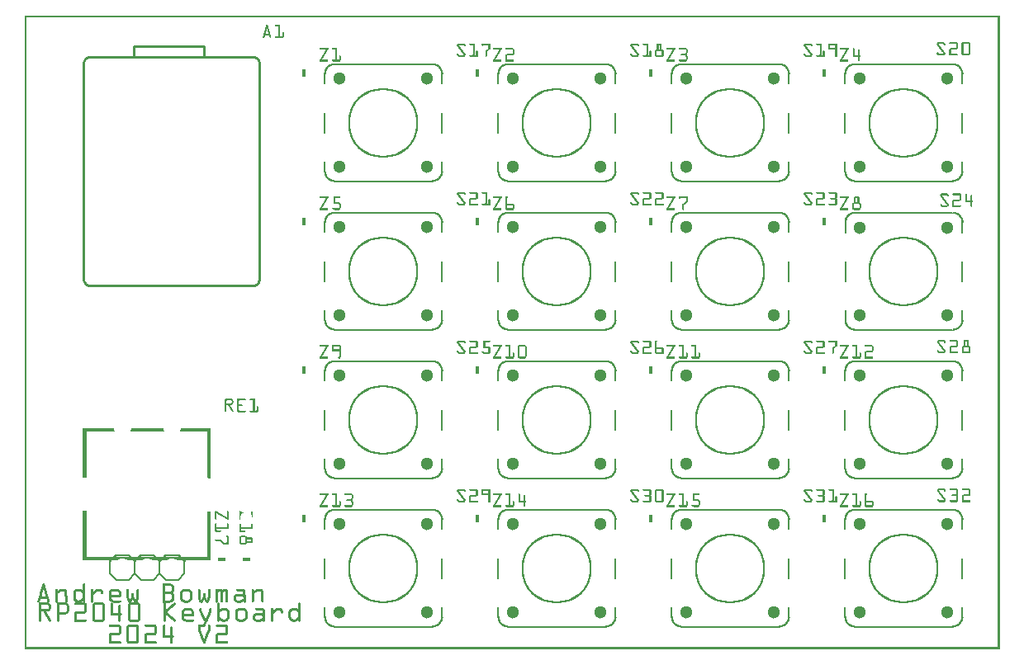
<source format=gto>
G04 MADE WITH FRITZING*
G04 WWW.FRITZING.ORG*
G04 DOUBLE SIDED*
G04 HOLES PLATED*
G04 CONTOUR ON CENTER OF CONTOUR VECTOR*
%ASAXBY*%
%FSLAX23Y23*%
%MOIN*%
%OFA0B0*%
%SFA1.0B1.0*%
%ADD10C,0.283590X0.26759*%
%ADD11C,0.051181X-0.0039371*%
%ADD12R,0.295000X0.054000X0.275000X0.034000*%
%ADD13C,0.010000*%
%ADD14C,0.008000*%
%ADD15R,0.001000X0.001000*%
%LNSILK1*%
G90*
G70*
G54D10*
X3549Y327D03*
G54D11*
X3372Y505D03*
X3727Y505D03*
X3727Y150D03*
X3372Y150D03*
G54D10*
X2849Y327D03*
G54D11*
X2672Y505D03*
X3027Y505D03*
X3027Y150D03*
X2672Y150D03*
G54D10*
X2149Y327D03*
G54D11*
X1972Y505D03*
X2327Y505D03*
X2327Y150D03*
X1972Y150D03*
G54D10*
X1449Y327D03*
G54D11*
X1272Y505D03*
X1627Y505D03*
X1627Y150D03*
X1272Y150D03*
G54D10*
X3549Y927D03*
G54D11*
X3372Y1105D03*
X3727Y1105D03*
X3727Y750D03*
X3372Y750D03*
G54D10*
X2849Y927D03*
G54D11*
X2672Y1105D03*
X3027Y1105D03*
X3027Y750D03*
X2672Y750D03*
G54D10*
X2149Y927D03*
G54D11*
X1972Y1105D03*
X2327Y1105D03*
X2327Y750D03*
X1972Y750D03*
G54D10*
X1449Y927D03*
G54D11*
X1272Y1105D03*
X1627Y1105D03*
X1627Y750D03*
X1272Y750D03*
G54D10*
X3550Y1527D03*
G54D11*
X3373Y1704D03*
X3727Y1704D03*
X3727Y1350D03*
X3373Y1350D03*
G54D10*
X2849Y1527D03*
G54D11*
X2672Y1705D03*
X3027Y1705D03*
X3027Y1350D03*
X2672Y1350D03*
G54D10*
X2149Y1527D03*
G54D11*
X1972Y1705D03*
X2327Y1705D03*
X2327Y1350D03*
X1972Y1350D03*
G54D10*
X1449Y1527D03*
G54D11*
X1272Y1705D03*
X1627Y1705D03*
X1627Y1350D03*
X1272Y1350D03*
G54D10*
X3549Y2127D03*
G54D11*
X3372Y2305D03*
X3727Y2305D03*
X3727Y1950D03*
X3372Y1950D03*
G54D10*
X2849Y2127D03*
G54D11*
X2672Y2305D03*
X3027Y2305D03*
X3027Y1950D03*
X2672Y1950D03*
G54D10*
X2149Y2127D03*
G54D11*
X1972Y2305D03*
X2327Y2305D03*
X2327Y1950D03*
X1972Y1950D03*
G54D10*
X1449Y2127D03*
G54D11*
X1272Y2305D03*
X1627Y2305D03*
X1627Y1950D03*
X1272Y1950D03*
G54D13*
X441Y2438D02*
X726Y2438D01*
X726Y2394D01*
X441Y2394D01*
X441Y2438D01*
D02*
G54D14*
X3313Y485D02*
X3313Y524D01*
D02*
X3353Y564D02*
X3746Y564D01*
D02*
X3786Y524D02*
X3786Y485D01*
D02*
X3786Y367D02*
X3786Y288D01*
D02*
X3786Y170D02*
X3786Y131D01*
D02*
X3746Y91D02*
X3353Y91D01*
D02*
X3313Y131D02*
X3313Y170D01*
D02*
X3313Y288D02*
X3313Y367D01*
D02*
X2613Y485D02*
X2613Y524D01*
D02*
X2653Y564D02*
X3046Y564D01*
D02*
X3086Y524D02*
X3086Y485D01*
D02*
X3086Y367D02*
X3086Y288D01*
D02*
X3086Y170D02*
X3086Y131D01*
D02*
X3046Y91D02*
X2653Y91D01*
D02*
X2613Y131D02*
X2613Y170D01*
D02*
X2613Y288D02*
X2613Y367D01*
D02*
X1913Y485D02*
X1913Y524D01*
D02*
X1953Y564D02*
X2346Y564D01*
D02*
X2386Y524D02*
X2386Y485D01*
D02*
X2386Y367D02*
X2386Y288D01*
D02*
X2386Y170D02*
X2386Y131D01*
D02*
X2346Y91D02*
X1953Y91D01*
D02*
X1913Y131D02*
X1913Y170D01*
D02*
X1913Y288D02*
X1913Y367D01*
D02*
X1213Y485D02*
X1213Y524D01*
D02*
X1253Y564D02*
X1646Y564D01*
D02*
X1686Y524D02*
X1686Y485D01*
D02*
X1686Y367D02*
X1686Y288D01*
D02*
X1686Y170D02*
X1686Y131D01*
D02*
X1646Y91D02*
X1253Y91D01*
D02*
X1213Y131D02*
X1213Y170D01*
D02*
X1213Y288D02*
X1213Y367D01*
D02*
X3313Y1085D02*
X3313Y1124D01*
D02*
X3353Y1164D02*
X3746Y1164D01*
D02*
X3786Y1124D02*
X3786Y1085D01*
D02*
X3786Y967D02*
X3786Y888D01*
D02*
X3786Y770D02*
X3786Y731D01*
D02*
X3746Y691D02*
X3353Y691D01*
D02*
X3313Y731D02*
X3313Y770D01*
D02*
X3313Y888D02*
X3313Y967D01*
D02*
X2613Y1085D02*
X2613Y1124D01*
D02*
X2653Y1164D02*
X3046Y1164D01*
D02*
X3086Y1124D02*
X3086Y1085D01*
D02*
X3086Y967D02*
X3086Y888D01*
D02*
X3086Y770D02*
X3086Y731D01*
D02*
X3046Y691D02*
X2653Y691D01*
D02*
X2613Y731D02*
X2613Y770D01*
D02*
X2613Y888D02*
X2613Y967D01*
D02*
X1913Y1085D02*
X1913Y1124D01*
D02*
X1953Y1164D02*
X2346Y1164D01*
D02*
X2386Y1124D02*
X2386Y1085D01*
D02*
X2386Y967D02*
X2386Y888D01*
D02*
X2386Y770D02*
X2386Y731D01*
D02*
X2346Y691D02*
X1953Y691D01*
D02*
X1913Y731D02*
X1913Y770D01*
D02*
X1913Y888D02*
X1913Y967D01*
D02*
X1213Y1085D02*
X1213Y1124D01*
D02*
X1253Y1164D02*
X1646Y1164D01*
D02*
X1686Y1124D02*
X1686Y1085D01*
D02*
X1686Y967D02*
X1686Y888D01*
D02*
X1686Y770D02*
X1686Y731D01*
D02*
X1646Y691D02*
X1253Y691D01*
D02*
X1213Y731D02*
X1213Y770D01*
D02*
X1213Y888D02*
X1213Y967D01*
D02*
X3314Y1684D02*
X3314Y1724D01*
D02*
X3353Y1763D02*
X3747Y1763D01*
D02*
X3786Y1724D02*
X3786Y1684D01*
D02*
X3786Y1566D02*
X3786Y1487D01*
D02*
X3786Y1369D02*
X3786Y1330D01*
D02*
X3747Y1291D02*
X3353Y1291D01*
D02*
X3314Y1330D02*
X3314Y1369D01*
D02*
X3314Y1487D02*
X3314Y1566D01*
D02*
X2613Y1685D02*
X2613Y1724D01*
D02*
X2653Y1764D02*
X3046Y1764D01*
D02*
X3086Y1724D02*
X3086Y1685D01*
D02*
X3086Y1567D02*
X3086Y1488D01*
D02*
X3086Y1370D02*
X3086Y1331D01*
D02*
X3046Y1291D02*
X2653Y1291D01*
D02*
X2613Y1331D02*
X2613Y1370D01*
D02*
X2613Y1488D02*
X2613Y1567D01*
D02*
X1913Y1685D02*
X1913Y1724D01*
D02*
X1953Y1764D02*
X2346Y1764D01*
D02*
X2386Y1724D02*
X2386Y1685D01*
D02*
X2386Y1567D02*
X2386Y1488D01*
D02*
X2386Y1370D02*
X2386Y1331D01*
D02*
X2346Y1291D02*
X1953Y1291D01*
D02*
X1913Y1331D02*
X1913Y1370D01*
D02*
X1913Y1488D02*
X1913Y1567D01*
D02*
X1213Y1685D02*
X1213Y1724D01*
D02*
X1253Y1764D02*
X1646Y1764D01*
D02*
X1686Y1724D02*
X1686Y1685D01*
D02*
X1686Y1567D02*
X1686Y1488D01*
D02*
X1686Y1370D02*
X1686Y1331D01*
D02*
X1646Y1291D02*
X1253Y1291D01*
D02*
X1213Y1331D02*
X1213Y1370D01*
D02*
X1213Y1488D02*
X1213Y1567D01*
D02*
X3313Y2285D02*
X3313Y2324D01*
D02*
X3353Y2364D02*
X3746Y2364D01*
D02*
X3786Y2324D02*
X3786Y2285D01*
D02*
X3786Y2167D02*
X3786Y2088D01*
D02*
X3786Y1970D02*
X3786Y1931D01*
D02*
X3746Y1891D02*
X3353Y1891D01*
D02*
X3313Y1931D02*
X3313Y1970D01*
D02*
X3313Y2088D02*
X3313Y2167D01*
D02*
X2613Y2285D02*
X2613Y2324D01*
D02*
X2653Y2364D02*
X3046Y2364D01*
D02*
X3086Y2324D02*
X3086Y2285D01*
D02*
X3086Y2167D02*
X3086Y2088D01*
D02*
X3086Y1970D02*
X3086Y1931D01*
D02*
X3046Y1891D02*
X2653Y1891D01*
D02*
X2613Y1931D02*
X2613Y1970D01*
D02*
X2613Y2088D02*
X2613Y2167D01*
D02*
X1913Y2285D02*
X1913Y2324D01*
D02*
X1953Y2364D02*
X2346Y2364D01*
D02*
X2386Y2324D02*
X2386Y2285D01*
D02*
X2386Y2167D02*
X2386Y2088D01*
D02*
X2386Y1970D02*
X2386Y1931D01*
D02*
X2346Y1891D02*
X1953Y1891D01*
D02*
X1913Y1931D02*
X1913Y1970D01*
D02*
X1913Y2088D02*
X1913Y2167D01*
D02*
X1213Y2285D02*
X1213Y2324D01*
D02*
X1253Y2364D02*
X1646Y2364D01*
D02*
X1686Y2324D02*
X1686Y2285D01*
D02*
X1686Y2167D02*
X1686Y2088D01*
D02*
X1686Y1970D02*
X1686Y1931D01*
D02*
X1646Y1891D02*
X1253Y1891D01*
D02*
X1213Y1931D02*
X1213Y1970D01*
D02*
X1213Y2088D02*
X1213Y2167D01*
D02*
X346Y355D02*
X346Y305D01*
D02*
X346Y305D02*
X371Y280D01*
D02*
X371Y280D02*
X421Y280D01*
D02*
X421Y280D02*
X446Y305D01*
D02*
X446Y305D02*
X446Y355D01*
D02*
X421Y380D02*
X371Y380D01*
D02*
X446Y355D02*
X446Y305D01*
D02*
X446Y305D02*
X471Y280D01*
D02*
X471Y280D02*
X521Y280D01*
D02*
X521Y280D02*
X546Y305D01*
D02*
X546Y305D02*
X546Y355D01*
D02*
X521Y380D02*
X471Y380D01*
D02*
X546Y355D02*
X546Y305D01*
D02*
X546Y305D02*
X571Y280D01*
D02*
X571Y280D02*
X621Y280D01*
D02*
X621Y280D02*
X646Y305D01*
D02*
X646Y305D02*
X646Y355D01*
D02*
X621Y380D02*
X571Y380D01*
G54D15*
X1Y2559D02*
X3937Y2559D01*
X1Y2558D02*
X3937Y2558D01*
X1Y2557D02*
X3937Y2557D01*
X1Y2556D02*
X3937Y2556D01*
X1Y2555D02*
X3937Y2555D01*
X1Y2554D02*
X3937Y2554D01*
X1Y2553D02*
X3937Y2553D01*
X1Y2552D02*
X3937Y2552D01*
X1Y2551D02*
X8Y2551D01*
X3930Y2551D02*
X3937Y2551D01*
X1Y2550D02*
X8Y2550D01*
X3930Y2550D02*
X3937Y2550D01*
X1Y2549D02*
X8Y2549D01*
X3930Y2549D02*
X3937Y2549D01*
X1Y2548D02*
X8Y2548D01*
X3930Y2548D02*
X3937Y2548D01*
X1Y2547D02*
X8Y2547D01*
X3930Y2547D02*
X3937Y2547D01*
X1Y2546D02*
X8Y2546D01*
X3930Y2546D02*
X3937Y2546D01*
X1Y2545D02*
X8Y2545D01*
X3930Y2545D02*
X3937Y2545D01*
X1Y2544D02*
X8Y2544D01*
X3930Y2544D02*
X3937Y2544D01*
X1Y2543D02*
X8Y2543D01*
X3930Y2543D02*
X3937Y2543D01*
X1Y2542D02*
X8Y2542D01*
X3930Y2542D02*
X3937Y2542D01*
X1Y2541D02*
X8Y2541D01*
X3930Y2541D02*
X3937Y2541D01*
X1Y2540D02*
X8Y2540D01*
X3930Y2540D02*
X3937Y2540D01*
X1Y2539D02*
X8Y2539D01*
X3930Y2539D02*
X3937Y2539D01*
X1Y2538D02*
X8Y2538D01*
X3930Y2538D02*
X3937Y2538D01*
X1Y2537D02*
X8Y2537D01*
X3930Y2537D02*
X3937Y2537D01*
X1Y2536D02*
X8Y2536D01*
X3930Y2536D02*
X3937Y2536D01*
X1Y2535D02*
X8Y2535D01*
X3930Y2535D02*
X3937Y2535D01*
X1Y2534D02*
X8Y2534D01*
X3930Y2534D02*
X3937Y2534D01*
X1Y2533D02*
X8Y2533D01*
X3930Y2533D02*
X3937Y2533D01*
X1Y2532D02*
X8Y2532D01*
X3930Y2532D02*
X3937Y2532D01*
X1Y2531D02*
X8Y2531D01*
X3930Y2531D02*
X3937Y2531D01*
X1Y2530D02*
X8Y2530D01*
X3930Y2530D02*
X3937Y2530D01*
X1Y2529D02*
X8Y2529D01*
X3930Y2529D02*
X3937Y2529D01*
X1Y2528D02*
X8Y2528D01*
X3930Y2528D02*
X3937Y2528D01*
X1Y2527D02*
X8Y2527D01*
X3930Y2527D02*
X3937Y2527D01*
X1Y2526D02*
X8Y2526D01*
X3930Y2526D02*
X3937Y2526D01*
X1Y2525D02*
X8Y2525D01*
X3930Y2525D02*
X3937Y2525D01*
X1Y2524D02*
X8Y2524D01*
X3930Y2524D02*
X3937Y2524D01*
X1Y2523D02*
X8Y2523D01*
X979Y2523D02*
X981Y2523D01*
X1016Y2523D02*
X1033Y2523D01*
X3930Y2523D02*
X3937Y2523D01*
X1Y2522D02*
X8Y2522D01*
X978Y2522D02*
X982Y2522D01*
X1014Y2522D02*
X1033Y2522D01*
X3930Y2522D02*
X3937Y2522D01*
X1Y2521D02*
X8Y2521D01*
X977Y2521D02*
X983Y2521D01*
X1013Y2521D02*
X1033Y2521D01*
X3930Y2521D02*
X3937Y2521D01*
X1Y2520D02*
X8Y2520D01*
X977Y2520D02*
X983Y2520D01*
X1013Y2520D02*
X1033Y2520D01*
X3930Y2520D02*
X3937Y2520D01*
X1Y2519D02*
X8Y2519D01*
X977Y2519D02*
X983Y2519D01*
X1013Y2519D02*
X1033Y2519D01*
X3930Y2519D02*
X3937Y2519D01*
X1Y2518D02*
X8Y2518D01*
X976Y2518D02*
X984Y2518D01*
X1014Y2518D02*
X1033Y2518D01*
X3930Y2518D02*
X3937Y2518D01*
X1Y2517D02*
X8Y2517D01*
X976Y2517D02*
X984Y2517D01*
X1015Y2517D02*
X1033Y2517D01*
X3930Y2517D02*
X3937Y2517D01*
X1Y2516D02*
X8Y2516D01*
X976Y2516D02*
X984Y2516D01*
X1027Y2516D02*
X1033Y2516D01*
X3930Y2516D02*
X3937Y2516D01*
X1Y2515D02*
X8Y2515D01*
X975Y2515D02*
X984Y2515D01*
X1027Y2515D02*
X1033Y2515D01*
X3930Y2515D02*
X3937Y2515D01*
X1Y2514D02*
X8Y2514D01*
X975Y2514D02*
X985Y2514D01*
X1027Y2514D02*
X1033Y2514D01*
X3930Y2514D02*
X3937Y2514D01*
X1Y2513D02*
X8Y2513D01*
X975Y2513D02*
X985Y2513D01*
X1027Y2513D02*
X1033Y2513D01*
X3930Y2513D02*
X3937Y2513D01*
X1Y2512D02*
X8Y2512D01*
X974Y2512D02*
X985Y2512D01*
X1027Y2512D02*
X1033Y2512D01*
X3930Y2512D02*
X3937Y2512D01*
X1Y2511D02*
X8Y2511D01*
X974Y2511D02*
X986Y2511D01*
X1027Y2511D02*
X1033Y2511D01*
X3930Y2511D02*
X3937Y2511D01*
X1Y2510D02*
X8Y2510D01*
X974Y2510D02*
X986Y2510D01*
X1027Y2510D02*
X1033Y2510D01*
X3930Y2510D02*
X3937Y2510D01*
X1Y2509D02*
X8Y2509D01*
X974Y2509D02*
X986Y2509D01*
X1027Y2509D02*
X1033Y2509D01*
X3930Y2509D02*
X3937Y2509D01*
X1Y2508D02*
X8Y2508D01*
X973Y2508D02*
X986Y2508D01*
X1027Y2508D02*
X1033Y2508D01*
X3930Y2508D02*
X3937Y2508D01*
X1Y2507D02*
X8Y2507D01*
X973Y2507D02*
X987Y2507D01*
X1027Y2507D02*
X1033Y2507D01*
X3930Y2507D02*
X3937Y2507D01*
X1Y2506D02*
X8Y2506D01*
X973Y2506D02*
X979Y2506D01*
X981Y2506D02*
X987Y2506D01*
X1027Y2506D02*
X1033Y2506D01*
X3930Y2506D02*
X3937Y2506D01*
X1Y2505D02*
X8Y2505D01*
X972Y2505D02*
X979Y2505D01*
X981Y2505D02*
X987Y2505D01*
X1027Y2505D02*
X1033Y2505D01*
X3930Y2505D02*
X3937Y2505D01*
X1Y2504D02*
X8Y2504D01*
X972Y2504D02*
X978Y2504D01*
X981Y2504D02*
X988Y2504D01*
X1027Y2504D02*
X1033Y2504D01*
X3930Y2504D02*
X3937Y2504D01*
X1Y2503D02*
X8Y2503D01*
X972Y2503D02*
X978Y2503D01*
X982Y2503D02*
X988Y2503D01*
X1027Y2503D02*
X1033Y2503D01*
X3930Y2503D02*
X3937Y2503D01*
X1Y2502D02*
X8Y2502D01*
X972Y2502D02*
X978Y2502D01*
X982Y2502D02*
X988Y2502D01*
X1027Y2502D02*
X1033Y2502D01*
X3930Y2502D02*
X3937Y2502D01*
X1Y2501D02*
X8Y2501D01*
X971Y2501D02*
X978Y2501D01*
X982Y2501D02*
X989Y2501D01*
X1027Y2501D02*
X1033Y2501D01*
X3930Y2501D02*
X3937Y2501D01*
X1Y2500D02*
X8Y2500D01*
X971Y2500D02*
X977Y2500D01*
X982Y2500D02*
X989Y2500D01*
X1027Y2500D02*
X1033Y2500D01*
X3930Y2500D02*
X3937Y2500D01*
X1Y2499D02*
X8Y2499D01*
X971Y2499D02*
X977Y2499D01*
X983Y2499D02*
X989Y2499D01*
X1027Y2499D02*
X1033Y2499D01*
X3930Y2499D02*
X3937Y2499D01*
X1Y2498D02*
X8Y2498D01*
X970Y2498D02*
X977Y2498D01*
X983Y2498D02*
X989Y2498D01*
X1027Y2498D02*
X1033Y2498D01*
X3930Y2498D02*
X3937Y2498D01*
X1Y2497D02*
X8Y2497D01*
X970Y2497D02*
X976Y2497D01*
X983Y2497D02*
X990Y2497D01*
X1027Y2497D02*
X1033Y2497D01*
X3930Y2497D02*
X3937Y2497D01*
X1Y2496D02*
X8Y2496D01*
X970Y2496D02*
X976Y2496D01*
X984Y2496D02*
X990Y2496D01*
X1027Y2496D02*
X1033Y2496D01*
X3930Y2496D02*
X3937Y2496D01*
X1Y2495D02*
X8Y2495D01*
X969Y2495D02*
X976Y2495D01*
X984Y2495D02*
X990Y2495D01*
X1027Y2495D02*
X1033Y2495D01*
X3930Y2495D02*
X3937Y2495D01*
X1Y2494D02*
X8Y2494D01*
X969Y2494D02*
X976Y2494D01*
X984Y2494D02*
X991Y2494D01*
X1027Y2494D02*
X1033Y2494D01*
X3930Y2494D02*
X3937Y2494D01*
X1Y2493D02*
X8Y2493D01*
X969Y2493D02*
X975Y2493D01*
X985Y2493D02*
X991Y2493D01*
X1027Y2493D02*
X1033Y2493D01*
X1042Y2493D02*
X1045Y2493D01*
X3930Y2493D02*
X3937Y2493D01*
X1Y2492D02*
X8Y2492D01*
X969Y2492D02*
X975Y2492D01*
X985Y2492D02*
X991Y2492D01*
X1027Y2492D02*
X1033Y2492D01*
X1041Y2492D02*
X1046Y2492D01*
X3930Y2492D02*
X3937Y2492D01*
X1Y2491D02*
X8Y2491D01*
X968Y2491D02*
X975Y2491D01*
X985Y2491D02*
X991Y2491D01*
X1027Y2491D02*
X1033Y2491D01*
X1041Y2491D02*
X1047Y2491D01*
X3930Y2491D02*
X3937Y2491D01*
X1Y2490D02*
X8Y2490D01*
X968Y2490D02*
X974Y2490D01*
X985Y2490D02*
X992Y2490D01*
X1027Y2490D02*
X1033Y2490D01*
X1041Y2490D02*
X1047Y2490D01*
X3930Y2490D02*
X3937Y2490D01*
X1Y2489D02*
X8Y2489D01*
X968Y2489D02*
X974Y2489D01*
X986Y2489D02*
X992Y2489D01*
X1027Y2489D02*
X1033Y2489D01*
X1041Y2489D02*
X1047Y2489D01*
X3930Y2489D02*
X3937Y2489D01*
X1Y2488D02*
X8Y2488D01*
X967Y2488D02*
X974Y2488D01*
X986Y2488D02*
X992Y2488D01*
X1027Y2488D02*
X1033Y2488D01*
X1041Y2488D02*
X1047Y2488D01*
X3930Y2488D02*
X3937Y2488D01*
X1Y2487D02*
X8Y2487D01*
X967Y2487D02*
X993Y2487D01*
X1027Y2487D02*
X1033Y2487D01*
X1041Y2487D02*
X1047Y2487D01*
X3930Y2487D02*
X3937Y2487D01*
X1Y2486D02*
X8Y2486D01*
X967Y2486D02*
X993Y2486D01*
X1027Y2486D02*
X1033Y2486D01*
X1041Y2486D02*
X1047Y2486D01*
X3930Y2486D02*
X3937Y2486D01*
X1Y2485D02*
X8Y2485D01*
X967Y2485D02*
X993Y2485D01*
X1027Y2485D02*
X1033Y2485D01*
X1041Y2485D02*
X1047Y2485D01*
X3930Y2485D02*
X3937Y2485D01*
X1Y2484D02*
X8Y2484D01*
X966Y2484D02*
X993Y2484D01*
X1027Y2484D02*
X1033Y2484D01*
X1041Y2484D02*
X1047Y2484D01*
X3930Y2484D02*
X3937Y2484D01*
X1Y2483D02*
X8Y2483D01*
X966Y2483D02*
X994Y2483D01*
X1027Y2483D02*
X1033Y2483D01*
X1041Y2483D02*
X1047Y2483D01*
X3930Y2483D02*
X3937Y2483D01*
X1Y2482D02*
X8Y2482D01*
X966Y2482D02*
X994Y2482D01*
X1027Y2482D02*
X1033Y2482D01*
X1041Y2482D02*
X1047Y2482D01*
X3930Y2482D02*
X3937Y2482D01*
X1Y2481D02*
X8Y2481D01*
X965Y2481D02*
X994Y2481D01*
X1027Y2481D02*
X1033Y2481D01*
X1041Y2481D02*
X1047Y2481D01*
X3930Y2481D02*
X3937Y2481D01*
X1Y2480D02*
X8Y2480D01*
X965Y2480D02*
X971Y2480D01*
X988Y2480D02*
X995Y2480D01*
X1027Y2480D02*
X1033Y2480D01*
X1041Y2480D02*
X1047Y2480D01*
X3930Y2480D02*
X3937Y2480D01*
X1Y2479D02*
X8Y2479D01*
X965Y2479D02*
X971Y2479D01*
X989Y2479D02*
X995Y2479D01*
X1027Y2479D02*
X1033Y2479D01*
X1041Y2479D02*
X1047Y2479D01*
X3930Y2479D02*
X3937Y2479D01*
X1Y2478D02*
X8Y2478D01*
X965Y2478D02*
X971Y2478D01*
X989Y2478D02*
X995Y2478D01*
X1027Y2478D02*
X1033Y2478D01*
X1041Y2478D02*
X1047Y2478D01*
X3930Y2478D02*
X3937Y2478D01*
X1Y2477D02*
X8Y2477D01*
X964Y2477D02*
X971Y2477D01*
X989Y2477D02*
X996Y2477D01*
X1027Y2477D02*
X1033Y2477D01*
X1041Y2477D02*
X1047Y2477D01*
X3930Y2477D02*
X3937Y2477D01*
X1Y2476D02*
X8Y2476D01*
X964Y2476D02*
X970Y2476D01*
X990Y2476D02*
X996Y2476D01*
X1016Y2476D02*
X1047Y2476D01*
X3930Y2476D02*
X3937Y2476D01*
X1Y2475D02*
X8Y2475D01*
X964Y2475D02*
X970Y2475D01*
X990Y2475D02*
X996Y2475D01*
X1014Y2475D02*
X1047Y2475D01*
X3930Y2475D02*
X3937Y2475D01*
X1Y2474D02*
X8Y2474D01*
X963Y2474D02*
X970Y2474D01*
X990Y2474D02*
X996Y2474D01*
X1013Y2474D02*
X1047Y2474D01*
X3930Y2474D02*
X3937Y2474D01*
X1Y2473D02*
X8Y2473D01*
X963Y2473D02*
X969Y2473D01*
X990Y2473D02*
X997Y2473D01*
X1013Y2473D02*
X1047Y2473D01*
X3930Y2473D02*
X3937Y2473D01*
X1Y2472D02*
X8Y2472D01*
X963Y2472D02*
X969Y2472D01*
X991Y2472D02*
X997Y2472D01*
X1013Y2472D02*
X1047Y2472D01*
X3930Y2472D02*
X3937Y2472D01*
X1Y2471D02*
X8Y2471D01*
X963Y2471D02*
X969Y2471D01*
X991Y2471D02*
X996Y2471D01*
X1014Y2471D02*
X1046Y2471D01*
X3930Y2471D02*
X3937Y2471D01*
X1Y2470D02*
X8Y2470D01*
X964Y2470D02*
X968Y2470D01*
X992Y2470D02*
X996Y2470D01*
X1014Y2470D02*
X1045Y2470D01*
X3930Y2470D02*
X3937Y2470D01*
X1Y2469D02*
X8Y2469D01*
X3930Y2469D02*
X3937Y2469D01*
X1Y2468D02*
X8Y2468D01*
X3930Y2468D02*
X3937Y2468D01*
X1Y2467D02*
X8Y2467D01*
X3930Y2467D02*
X3937Y2467D01*
X1Y2466D02*
X8Y2466D01*
X3930Y2466D02*
X3937Y2466D01*
X1Y2465D02*
X8Y2465D01*
X3930Y2465D02*
X3937Y2465D01*
X1Y2464D02*
X8Y2464D01*
X3930Y2464D02*
X3937Y2464D01*
X1Y2463D02*
X8Y2463D01*
X3930Y2463D02*
X3937Y2463D01*
X1Y2462D02*
X8Y2462D01*
X3930Y2462D02*
X3937Y2462D01*
X1Y2461D02*
X8Y2461D01*
X3930Y2461D02*
X3937Y2461D01*
X1Y2460D02*
X8Y2460D01*
X3930Y2460D02*
X3937Y2460D01*
X1Y2459D02*
X8Y2459D01*
X3930Y2459D02*
X3937Y2459D01*
X1Y2458D02*
X8Y2458D01*
X3930Y2458D02*
X3937Y2458D01*
X1Y2457D02*
X8Y2457D01*
X3930Y2457D02*
X3937Y2457D01*
X1Y2456D02*
X8Y2456D01*
X3930Y2456D02*
X3937Y2456D01*
X1Y2455D02*
X8Y2455D01*
X3930Y2455D02*
X3937Y2455D01*
X1Y2454D02*
X8Y2454D01*
X3930Y2454D02*
X3937Y2454D01*
X1Y2453D02*
X8Y2453D01*
X3930Y2453D02*
X3937Y2453D01*
X1Y2452D02*
X8Y2452D01*
X3689Y2452D02*
X3710Y2452D01*
X3736Y2452D02*
X3762Y2452D01*
X3789Y2452D02*
X3812Y2452D01*
X3930Y2452D02*
X3937Y2452D01*
X1Y2451D02*
X8Y2451D01*
X3687Y2451D02*
X3713Y2451D01*
X3735Y2451D02*
X3764Y2451D01*
X3787Y2451D02*
X3814Y2451D01*
X3930Y2451D02*
X3937Y2451D01*
X1Y2450D02*
X8Y2450D01*
X3686Y2450D02*
X3714Y2450D01*
X3734Y2450D02*
X3765Y2450D01*
X3786Y2450D02*
X3815Y2450D01*
X3930Y2450D02*
X3937Y2450D01*
X1Y2449D02*
X8Y2449D01*
X3685Y2449D02*
X3715Y2449D01*
X3734Y2449D02*
X3766Y2449D01*
X3785Y2449D02*
X3816Y2449D01*
X3930Y2449D02*
X3937Y2449D01*
X1Y2448D02*
X8Y2448D01*
X3685Y2448D02*
X3716Y2448D01*
X3734Y2448D02*
X3767Y2448D01*
X3784Y2448D02*
X3817Y2448D01*
X3930Y2448D02*
X3937Y2448D01*
X1Y2447D02*
X8Y2447D01*
X1751Y2447D02*
X1775Y2447D01*
X1798Y2447D02*
X1817Y2447D01*
X1848Y2447D02*
X1880Y2447D01*
X2451Y2447D02*
X2475Y2447D01*
X2498Y2447D02*
X2517Y2447D01*
X2555Y2447D02*
X2572Y2447D01*
X3151Y2447D02*
X3175Y2447D01*
X3198Y2447D02*
X3217Y2447D01*
X3248Y2447D02*
X3279Y2447D01*
X3684Y2447D02*
X3716Y2447D01*
X3734Y2447D02*
X3767Y2447D01*
X3784Y2447D02*
X3817Y2447D01*
X3930Y2447D02*
X3937Y2447D01*
X1Y2446D02*
X8Y2446D01*
X1750Y2446D02*
X1777Y2446D01*
X1797Y2446D02*
X1817Y2446D01*
X1847Y2446D02*
X1880Y2446D01*
X2450Y2446D02*
X2477Y2446D01*
X2497Y2446D02*
X2517Y2446D01*
X2554Y2446D02*
X2573Y2446D01*
X3150Y2446D02*
X3177Y2446D01*
X3197Y2446D02*
X3217Y2446D01*
X3247Y2446D02*
X3280Y2446D01*
X3684Y2446D02*
X3717Y2446D01*
X3735Y2446D02*
X3767Y2446D01*
X3784Y2446D02*
X3817Y2446D01*
X3930Y2446D02*
X3937Y2446D01*
X1Y2445D02*
X8Y2445D01*
X1749Y2445D02*
X1778Y2445D01*
X1797Y2445D02*
X1817Y2445D01*
X1847Y2445D02*
X1880Y2445D01*
X2449Y2445D02*
X2478Y2445D01*
X2497Y2445D02*
X2517Y2445D01*
X2554Y2445D02*
X2573Y2445D01*
X3149Y2445D02*
X3178Y2445D01*
X3197Y2445D02*
X3217Y2445D01*
X3247Y2445D02*
X3280Y2445D01*
X3684Y2445D02*
X3690Y2445D01*
X3710Y2445D02*
X3717Y2445D01*
X3761Y2445D02*
X3767Y2445D01*
X3784Y2445D02*
X3790Y2445D01*
X3811Y2445D02*
X3817Y2445D01*
X3930Y2445D02*
X3937Y2445D01*
X1Y2444D02*
X8Y2444D01*
X1748Y2444D02*
X1779Y2444D01*
X1797Y2444D02*
X1817Y2444D01*
X1847Y2444D02*
X1880Y2444D01*
X2448Y2444D02*
X2479Y2444D01*
X2497Y2444D02*
X2517Y2444D01*
X2554Y2444D02*
X2573Y2444D01*
X3148Y2444D02*
X3179Y2444D01*
X3197Y2444D02*
X3217Y2444D01*
X3247Y2444D02*
X3280Y2444D01*
X3684Y2444D02*
X3690Y2444D01*
X3711Y2444D02*
X3717Y2444D01*
X3761Y2444D02*
X3767Y2444D01*
X3784Y2444D02*
X3790Y2444D01*
X3811Y2444D02*
X3817Y2444D01*
X3930Y2444D02*
X3937Y2444D01*
X1Y2443D02*
X8Y2443D01*
X1747Y2443D02*
X1779Y2443D01*
X1797Y2443D02*
X1817Y2443D01*
X1847Y2443D02*
X1880Y2443D01*
X2447Y2443D02*
X2479Y2443D01*
X2497Y2443D02*
X2517Y2443D01*
X2554Y2443D02*
X2573Y2443D01*
X3147Y2443D02*
X3179Y2443D01*
X3197Y2443D02*
X3217Y2443D01*
X3247Y2443D02*
X3280Y2443D01*
X3684Y2443D02*
X3691Y2443D01*
X3711Y2443D02*
X3717Y2443D01*
X3761Y2443D02*
X3767Y2443D01*
X3784Y2443D02*
X3790Y2443D01*
X3811Y2443D02*
X3817Y2443D01*
X3930Y2443D02*
X3937Y2443D01*
X1Y2442D02*
X8Y2442D01*
X1747Y2442D02*
X1780Y2442D01*
X1798Y2442D02*
X1817Y2442D01*
X1847Y2442D02*
X1880Y2442D01*
X2447Y2442D02*
X2480Y2442D01*
X2498Y2442D02*
X2517Y2442D01*
X2554Y2442D02*
X2573Y2442D01*
X3147Y2442D02*
X3180Y2442D01*
X3198Y2442D02*
X3217Y2442D01*
X3247Y2442D02*
X3280Y2442D01*
X3684Y2442D02*
X3691Y2442D01*
X3712Y2442D02*
X3717Y2442D01*
X3761Y2442D02*
X3767Y2442D01*
X3784Y2442D02*
X3790Y2442D01*
X3811Y2442D02*
X3817Y2442D01*
X3930Y2442D02*
X3937Y2442D01*
X1Y2441D02*
X8Y2441D01*
X1747Y2441D02*
X1780Y2441D01*
X1800Y2441D02*
X1817Y2441D01*
X1847Y2441D02*
X1880Y2441D01*
X2447Y2441D02*
X2480Y2441D01*
X2500Y2441D02*
X2517Y2441D01*
X2554Y2441D02*
X2573Y2441D01*
X3147Y2441D02*
X3180Y2441D01*
X3200Y2441D02*
X3217Y2441D01*
X3247Y2441D02*
X3280Y2441D01*
X3685Y2441D02*
X3692Y2441D01*
X3712Y2441D02*
X3717Y2441D01*
X3761Y2441D02*
X3767Y2441D01*
X3784Y2441D02*
X3790Y2441D01*
X3811Y2441D02*
X3817Y2441D01*
X3930Y2441D02*
X3937Y2441D01*
X1Y2440D02*
X8Y2440D01*
X1747Y2440D02*
X1753Y2440D01*
X1774Y2440D02*
X1780Y2440D01*
X1811Y2440D02*
X1817Y2440D01*
X1847Y2440D02*
X1853Y2440D01*
X1874Y2440D02*
X1880Y2440D01*
X2447Y2440D02*
X2453Y2440D01*
X2474Y2440D02*
X2480Y2440D01*
X2511Y2440D02*
X2517Y2440D01*
X2554Y2440D02*
X2560Y2440D01*
X2567Y2440D02*
X2573Y2440D01*
X3147Y2440D02*
X3153Y2440D01*
X3174Y2440D02*
X3180Y2440D01*
X3211Y2440D02*
X3217Y2440D01*
X3247Y2440D02*
X3253Y2440D01*
X3274Y2440D02*
X3280Y2440D01*
X3685Y2440D02*
X3693Y2440D01*
X3713Y2440D02*
X3716Y2440D01*
X3761Y2440D02*
X3767Y2440D01*
X3784Y2440D02*
X3790Y2440D01*
X3811Y2440D02*
X3817Y2440D01*
X3930Y2440D02*
X3937Y2440D01*
X1Y2439D02*
X8Y2439D01*
X1747Y2439D02*
X1753Y2439D01*
X1774Y2439D02*
X1780Y2439D01*
X1811Y2439D02*
X1817Y2439D01*
X1848Y2439D02*
X1852Y2439D01*
X1874Y2439D02*
X1880Y2439D01*
X2447Y2439D02*
X2453Y2439D01*
X2474Y2439D02*
X2480Y2439D01*
X2511Y2439D02*
X2517Y2439D01*
X2554Y2439D02*
X2560Y2439D01*
X2567Y2439D02*
X2573Y2439D01*
X3147Y2439D02*
X3153Y2439D01*
X3174Y2439D02*
X3180Y2439D01*
X3211Y2439D02*
X3217Y2439D01*
X3247Y2439D02*
X3253Y2439D01*
X3274Y2439D02*
X3280Y2439D01*
X3686Y2439D02*
X3694Y2439D01*
X3761Y2439D02*
X3767Y2439D01*
X3784Y2439D02*
X3790Y2439D01*
X3811Y2439D02*
X3817Y2439D01*
X3930Y2439D02*
X3937Y2439D01*
X1Y2438D02*
X8Y2438D01*
X1747Y2438D02*
X1754Y2438D01*
X1775Y2438D02*
X1780Y2438D01*
X1811Y2438D02*
X1817Y2438D01*
X1850Y2438D02*
X1850Y2438D01*
X1874Y2438D02*
X1880Y2438D01*
X2447Y2438D02*
X2454Y2438D01*
X2475Y2438D02*
X2480Y2438D01*
X2511Y2438D02*
X2517Y2438D01*
X2554Y2438D02*
X2560Y2438D01*
X2567Y2438D02*
X2573Y2438D01*
X3147Y2438D02*
X3154Y2438D01*
X3175Y2438D02*
X3180Y2438D01*
X3211Y2438D02*
X3217Y2438D01*
X3247Y2438D02*
X3253Y2438D01*
X3274Y2438D02*
X3280Y2438D01*
X3687Y2438D02*
X3695Y2438D01*
X3761Y2438D02*
X3767Y2438D01*
X3784Y2438D02*
X3790Y2438D01*
X3811Y2438D02*
X3817Y2438D01*
X3930Y2438D02*
X3937Y2438D01*
X1Y2437D02*
X8Y2437D01*
X1747Y2437D02*
X1755Y2437D01*
X1775Y2437D02*
X1780Y2437D01*
X1811Y2437D02*
X1817Y2437D01*
X1874Y2437D02*
X1880Y2437D01*
X2447Y2437D02*
X2455Y2437D01*
X2475Y2437D02*
X2480Y2437D01*
X2511Y2437D02*
X2517Y2437D01*
X2554Y2437D02*
X2560Y2437D01*
X2567Y2437D02*
X2573Y2437D01*
X3147Y2437D02*
X3155Y2437D01*
X3175Y2437D02*
X3180Y2437D01*
X3211Y2437D02*
X3217Y2437D01*
X3247Y2437D02*
X3253Y2437D01*
X3274Y2437D02*
X3280Y2437D01*
X3687Y2437D02*
X3695Y2437D01*
X3761Y2437D02*
X3767Y2437D01*
X3784Y2437D02*
X3790Y2437D01*
X3811Y2437D02*
X3817Y2437D01*
X3930Y2437D02*
X3937Y2437D01*
X1Y2436D02*
X8Y2436D01*
X1748Y2436D02*
X1756Y2436D01*
X1776Y2436D02*
X1779Y2436D01*
X1811Y2436D02*
X1817Y2436D01*
X1874Y2436D02*
X1880Y2436D01*
X2448Y2436D02*
X2456Y2436D01*
X2476Y2436D02*
X2479Y2436D01*
X2511Y2436D02*
X2517Y2436D01*
X2554Y2436D02*
X2560Y2436D01*
X2567Y2436D02*
X2573Y2436D01*
X3148Y2436D02*
X3156Y2436D01*
X3176Y2436D02*
X3179Y2436D01*
X3211Y2436D02*
X3217Y2436D01*
X3247Y2436D02*
X3253Y2436D01*
X3274Y2436D02*
X3280Y2436D01*
X3688Y2436D02*
X3696Y2436D01*
X3761Y2436D02*
X3767Y2436D01*
X3784Y2436D02*
X3790Y2436D01*
X3811Y2436D02*
X3817Y2436D01*
X3930Y2436D02*
X3937Y2436D01*
X1Y2435D02*
X8Y2435D01*
X1749Y2435D02*
X1757Y2435D01*
X1811Y2435D02*
X1817Y2435D01*
X1874Y2435D02*
X1880Y2435D01*
X2449Y2435D02*
X2457Y2435D01*
X2511Y2435D02*
X2517Y2435D01*
X2554Y2435D02*
X2560Y2435D01*
X2567Y2435D02*
X2573Y2435D01*
X3149Y2435D02*
X3157Y2435D01*
X3211Y2435D02*
X3217Y2435D01*
X3247Y2435D02*
X3253Y2435D01*
X3274Y2435D02*
X3280Y2435D01*
X3689Y2435D02*
X3697Y2435D01*
X3761Y2435D02*
X3767Y2435D01*
X3784Y2435D02*
X3790Y2435D01*
X3811Y2435D02*
X3817Y2435D01*
X3930Y2435D02*
X3937Y2435D01*
X1Y2434D02*
X8Y2434D01*
X1749Y2434D02*
X1757Y2434D01*
X1811Y2434D02*
X1817Y2434D01*
X1874Y2434D02*
X1880Y2434D01*
X2449Y2434D02*
X2457Y2434D01*
X2511Y2434D02*
X2517Y2434D01*
X2554Y2434D02*
X2560Y2434D01*
X2567Y2434D02*
X2573Y2434D01*
X3149Y2434D02*
X3157Y2434D01*
X3211Y2434D02*
X3217Y2434D01*
X3247Y2434D02*
X3253Y2434D01*
X3274Y2434D02*
X3280Y2434D01*
X3690Y2434D02*
X3698Y2434D01*
X3761Y2434D02*
X3767Y2434D01*
X3784Y2434D02*
X3790Y2434D01*
X3811Y2434D02*
X3817Y2434D01*
X3930Y2434D02*
X3937Y2434D01*
X1Y2433D02*
X8Y2433D01*
X1750Y2433D02*
X1758Y2433D01*
X1811Y2433D02*
X1817Y2433D01*
X1874Y2433D02*
X1880Y2433D01*
X2450Y2433D02*
X2458Y2433D01*
X2511Y2433D02*
X2517Y2433D01*
X2554Y2433D02*
X2560Y2433D01*
X2567Y2433D02*
X2573Y2433D01*
X3150Y2433D02*
X3158Y2433D01*
X3211Y2433D02*
X3217Y2433D01*
X3247Y2433D02*
X3253Y2433D01*
X3274Y2433D02*
X3280Y2433D01*
X3690Y2433D02*
X3698Y2433D01*
X3761Y2433D02*
X3767Y2433D01*
X3784Y2433D02*
X3790Y2433D01*
X3811Y2433D02*
X3817Y2433D01*
X3930Y2433D02*
X3937Y2433D01*
X1Y2432D02*
X8Y2432D01*
X1751Y2432D02*
X1759Y2432D01*
X1811Y2432D02*
X1817Y2432D01*
X1874Y2432D02*
X1880Y2432D01*
X2451Y2432D02*
X2459Y2432D01*
X2511Y2432D02*
X2517Y2432D01*
X2554Y2432D02*
X2560Y2432D01*
X2567Y2432D02*
X2573Y2432D01*
X3151Y2432D02*
X3159Y2432D01*
X3211Y2432D02*
X3217Y2432D01*
X3247Y2432D02*
X3253Y2432D01*
X3274Y2432D02*
X3280Y2432D01*
X3691Y2432D02*
X3699Y2432D01*
X3761Y2432D02*
X3767Y2432D01*
X3784Y2432D02*
X3790Y2432D01*
X3811Y2432D02*
X3817Y2432D01*
X3930Y2432D02*
X3937Y2432D01*
X1Y2431D02*
X8Y2431D01*
X1752Y2431D02*
X1760Y2431D01*
X1811Y2431D02*
X1817Y2431D01*
X1874Y2431D02*
X1880Y2431D01*
X2452Y2431D02*
X2460Y2431D01*
X2511Y2431D02*
X2517Y2431D01*
X2554Y2431D02*
X2560Y2431D01*
X2567Y2431D02*
X2573Y2431D01*
X3152Y2431D02*
X3160Y2431D01*
X3211Y2431D02*
X3217Y2431D01*
X3247Y2431D02*
X3253Y2431D01*
X3274Y2431D02*
X3280Y2431D01*
X3692Y2431D02*
X3700Y2431D01*
X3761Y2431D02*
X3767Y2431D01*
X3784Y2431D02*
X3790Y2431D01*
X3811Y2431D02*
X3817Y2431D01*
X3930Y2431D02*
X3937Y2431D01*
X1Y2430D02*
X8Y2430D01*
X1752Y2430D02*
X1760Y2430D01*
X1811Y2430D02*
X1817Y2430D01*
X1874Y2430D02*
X1880Y2430D01*
X2452Y2430D02*
X2460Y2430D01*
X2511Y2430D02*
X2517Y2430D01*
X2554Y2430D02*
X2560Y2430D01*
X2567Y2430D02*
X2573Y2430D01*
X3152Y2430D02*
X3160Y2430D01*
X3211Y2430D02*
X3217Y2430D01*
X3247Y2430D02*
X3280Y2430D01*
X3693Y2430D02*
X3701Y2430D01*
X3761Y2430D02*
X3767Y2430D01*
X3784Y2430D02*
X3790Y2430D01*
X3811Y2430D02*
X3817Y2430D01*
X3930Y2430D02*
X3937Y2430D01*
X1Y2429D02*
X8Y2429D01*
X1753Y2429D02*
X1761Y2429D01*
X1811Y2429D02*
X1817Y2429D01*
X1874Y2429D02*
X1880Y2429D01*
X2453Y2429D02*
X2461Y2429D01*
X2511Y2429D02*
X2517Y2429D01*
X2554Y2429D02*
X2560Y2429D01*
X2567Y2429D02*
X2573Y2429D01*
X3153Y2429D02*
X3161Y2429D01*
X3211Y2429D02*
X3217Y2429D01*
X3247Y2429D02*
X3280Y2429D01*
X3694Y2429D02*
X3702Y2429D01*
X3761Y2429D02*
X3767Y2429D01*
X3784Y2429D02*
X3790Y2429D01*
X3811Y2429D02*
X3817Y2429D01*
X3930Y2429D02*
X3937Y2429D01*
X1Y2428D02*
X8Y2428D01*
X1194Y2428D02*
X1227Y2428D01*
X1244Y2428D02*
X1263Y2428D01*
X1754Y2428D02*
X1762Y2428D01*
X1811Y2428D02*
X1817Y2428D01*
X1874Y2428D02*
X1880Y2428D01*
X1894Y2428D02*
X1927Y2428D01*
X1944Y2428D02*
X1973Y2428D01*
X2454Y2428D02*
X2462Y2428D01*
X2511Y2428D02*
X2517Y2428D01*
X2554Y2428D02*
X2560Y2428D01*
X2567Y2428D02*
X2573Y2428D01*
X2594Y2428D02*
X2627Y2428D01*
X2644Y2428D02*
X2673Y2428D01*
X3154Y2428D02*
X3162Y2428D01*
X3211Y2428D02*
X3217Y2428D01*
X3247Y2428D02*
X3280Y2428D01*
X3294Y2428D02*
X3327Y2428D01*
X3346Y2428D02*
X3349Y2428D01*
X3694Y2428D02*
X3702Y2428D01*
X3738Y2428D02*
X3767Y2428D01*
X3784Y2428D02*
X3790Y2428D01*
X3811Y2428D02*
X3817Y2428D01*
X3930Y2428D02*
X3937Y2428D01*
X1Y2427D02*
X8Y2427D01*
X1193Y2427D02*
X1227Y2427D01*
X1243Y2427D02*
X1263Y2427D01*
X1755Y2427D02*
X1763Y2427D01*
X1811Y2427D02*
X1817Y2427D01*
X1873Y2427D02*
X1880Y2427D01*
X1893Y2427D02*
X1927Y2427D01*
X1943Y2427D02*
X1974Y2427D01*
X2455Y2427D02*
X2463Y2427D01*
X2511Y2427D02*
X2517Y2427D01*
X2554Y2427D02*
X2560Y2427D01*
X2567Y2427D02*
X2573Y2427D01*
X2593Y2427D02*
X2627Y2427D01*
X2643Y2427D02*
X2674Y2427D01*
X3155Y2427D02*
X3163Y2427D01*
X3211Y2427D02*
X3217Y2427D01*
X3247Y2427D02*
X3280Y2427D01*
X3293Y2427D02*
X3327Y2427D01*
X3345Y2427D02*
X3350Y2427D01*
X3695Y2427D02*
X3703Y2427D01*
X3736Y2427D02*
X3767Y2427D01*
X3784Y2427D02*
X3790Y2427D01*
X3811Y2427D02*
X3817Y2427D01*
X3930Y2427D02*
X3937Y2427D01*
X1Y2426D02*
X8Y2426D01*
X1193Y2426D02*
X1227Y2426D01*
X1243Y2426D02*
X1263Y2426D01*
X1756Y2426D02*
X1764Y2426D01*
X1811Y2426D02*
X1817Y2426D01*
X1872Y2426D02*
X1880Y2426D01*
X1893Y2426D02*
X1927Y2426D01*
X1943Y2426D02*
X1975Y2426D01*
X2456Y2426D02*
X2464Y2426D01*
X2511Y2426D02*
X2517Y2426D01*
X2554Y2426D02*
X2560Y2426D01*
X2567Y2426D02*
X2573Y2426D01*
X2593Y2426D02*
X2627Y2426D01*
X2643Y2426D02*
X2675Y2426D01*
X3156Y2426D02*
X3164Y2426D01*
X3211Y2426D02*
X3217Y2426D01*
X3247Y2426D02*
X3280Y2426D01*
X3293Y2426D02*
X3327Y2426D01*
X3345Y2426D02*
X3351Y2426D01*
X3696Y2426D02*
X3704Y2426D01*
X3735Y2426D02*
X3767Y2426D01*
X3784Y2426D02*
X3790Y2426D01*
X3811Y2426D02*
X3817Y2426D01*
X3930Y2426D02*
X3937Y2426D01*
X1Y2425D02*
X8Y2425D01*
X1193Y2425D02*
X1227Y2425D01*
X1243Y2425D02*
X1263Y2425D01*
X1756Y2425D02*
X1764Y2425D01*
X1811Y2425D02*
X1817Y2425D01*
X1871Y2425D02*
X1880Y2425D01*
X1893Y2425D02*
X1927Y2425D01*
X1943Y2425D02*
X1976Y2425D01*
X2456Y2425D02*
X2464Y2425D01*
X2511Y2425D02*
X2517Y2425D01*
X2554Y2425D02*
X2560Y2425D01*
X2567Y2425D02*
X2573Y2425D01*
X2593Y2425D02*
X2627Y2425D01*
X2643Y2425D02*
X2676Y2425D01*
X3156Y2425D02*
X3164Y2425D01*
X3211Y2425D02*
X3217Y2425D01*
X3247Y2425D02*
X3280Y2425D01*
X3293Y2425D02*
X3327Y2425D01*
X3345Y2425D02*
X3351Y2425D01*
X3697Y2425D02*
X3705Y2425D01*
X3735Y2425D02*
X3766Y2425D01*
X3784Y2425D02*
X3790Y2425D01*
X3811Y2425D02*
X3817Y2425D01*
X3930Y2425D02*
X3937Y2425D01*
X1Y2424D02*
X8Y2424D01*
X1193Y2424D02*
X1226Y2424D01*
X1243Y2424D02*
X1263Y2424D01*
X1757Y2424D02*
X1765Y2424D01*
X1811Y2424D02*
X1817Y2424D01*
X1869Y2424D02*
X1879Y2424D01*
X1893Y2424D02*
X1926Y2424D01*
X1943Y2424D02*
X1976Y2424D01*
X2457Y2424D02*
X2465Y2424D01*
X2511Y2424D02*
X2517Y2424D01*
X2552Y2424D02*
X2575Y2424D01*
X2593Y2424D02*
X2626Y2424D01*
X2643Y2424D02*
X2676Y2424D01*
X3157Y2424D02*
X3165Y2424D01*
X3211Y2424D02*
X3217Y2424D01*
X3248Y2424D02*
X3280Y2424D01*
X3293Y2424D02*
X3326Y2424D01*
X3345Y2424D02*
X3351Y2424D01*
X3697Y2424D02*
X3705Y2424D01*
X3734Y2424D02*
X3765Y2424D01*
X3784Y2424D02*
X3790Y2424D01*
X3811Y2424D02*
X3817Y2424D01*
X3930Y2424D02*
X3937Y2424D01*
X1Y2423D02*
X8Y2423D01*
X1194Y2423D02*
X1226Y2423D01*
X1244Y2423D02*
X1263Y2423D01*
X1758Y2423D02*
X1766Y2423D01*
X1811Y2423D02*
X1817Y2423D01*
X1868Y2423D02*
X1878Y2423D01*
X1894Y2423D02*
X1926Y2423D01*
X1944Y2423D02*
X1976Y2423D01*
X2458Y2423D02*
X2466Y2423D01*
X2511Y2423D02*
X2517Y2423D01*
X2550Y2423D02*
X2577Y2423D01*
X2594Y2423D02*
X2626Y2423D01*
X2644Y2423D02*
X2676Y2423D01*
X3158Y2423D02*
X3166Y2423D01*
X3211Y2423D02*
X3217Y2423D01*
X3274Y2423D02*
X3280Y2423D01*
X3294Y2423D02*
X3326Y2423D01*
X3345Y2423D02*
X3351Y2423D01*
X3698Y2423D02*
X3706Y2423D01*
X3734Y2423D02*
X3764Y2423D01*
X3784Y2423D02*
X3790Y2423D01*
X3811Y2423D02*
X3817Y2423D01*
X3930Y2423D02*
X3937Y2423D01*
X1Y2422D02*
X8Y2422D01*
X1196Y2422D02*
X1225Y2422D01*
X1246Y2422D02*
X1263Y2422D01*
X1759Y2422D02*
X1767Y2422D01*
X1811Y2422D02*
X1817Y2422D01*
X1867Y2422D02*
X1877Y2422D01*
X1896Y2422D02*
X1925Y2422D01*
X1946Y2422D02*
X1977Y2422D01*
X2459Y2422D02*
X2467Y2422D01*
X2511Y2422D02*
X2517Y2422D01*
X2549Y2422D02*
X2579Y2422D01*
X2596Y2422D02*
X2625Y2422D01*
X2646Y2422D02*
X2677Y2422D01*
X3159Y2422D02*
X3167Y2422D01*
X3211Y2422D02*
X3217Y2422D01*
X3274Y2422D02*
X3280Y2422D01*
X3296Y2422D02*
X3325Y2422D01*
X3345Y2422D02*
X3351Y2422D01*
X3366Y2422D02*
X3370Y2422D01*
X3699Y2422D02*
X3707Y2422D01*
X3734Y2422D02*
X3762Y2422D01*
X3784Y2422D02*
X3790Y2422D01*
X3811Y2422D02*
X3817Y2422D01*
X3930Y2422D02*
X3937Y2422D01*
X1Y2421D02*
X8Y2421D01*
X1217Y2421D02*
X1224Y2421D01*
X1257Y2421D02*
X1263Y2421D01*
X1759Y2421D02*
X1767Y2421D01*
X1811Y2421D02*
X1817Y2421D01*
X1866Y2421D02*
X1876Y2421D01*
X1917Y2421D02*
X1924Y2421D01*
X1971Y2421D02*
X1977Y2421D01*
X2459Y2421D02*
X2467Y2421D01*
X2511Y2421D02*
X2517Y2421D01*
X2548Y2421D02*
X2579Y2421D01*
X2617Y2421D02*
X2624Y2421D01*
X2671Y2421D02*
X2677Y2421D01*
X3159Y2421D02*
X3167Y2421D01*
X3211Y2421D02*
X3217Y2421D01*
X3274Y2421D02*
X3280Y2421D01*
X3317Y2421D02*
X3324Y2421D01*
X3345Y2421D02*
X3351Y2421D01*
X3366Y2421D02*
X3371Y2421D01*
X3700Y2421D02*
X3708Y2421D01*
X3734Y2421D02*
X3740Y2421D01*
X3784Y2421D02*
X3790Y2421D01*
X3811Y2421D02*
X3817Y2421D01*
X3930Y2421D02*
X3937Y2421D01*
X1Y2420D02*
X8Y2420D01*
X1217Y2420D02*
X1224Y2420D01*
X1257Y2420D02*
X1263Y2420D01*
X1760Y2420D02*
X1768Y2420D01*
X1811Y2420D02*
X1817Y2420D01*
X1865Y2420D02*
X1874Y2420D01*
X1917Y2420D02*
X1924Y2420D01*
X1971Y2420D02*
X1977Y2420D01*
X2460Y2420D02*
X2468Y2420D01*
X2511Y2420D02*
X2517Y2420D01*
X2547Y2420D02*
X2580Y2420D01*
X2617Y2420D02*
X2624Y2420D01*
X2671Y2420D02*
X2677Y2420D01*
X3160Y2420D02*
X3168Y2420D01*
X3211Y2420D02*
X3217Y2420D01*
X3274Y2420D02*
X3280Y2420D01*
X3317Y2420D02*
X3324Y2420D01*
X3345Y2420D02*
X3351Y2420D01*
X3365Y2420D02*
X3371Y2420D01*
X3701Y2420D02*
X3709Y2420D01*
X3734Y2420D02*
X3740Y2420D01*
X3784Y2420D02*
X3790Y2420D01*
X3811Y2420D02*
X3817Y2420D01*
X3930Y2420D02*
X3937Y2420D01*
X1Y2419D02*
X8Y2419D01*
X1216Y2419D02*
X1223Y2419D01*
X1257Y2419D02*
X1263Y2419D01*
X1761Y2419D02*
X1769Y2419D01*
X1811Y2419D02*
X1817Y2419D01*
X1864Y2419D02*
X1873Y2419D01*
X1916Y2419D02*
X1923Y2419D01*
X1971Y2419D02*
X1977Y2419D01*
X2461Y2419D02*
X2469Y2419D01*
X2511Y2419D02*
X2517Y2419D01*
X2547Y2419D02*
X2580Y2419D01*
X2616Y2419D02*
X2623Y2419D01*
X2671Y2419D02*
X2677Y2419D01*
X3161Y2419D02*
X3169Y2419D01*
X3211Y2419D02*
X3217Y2419D01*
X3274Y2419D02*
X3280Y2419D01*
X3316Y2419D02*
X3323Y2419D01*
X3345Y2419D02*
X3351Y2419D01*
X3365Y2419D02*
X3371Y2419D01*
X3701Y2419D02*
X3709Y2419D01*
X3734Y2419D02*
X3740Y2419D01*
X3784Y2419D02*
X3790Y2419D01*
X3811Y2419D02*
X3817Y2419D01*
X3930Y2419D02*
X3937Y2419D01*
X1Y2418D02*
X8Y2418D01*
X1216Y2418D02*
X1223Y2418D01*
X1257Y2418D02*
X1263Y2418D01*
X1762Y2418D02*
X1770Y2418D01*
X1811Y2418D02*
X1817Y2418D01*
X1826Y2418D02*
X1829Y2418D01*
X1862Y2418D02*
X1872Y2418D01*
X1916Y2418D02*
X1923Y2418D01*
X1971Y2418D02*
X1977Y2418D01*
X2462Y2418D02*
X2470Y2418D01*
X2511Y2418D02*
X2517Y2418D01*
X2526Y2418D02*
X2529Y2418D01*
X2547Y2418D02*
X2580Y2418D01*
X2616Y2418D02*
X2623Y2418D01*
X2671Y2418D02*
X2677Y2418D01*
X3162Y2418D02*
X3170Y2418D01*
X3211Y2418D02*
X3217Y2418D01*
X3226Y2418D02*
X3229Y2418D01*
X3274Y2418D02*
X3280Y2418D01*
X3316Y2418D02*
X3323Y2418D01*
X3345Y2418D02*
X3351Y2418D01*
X3365Y2418D02*
X3371Y2418D01*
X3702Y2418D02*
X3710Y2418D01*
X3734Y2418D02*
X3740Y2418D01*
X3784Y2418D02*
X3790Y2418D01*
X3811Y2418D02*
X3817Y2418D01*
X3930Y2418D02*
X3937Y2418D01*
X1Y2417D02*
X8Y2417D01*
X1215Y2417D02*
X1222Y2417D01*
X1257Y2417D02*
X1263Y2417D01*
X1763Y2417D02*
X1771Y2417D01*
X1811Y2417D02*
X1817Y2417D01*
X1825Y2417D02*
X1830Y2417D01*
X1861Y2417D02*
X1871Y2417D01*
X1915Y2417D02*
X1922Y2417D01*
X1971Y2417D02*
X1977Y2417D01*
X2463Y2417D02*
X2471Y2417D01*
X2511Y2417D02*
X2517Y2417D01*
X2525Y2417D02*
X2530Y2417D01*
X2547Y2417D02*
X2553Y2417D01*
X2574Y2417D02*
X2580Y2417D01*
X2615Y2417D02*
X2622Y2417D01*
X2671Y2417D02*
X2677Y2417D01*
X3163Y2417D02*
X3171Y2417D01*
X3211Y2417D02*
X3217Y2417D01*
X3225Y2417D02*
X3230Y2417D01*
X3274Y2417D02*
X3280Y2417D01*
X3315Y2417D02*
X3322Y2417D01*
X3345Y2417D02*
X3351Y2417D01*
X3365Y2417D02*
X3371Y2417D01*
X3703Y2417D02*
X3711Y2417D01*
X3734Y2417D02*
X3740Y2417D01*
X3784Y2417D02*
X3790Y2417D01*
X3811Y2417D02*
X3817Y2417D01*
X3930Y2417D02*
X3937Y2417D01*
X1Y2416D02*
X8Y2416D01*
X1214Y2416D02*
X1222Y2416D01*
X1257Y2416D02*
X1263Y2416D01*
X1763Y2416D02*
X1771Y2416D01*
X1811Y2416D02*
X1817Y2416D01*
X1825Y2416D02*
X1830Y2416D01*
X1861Y2416D02*
X1870Y2416D01*
X1914Y2416D02*
X1922Y2416D01*
X1971Y2416D02*
X1977Y2416D01*
X2463Y2416D02*
X2471Y2416D01*
X2511Y2416D02*
X2517Y2416D01*
X2525Y2416D02*
X2530Y2416D01*
X2547Y2416D02*
X2553Y2416D01*
X2574Y2416D02*
X2580Y2416D01*
X2614Y2416D02*
X2622Y2416D01*
X2671Y2416D02*
X2677Y2416D01*
X3163Y2416D02*
X3171Y2416D01*
X3211Y2416D02*
X3217Y2416D01*
X3225Y2416D02*
X3230Y2416D01*
X3274Y2416D02*
X3280Y2416D01*
X3314Y2416D02*
X3322Y2416D01*
X3345Y2416D02*
X3351Y2416D01*
X3365Y2416D02*
X3371Y2416D01*
X3704Y2416D02*
X3712Y2416D01*
X3734Y2416D02*
X3740Y2416D01*
X3784Y2416D02*
X3790Y2416D01*
X3811Y2416D02*
X3817Y2416D01*
X3930Y2416D02*
X3937Y2416D01*
X1Y2415D02*
X8Y2415D01*
X1214Y2415D02*
X1221Y2415D01*
X1257Y2415D02*
X1263Y2415D01*
X1764Y2415D02*
X1772Y2415D01*
X1811Y2415D02*
X1817Y2415D01*
X1824Y2415D02*
X1830Y2415D01*
X1861Y2415D02*
X1869Y2415D01*
X1914Y2415D02*
X1921Y2415D01*
X1971Y2415D02*
X1977Y2415D01*
X2464Y2415D02*
X2472Y2415D01*
X2511Y2415D02*
X2517Y2415D01*
X2524Y2415D02*
X2530Y2415D01*
X2547Y2415D02*
X2553Y2415D01*
X2574Y2415D02*
X2580Y2415D01*
X2614Y2415D02*
X2621Y2415D01*
X2671Y2415D02*
X2677Y2415D01*
X3164Y2415D02*
X3172Y2415D01*
X3211Y2415D02*
X3217Y2415D01*
X3224Y2415D02*
X3230Y2415D01*
X3274Y2415D02*
X3280Y2415D01*
X3314Y2415D02*
X3321Y2415D01*
X3345Y2415D02*
X3351Y2415D01*
X3365Y2415D02*
X3371Y2415D01*
X3704Y2415D02*
X3713Y2415D01*
X3734Y2415D02*
X3740Y2415D01*
X3784Y2415D02*
X3790Y2415D01*
X3811Y2415D02*
X3817Y2415D01*
X3930Y2415D02*
X3937Y2415D01*
X1Y2414D02*
X8Y2414D01*
X1213Y2414D02*
X1220Y2414D01*
X1257Y2414D02*
X1263Y2414D01*
X1765Y2414D02*
X1773Y2414D01*
X1811Y2414D02*
X1817Y2414D01*
X1824Y2414D02*
X1830Y2414D01*
X1861Y2414D02*
X1867Y2414D01*
X1913Y2414D02*
X1920Y2414D01*
X1971Y2414D02*
X1977Y2414D01*
X2465Y2414D02*
X2473Y2414D01*
X2511Y2414D02*
X2517Y2414D01*
X2524Y2414D02*
X2530Y2414D01*
X2547Y2414D02*
X2553Y2414D01*
X2574Y2414D02*
X2580Y2414D01*
X2613Y2414D02*
X2620Y2414D01*
X2671Y2414D02*
X2677Y2414D01*
X3165Y2414D02*
X3173Y2414D01*
X3211Y2414D02*
X3217Y2414D01*
X3224Y2414D02*
X3230Y2414D01*
X3274Y2414D02*
X3280Y2414D01*
X3313Y2414D02*
X3320Y2414D01*
X3345Y2414D02*
X3351Y2414D01*
X3365Y2414D02*
X3371Y2414D01*
X3705Y2414D02*
X3713Y2414D01*
X3734Y2414D02*
X3740Y2414D01*
X3784Y2414D02*
X3790Y2414D01*
X3811Y2414D02*
X3817Y2414D01*
X3930Y2414D02*
X3937Y2414D01*
X1Y2413D02*
X8Y2413D01*
X1213Y2413D02*
X1220Y2413D01*
X1257Y2413D02*
X1263Y2413D01*
X1766Y2413D02*
X1774Y2413D01*
X1811Y2413D02*
X1817Y2413D01*
X1824Y2413D02*
X1830Y2413D01*
X1861Y2413D02*
X1867Y2413D01*
X1913Y2413D02*
X1920Y2413D01*
X1971Y2413D02*
X1977Y2413D01*
X2466Y2413D02*
X2474Y2413D01*
X2511Y2413D02*
X2517Y2413D01*
X2524Y2413D02*
X2530Y2413D01*
X2547Y2413D02*
X2553Y2413D01*
X2574Y2413D02*
X2580Y2413D01*
X2613Y2413D02*
X2620Y2413D01*
X2671Y2413D02*
X2677Y2413D01*
X3166Y2413D02*
X3174Y2413D01*
X3211Y2413D02*
X3217Y2413D01*
X3224Y2413D02*
X3230Y2413D01*
X3274Y2413D02*
X3280Y2413D01*
X3313Y2413D02*
X3320Y2413D01*
X3345Y2413D02*
X3351Y2413D01*
X3365Y2413D02*
X3371Y2413D01*
X3706Y2413D02*
X3714Y2413D01*
X3734Y2413D02*
X3740Y2413D01*
X3784Y2413D02*
X3790Y2413D01*
X3811Y2413D02*
X3817Y2413D01*
X3930Y2413D02*
X3937Y2413D01*
X1Y2412D02*
X8Y2412D01*
X1212Y2412D02*
X1219Y2412D01*
X1257Y2412D02*
X1263Y2412D01*
X1766Y2412D02*
X1774Y2412D01*
X1811Y2412D02*
X1817Y2412D01*
X1824Y2412D02*
X1830Y2412D01*
X1861Y2412D02*
X1867Y2412D01*
X1912Y2412D02*
X1919Y2412D01*
X1971Y2412D02*
X1977Y2412D01*
X2466Y2412D02*
X2474Y2412D01*
X2511Y2412D02*
X2517Y2412D01*
X2524Y2412D02*
X2530Y2412D01*
X2547Y2412D02*
X2553Y2412D01*
X2574Y2412D02*
X2580Y2412D01*
X2612Y2412D02*
X2619Y2412D01*
X2671Y2412D02*
X2677Y2412D01*
X3166Y2412D02*
X3174Y2412D01*
X3211Y2412D02*
X3217Y2412D01*
X3224Y2412D02*
X3230Y2412D01*
X3274Y2412D02*
X3280Y2412D01*
X3312Y2412D02*
X3319Y2412D01*
X3345Y2412D02*
X3351Y2412D01*
X3365Y2412D02*
X3371Y2412D01*
X3707Y2412D02*
X3715Y2412D01*
X3734Y2412D02*
X3740Y2412D01*
X3784Y2412D02*
X3790Y2412D01*
X3811Y2412D02*
X3817Y2412D01*
X3930Y2412D02*
X3937Y2412D01*
X1Y2411D02*
X8Y2411D01*
X1211Y2411D02*
X1219Y2411D01*
X1257Y2411D02*
X1263Y2411D01*
X1767Y2411D02*
X1775Y2411D01*
X1811Y2411D02*
X1817Y2411D01*
X1824Y2411D02*
X1830Y2411D01*
X1861Y2411D02*
X1867Y2411D01*
X1911Y2411D02*
X1919Y2411D01*
X1971Y2411D02*
X1977Y2411D01*
X2467Y2411D02*
X2475Y2411D01*
X2511Y2411D02*
X2517Y2411D01*
X2524Y2411D02*
X2530Y2411D01*
X2547Y2411D02*
X2553Y2411D01*
X2574Y2411D02*
X2580Y2411D01*
X2611Y2411D02*
X2619Y2411D01*
X2671Y2411D02*
X2677Y2411D01*
X3167Y2411D02*
X3175Y2411D01*
X3211Y2411D02*
X3217Y2411D01*
X3224Y2411D02*
X3230Y2411D01*
X3274Y2411D02*
X3280Y2411D01*
X3311Y2411D02*
X3319Y2411D01*
X3345Y2411D02*
X3351Y2411D01*
X3365Y2411D02*
X3371Y2411D01*
X3687Y2411D02*
X3687Y2411D01*
X3708Y2411D02*
X3716Y2411D01*
X3734Y2411D02*
X3740Y2411D01*
X3784Y2411D02*
X3790Y2411D01*
X3811Y2411D02*
X3817Y2411D01*
X3930Y2411D02*
X3937Y2411D01*
X1Y2410D02*
X8Y2410D01*
X1211Y2410D02*
X1218Y2410D01*
X1257Y2410D02*
X1263Y2410D01*
X1768Y2410D02*
X1776Y2410D01*
X1811Y2410D02*
X1817Y2410D01*
X1824Y2410D02*
X1830Y2410D01*
X1861Y2410D02*
X1867Y2410D01*
X1911Y2410D02*
X1918Y2410D01*
X1971Y2410D02*
X1977Y2410D01*
X2468Y2410D02*
X2476Y2410D01*
X2511Y2410D02*
X2517Y2410D01*
X2524Y2410D02*
X2530Y2410D01*
X2547Y2410D02*
X2553Y2410D01*
X2574Y2410D02*
X2580Y2410D01*
X2611Y2410D02*
X2618Y2410D01*
X2671Y2410D02*
X2677Y2410D01*
X3168Y2410D02*
X3176Y2410D01*
X3211Y2410D02*
X3217Y2410D01*
X3224Y2410D02*
X3230Y2410D01*
X3274Y2410D02*
X3280Y2410D01*
X3311Y2410D02*
X3318Y2410D01*
X3345Y2410D02*
X3351Y2410D01*
X3365Y2410D02*
X3371Y2410D01*
X3685Y2410D02*
X3689Y2410D01*
X3708Y2410D02*
X3716Y2410D01*
X3734Y2410D02*
X3740Y2410D01*
X3784Y2410D02*
X3790Y2410D01*
X3811Y2410D02*
X3817Y2410D01*
X3930Y2410D02*
X3937Y2410D01*
X1Y2409D02*
X8Y2409D01*
X1210Y2409D02*
X1217Y2409D01*
X1257Y2409D02*
X1263Y2409D01*
X1769Y2409D02*
X1777Y2409D01*
X1811Y2409D02*
X1817Y2409D01*
X1824Y2409D02*
X1830Y2409D01*
X1861Y2409D02*
X1867Y2409D01*
X1910Y2409D02*
X1917Y2409D01*
X1971Y2409D02*
X1977Y2409D01*
X2469Y2409D02*
X2477Y2409D01*
X2511Y2409D02*
X2517Y2409D01*
X2524Y2409D02*
X2530Y2409D01*
X2547Y2409D02*
X2553Y2409D01*
X2574Y2409D02*
X2580Y2409D01*
X2610Y2409D02*
X2617Y2409D01*
X2670Y2409D02*
X2677Y2409D01*
X3169Y2409D02*
X3177Y2409D01*
X3211Y2409D02*
X3217Y2409D01*
X3224Y2409D02*
X3230Y2409D01*
X3274Y2409D02*
X3280Y2409D01*
X3310Y2409D02*
X3317Y2409D01*
X3345Y2409D02*
X3351Y2409D01*
X3365Y2409D02*
X3371Y2409D01*
X3684Y2409D02*
X3689Y2409D01*
X3709Y2409D02*
X3717Y2409D01*
X3734Y2409D02*
X3740Y2409D01*
X3784Y2409D02*
X3790Y2409D01*
X3811Y2409D02*
X3817Y2409D01*
X3930Y2409D02*
X3937Y2409D01*
X1Y2408D02*
X8Y2408D01*
X1210Y2408D02*
X1217Y2408D01*
X1257Y2408D02*
X1263Y2408D01*
X1769Y2408D02*
X1778Y2408D01*
X1811Y2408D02*
X1817Y2408D01*
X1824Y2408D02*
X1830Y2408D01*
X1861Y2408D02*
X1867Y2408D01*
X1910Y2408D02*
X1917Y2408D01*
X1971Y2408D02*
X1977Y2408D01*
X2469Y2408D02*
X2478Y2408D01*
X2511Y2408D02*
X2517Y2408D01*
X2524Y2408D02*
X2530Y2408D01*
X2547Y2408D02*
X2553Y2408D01*
X2574Y2408D02*
X2580Y2408D01*
X2610Y2408D02*
X2617Y2408D01*
X2670Y2408D02*
X2676Y2408D01*
X3169Y2408D02*
X3178Y2408D01*
X3211Y2408D02*
X3217Y2408D01*
X3224Y2408D02*
X3230Y2408D01*
X3274Y2408D02*
X3280Y2408D01*
X3310Y2408D02*
X3317Y2408D01*
X3345Y2408D02*
X3351Y2408D01*
X3365Y2408D02*
X3371Y2408D01*
X3684Y2408D02*
X3690Y2408D01*
X3710Y2408D02*
X3717Y2408D01*
X3734Y2408D02*
X3740Y2408D01*
X3784Y2408D02*
X3790Y2408D01*
X3811Y2408D02*
X3817Y2408D01*
X3930Y2408D02*
X3937Y2408D01*
X1Y2407D02*
X8Y2407D01*
X1209Y2407D02*
X1216Y2407D01*
X1257Y2407D02*
X1263Y2407D01*
X1770Y2407D02*
X1778Y2407D01*
X1811Y2407D02*
X1817Y2407D01*
X1824Y2407D02*
X1830Y2407D01*
X1861Y2407D02*
X1867Y2407D01*
X1909Y2407D02*
X1916Y2407D01*
X1971Y2407D02*
X1977Y2407D01*
X2470Y2407D02*
X2478Y2407D01*
X2511Y2407D02*
X2517Y2407D01*
X2524Y2407D02*
X2530Y2407D01*
X2547Y2407D02*
X2553Y2407D01*
X2574Y2407D02*
X2580Y2407D01*
X2609Y2407D02*
X2616Y2407D01*
X2670Y2407D02*
X2676Y2407D01*
X3170Y2407D02*
X3178Y2407D01*
X3211Y2407D02*
X3217Y2407D01*
X3224Y2407D02*
X3230Y2407D01*
X3274Y2407D02*
X3280Y2407D01*
X3309Y2407D02*
X3316Y2407D01*
X3345Y2407D02*
X3351Y2407D01*
X3365Y2407D02*
X3371Y2407D01*
X3684Y2407D02*
X3690Y2407D01*
X3711Y2407D02*
X3717Y2407D01*
X3734Y2407D02*
X3740Y2407D01*
X3784Y2407D02*
X3790Y2407D01*
X3811Y2407D02*
X3817Y2407D01*
X3930Y2407D02*
X3937Y2407D01*
X1Y2406D02*
X8Y2406D01*
X1209Y2406D02*
X1216Y2406D01*
X1257Y2406D02*
X1263Y2406D01*
X1748Y2406D02*
X1751Y2406D01*
X1771Y2406D02*
X1779Y2406D01*
X1811Y2406D02*
X1817Y2406D01*
X1824Y2406D02*
X1830Y2406D01*
X1861Y2406D02*
X1867Y2406D01*
X1909Y2406D02*
X1916Y2406D01*
X1971Y2406D02*
X1977Y2406D01*
X2448Y2406D02*
X2451Y2406D01*
X2471Y2406D02*
X2479Y2406D01*
X2511Y2406D02*
X2517Y2406D01*
X2524Y2406D02*
X2530Y2406D01*
X2547Y2406D02*
X2553Y2406D01*
X2574Y2406D02*
X2580Y2406D01*
X2609Y2406D02*
X2616Y2406D01*
X2669Y2406D02*
X2676Y2406D01*
X3148Y2406D02*
X3151Y2406D01*
X3171Y2406D02*
X3179Y2406D01*
X3211Y2406D02*
X3217Y2406D01*
X3224Y2406D02*
X3230Y2406D01*
X3274Y2406D02*
X3280Y2406D01*
X3309Y2406D02*
X3316Y2406D01*
X3345Y2406D02*
X3351Y2406D01*
X3365Y2406D02*
X3371Y2406D01*
X3684Y2406D02*
X3690Y2406D01*
X3711Y2406D02*
X3717Y2406D01*
X3734Y2406D02*
X3740Y2406D01*
X3784Y2406D02*
X3790Y2406D01*
X3811Y2406D02*
X3817Y2406D01*
X3930Y2406D02*
X3937Y2406D01*
X1Y2405D02*
X8Y2405D01*
X1208Y2405D02*
X1215Y2405D01*
X1257Y2405D02*
X1263Y2405D01*
X1747Y2405D02*
X1752Y2405D01*
X1772Y2405D02*
X1780Y2405D01*
X1811Y2405D02*
X1817Y2405D01*
X1824Y2405D02*
X1830Y2405D01*
X1861Y2405D02*
X1867Y2405D01*
X1908Y2405D02*
X1915Y2405D01*
X1948Y2405D02*
X1977Y2405D01*
X2447Y2405D02*
X2452Y2405D01*
X2472Y2405D02*
X2480Y2405D01*
X2511Y2405D02*
X2517Y2405D01*
X2524Y2405D02*
X2530Y2405D01*
X2547Y2405D02*
X2553Y2405D01*
X2574Y2405D02*
X2580Y2405D01*
X2608Y2405D02*
X2615Y2405D01*
X2652Y2405D02*
X2676Y2405D01*
X3147Y2405D02*
X3152Y2405D01*
X3172Y2405D02*
X3180Y2405D01*
X3211Y2405D02*
X3217Y2405D01*
X3224Y2405D02*
X3230Y2405D01*
X3274Y2405D02*
X3280Y2405D01*
X3308Y2405D02*
X3315Y2405D01*
X3345Y2405D02*
X3351Y2405D01*
X3365Y2405D02*
X3371Y2405D01*
X3684Y2405D02*
X3717Y2405D01*
X3734Y2405D02*
X3765Y2405D01*
X3784Y2405D02*
X3817Y2405D01*
X3930Y2405D02*
X3937Y2405D01*
X1Y2404D02*
X8Y2404D01*
X1207Y2404D02*
X1215Y2404D01*
X1257Y2404D02*
X1263Y2404D01*
X1747Y2404D02*
X1753Y2404D01*
X1773Y2404D02*
X1780Y2404D01*
X1811Y2404D02*
X1817Y2404D01*
X1824Y2404D02*
X1830Y2404D01*
X1861Y2404D02*
X1867Y2404D01*
X1907Y2404D02*
X1915Y2404D01*
X1946Y2404D02*
X1976Y2404D01*
X2447Y2404D02*
X2453Y2404D01*
X2473Y2404D02*
X2480Y2404D01*
X2511Y2404D02*
X2517Y2404D01*
X2524Y2404D02*
X2530Y2404D01*
X2547Y2404D02*
X2553Y2404D01*
X2574Y2404D02*
X2580Y2404D01*
X2607Y2404D02*
X2615Y2404D01*
X2651Y2404D02*
X2675Y2404D01*
X3147Y2404D02*
X3153Y2404D01*
X3173Y2404D02*
X3180Y2404D01*
X3211Y2404D02*
X3217Y2404D01*
X3224Y2404D02*
X3230Y2404D01*
X3274Y2404D02*
X3280Y2404D01*
X3307Y2404D02*
X3315Y2404D01*
X3345Y2404D02*
X3351Y2404D01*
X3365Y2404D02*
X3371Y2404D01*
X3685Y2404D02*
X3717Y2404D01*
X3734Y2404D02*
X3766Y2404D01*
X3784Y2404D02*
X3817Y2404D01*
X3930Y2404D02*
X3937Y2404D01*
X1Y2403D02*
X8Y2403D01*
X1207Y2403D02*
X1214Y2403D01*
X1257Y2403D02*
X1263Y2403D01*
X1747Y2403D02*
X1753Y2403D01*
X1773Y2403D02*
X1780Y2403D01*
X1811Y2403D02*
X1817Y2403D01*
X1824Y2403D02*
X1830Y2403D01*
X1861Y2403D02*
X1867Y2403D01*
X1907Y2403D02*
X1914Y2403D01*
X1945Y2403D02*
X1976Y2403D01*
X2447Y2403D02*
X2453Y2403D01*
X2473Y2403D02*
X2480Y2403D01*
X2511Y2403D02*
X2517Y2403D01*
X2524Y2403D02*
X2530Y2403D01*
X2547Y2403D02*
X2553Y2403D01*
X2574Y2403D02*
X2580Y2403D01*
X2607Y2403D02*
X2614Y2403D01*
X2650Y2403D02*
X2675Y2403D01*
X3147Y2403D02*
X3153Y2403D01*
X3173Y2403D02*
X3180Y2403D01*
X3211Y2403D02*
X3217Y2403D01*
X3224Y2403D02*
X3230Y2403D01*
X3274Y2403D02*
X3280Y2403D01*
X3307Y2403D02*
X3314Y2403D01*
X3345Y2403D02*
X3351Y2403D01*
X3365Y2403D02*
X3371Y2403D01*
X3685Y2403D02*
X3717Y2403D01*
X3734Y2403D02*
X3767Y2403D01*
X3784Y2403D02*
X3817Y2403D01*
X3930Y2403D02*
X3937Y2403D01*
X1Y2402D02*
X8Y2402D01*
X1206Y2402D02*
X1213Y2402D01*
X1257Y2402D02*
X1263Y2402D01*
X1747Y2402D02*
X1753Y2402D01*
X1774Y2402D02*
X1780Y2402D01*
X1811Y2402D02*
X1817Y2402D01*
X1824Y2402D02*
X1830Y2402D01*
X1861Y2402D02*
X1867Y2402D01*
X1906Y2402D02*
X1913Y2402D01*
X1944Y2402D02*
X1976Y2402D01*
X2447Y2402D02*
X2453Y2402D01*
X2474Y2402D02*
X2480Y2402D01*
X2511Y2402D02*
X2517Y2402D01*
X2524Y2402D02*
X2530Y2402D01*
X2547Y2402D02*
X2553Y2402D01*
X2574Y2402D02*
X2580Y2402D01*
X2606Y2402D02*
X2613Y2402D01*
X2650Y2402D02*
X2674Y2402D01*
X3147Y2402D02*
X3153Y2402D01*
X3174Y2402D02*
X3180Y2402D01*
X3211Y2402D02*
X3217Y2402D01*
X3224Y2402D02*
X3230Y2402D01*
X3274Y2402D02*
X3280Y2402D01*
X3306Y2402D02*
X3313Y2402D01*
X3345Y2402D02*
X3351Y2402D01*
X3365Y2402D02*
X3371Y2402D01*
X3686Y2402D02*
X3716Y2402D01*
X3734Y2402D02*
X3767Y2402D01*
X3785Y2402D02*
X3817Y2402D01*
X3930Y2402D02*
X3937Y2402D01*
X1Y2401D02*
X8Y2401D01*
X1206Y2401D02*
X1213Y2401D01*
X1257Y2401D02*
X1263Y2401D01*
X1747Y2401D02*
X1754Y2401D01*
X1774Y2401D02*
X1780Y2401D01*
X1810Y2401D02*
X1817Y2401D01*
X1824Y2401D02*
X1830Y2401D01*
X1861Y2401D02*
X1867Y2401D01*
X1906Y2401D02*
X1913Y2401D01*
X1943Y2401D02*
X1975Y2401D01*
X2447Y2401D02*
X2454Y2401D01*
X2474Y2401D02*
X2480Y2401D01*
X2510Y2401D02*
X2517Y2401D01*
X2524Y2401D02*
X2530Y2401D01*
X2547Y2401D02*
X2553Y2401D01*
X2574Y2401D02*
X2580Y2401D01*
X2606Y2401D02*
X2613Y2401D01*
X2650Y2401D02*
X2674Y2401D01*
X3147Y2401D02*
X3154Y2401D01*
X3174Y2401D02*
X3180Y2401D01*
X3210Y2401D02*
X3217Y2401D01*
X3224Y2401D02*
X3230Y2401D01*
X3274Y2401D02*
X3280Y2401D01*
X3306Y2401D02*
X3313Y2401D01*
X3345Y2401D02*
X3351Y2401D01*
X3365Y2401D02*
X3371Y2401D01*
X3687Y2401D02*
X3715Y2401D01*
X3734Y2401D02*
X3767Y2401D01*
X3785Y2401D02*
X3816Y2401D01*
X3930Y2401D02*
X3937Y2401D01*
X1Y2400D02*
X8Y2400D01*
X1205Y2400D02*
X1212Y2400D01*
X1257Y2400D02*
X1263Y2400D01*
X1747Y2400D02*
X1780Y2400D01*
X1798Y2400D02*
X1830Y2400D01*
X1861Y2400D02*
X1867Y2400D01*
X1905Y2400D02*
X1912Y2400D01*
X1943Y2400D02*
X1974Y2400D01*
X2447Y2400D02*
X2480Y2400D01*
X2498Y2400D02*
X2530Y2400D01*
X2547Y2400D02*
X2580Y2400D01*
X2605Y2400D02*
X2612Y2400D01*
X2650Y2400D02*
X2675Y2400D01*
X3147Y2400D02*
X3180Y2400D01*
X3198Y2400D02*
X3230Y2400D01*
X3272Y2400D02*
X3280Y2400D01*
X3305Y2400D02*
X3312Y2400D01*
X3345Y2400D02*
X3351Y2400D01*
X3365Y2400D02*
X3371Y2400D01*
X3688Y2400D02*
X3714Y2400D01*
X3734Y2400D02*
X3767Y2400D01*
X3786Y2400D02*
X3815Y2400D01*
X3930Y2400D02*
X3937Y2400D01*
X1Y2399D02*
X8Y2399D01*
X1204Y2399D02*
X1212Y2399D01*
X1257Y2399D02*
X1263Y2399D01*
X1272Y2399D02*
X1275Y2399D01*
X1748Y2399D02*
X1780Y2399D01*
X1797Y2399D02*
X1830Y2399D01*
X1861Y2399D02*
X1867Y2399D01*
X1904Y2399D02*
X1912Y2399D01*
X1943Y2399D02*
X1972Y2399D01*
X2448Y2399D02*
X2480Y2399D01*
X2497Y2399D02*
X2530Y2399D01*
X2547Y2399D02*
X2580Y2399D01*
X2604Y2399D02*
X2612Y2399D01*
X2651Y2399D02*
X2676Y2399D01*
X3148Y2399D02*
X3180Y2399D01*
X3197Y2399D02*
X3230Y2399D01*
X3272Y2399D02*
X3280Y2399D01*
X3304Y2399D02*
X3312Y2399D01*
X3345Y2399D02*
X3373Y2399D01*
X3689Y2399D02*
X3713Y2399D01*
X3734Y2399D02*
X3766Y2399D01*
X3788Y2399D02*
X3813Y2399D01*
X3930Y2399D02*
X3937Y2399D01*
X1Y2398D02*
X8Y2398D01*
X1204Y2398D02*
X1211Y2398D01*
X1257Y2398D02*
X1263Y2398D01*
X1271Y2398D02*
X1276Y2398D01*
X1748Y2398D02*
X1779Y2398D01*
X1797Y2398D02*
X1830Y2398D01*
X1861Y2398D02*
X1867Y2398D01*
X1904Y2398D02*
X1911Y2398D01*
X1943Y2398D02*
X1949Y2398D01*
X2448Y2398D02*
X2479Y2398D01*
X2497Y2398D02*
X2530Y2398D01*
X2547Y2398D02*
X2580Y2398D01*
X2604Y2398D02*
X2611Y2398D01*
X2668Y2398D02*
X2676Y2398D01*
X3148Y2398D02*
X3179Y2398D01*
X3197Y2398D02*
X3230Y2398D01*
X3271Y2398D02*
X3280Y2398D01*
X3304Y2398D02*
X3311Y2398D01*
X3345Y2398D02*
X3374Y2398D01*
X3930Y2398D02*
X3937Y2398D01*
X1Y2397D02*
X8Y2397D01*
X264Y2397D02*
X928Y2397D01*
X1203Y2397D02*
X1210Y2397D01*
X1257Y2397D02*
X1263Y2397D01*
X1271Y2397D02*
X1276Y2397D01*
X1749Y2397D02*
X1779Y2397D01*
X1797Y2397D02*
X1830Y2397D01*
X1861Y2397D02*
X1867Y2397D01*
X1903Y2397D02*
X1910Y2397D01*
X1943Y2397D02*
X1949Y2397D01*
X2449Y2397D02*
X2479Y2397D01*
X2497Y2397D02*
X2530Y2397D01*
X2548Y2397D02*
X2579Y2397D01*
X2603Y2397D02*
X2610Y2397D01*
X2670Y2397D02*
X2676Y2397D01*
X3149Y2397D02*
X3179Y2397D01*
X3197Y2397D02*
X3230Y2397D01*
X3271Y2397D02*
X3280Y2397D01*
X3303Y2397D02*
X3310Y2397D01*
X3345Y2397D02*
X3375Y2397D01*
X3930Y2397D02*
X3937Y2397D01*
X1Y2396D02*
X8Y2396D01*
X260Y2396D02*
X932Y2396D01*
X1203Y2396D02*
X1210Y2396D01*
X1257Y2396D02*
X1263Y2396D01*
X1271Y2396D02*
X1277Y2396D01*
X1750Y2396D02*
X1778Y2396D01*
X1797Y2396D02*
X1830Y2396D01*
X1861Y2396D02*
X1866Y2396D01*
X1903Y2396D02*
X1910Y2396D01*
X1943Y2396D02*
X1949Y2396D01*
X2450Y2396D02*
X2478Y2396D01*
X2497Y2396D02*
X2530Y2396D01*
X2549Y2396D02*
X2578Y2396D01*
X2603Y2396D02*
X2610Y2396D01*
X2670Y2396D02*
X2676Y2396D01*
X3150Y2396D02*
X3178Y2396D01*
X3197Y2396D02*
X3230Y2396D01*
X3271Y2396D02*
X3280Y2396D01*
X3303Y2396D02*
X3310Y2396D01*
X3345Y2396D02*
X3375Y2396D01*
X3930Y2396D02*
X3937Y2396D01*
X1Y2395D02*
X8Y2395D01*
X257Y2395D02*
X935Y2395D01*
X1202Y2395D02*
X1209Y2395D01*
X1257Y2395D02*
X1263Y2395D01*
X1271Y2395D02*
X1277Y2395D01*
X1752Y2395D02*
X1777Y2395D01*
X1798Y2395D02*
X1830Y2395D01*
X1862Y2395D02*
X1866Y2395D01*
X1902Y2395D02*
X1909Y2395D01*
X1943Y2395D02*
X1949Y2395D01*
X2452Y2395D02*
X2477Y2395D01*
X2498Y2395D02*
X2530Y2395D01*
X2550Y2395D02*
X2577Y2395D01*
X2602Y2395D02*
X2609Y2395D01*
X2670Y2395D02*
X2677Y2395D01*
X3152Y2395D02*
X3177Y2395D01*
X3198Y2395D02*
X3230Y2395D01*
X3272Y2395D02*
X3280Y2395D01*
X3302Y2395D02*
X3309Y2395D01*
X3345Y2395D02*
X3375Y2395D01*
X3930Y2395D02*
X3937Y2395D01*
X1Y2394D02*
X8Y2394D01*
X255Y2394D02*
X938Y2394D01*
X1202Y2394D02*
X1209Y2394D01*
X1257Y2394D02*
X1263Y2394D01*
X1271Y2394D02*
X1277Y2394D01*
X1754Y2394D02*
X1775Y2394D01*
X1799Y2394D02*
X1828Y2394D01*
X1863Y2394D02*
X1864Y2394D01*
X1902Y2394D02*
X1909Y2394D01*
X1943Y2394D02*
X1949Y2394D01*
X2454Y2394D02*
X2475Y2394D01*
X2499Y2394D02*
X2528Y2394D01*
X2552Y2394D02*
X2575Y2394D01*
X2602Y2394D02*
X2609Y2394D01*
X2671Y2394D02*
X2677Y2394D01*
X3154Y2394D02*
X3175Y2394D01*
X3199Y2394D02*
X3228Y2394D01*
X3273Y2394D02*
X3278Y2394D01*
X3302Y2394D02*
X3309Y2394D01*
X3345Y2394D02*
X3374Y2394D01*
X3930Y2394D02*
X3937Y2394D01*
X1Y2393D02*
X8Y2393D01*
X253Y2393D02*
X940Y2393D01*
X1201Y2393D02*
X1208Y2393D01*
X1257Y2393D02*
X1263Y2393D01*
X1271Y2393D02*
X1277Y2393D01*
X1901Y2393D02*
X1908Y2393D01*
X1943Y2393D02*
X1949Y2393D01*
X2601Y2393D02*
X2608Y2393D01*
X2671Y2393D02*
X2677Y2393D01*
X3301Y2393D02*
X3308Y2393D01*
X3345Y2393D02*
X3373Y2393D01*
X3930Y2393D02*
X3937Y2393D01*
X1Y2392D02*
X8Y2392D01*
X251Y2392D02*
X941Y2392D01*
X1200Y2392D02*
X1208Y2392D01*
X1257Y2392D02*
X1263Y2392D01*
X1271Y2392D02*
X1277Y2392D01*
X1900Y2392D02*
X1908Y2392D01*
X1943Y2392D02*
X1949Y2392D01*
X2600Y2392D02*
X2608Y2392D01*
X2671Y2392D02*
X2677Y2392D01*
X3300Y2392D02*
X3308Y2392D01*
X3365Y2392D02*
X3371Y2392D01*
X3930Y2392D02*
X3937Y2392D01*
X1Y2391D02*
X8Y2391D01*
X250Y2391D02*
X943Y2391D01*
X1200Y2391D02*
X1207Y2391D01*
X1257Y2391D02*
X1263Y2391D01*
X1271Y2391D02*
X1277Y2391D01*
X1900Y2391D02*
X1907Y2391D01*
X1943Y2391D02*
X1949Y2391D01*
X2600Y2391D02*
X2607Y2391D01*
X2671Y2391D02*
X2677Y2391D01*
X3300Y2391D02*
X3307Y2391D01*
X3365Y2391D02*
X3371Y2391D01*
X3930Y2391D02*
X3937Y2391D01*
X1Y2390D02*
X8Y2390D01*
X248Y2390D02*
X944Y2390D01*
X1199Y2390D02*
X1206Y2390D01*
X1257Y2390D02*
X1263Y2390D01*
X1271Y2390D02*
X1277Y2390D01*
X1899Y2390D02*
X1906Y2390D01*
X1943Y2390D02*
X1949Y2390D01*
X2599Y2390D02*
X2606Y2390D01*
X2671Y2390D02*
X2677Y2390D01*
X3299Y2390D02*
X3306Y2390D01*
X3365Y2390D02*
X3371Y2390D01*
X3930Y2390D02*
X3937Y2390D01*
X1Y2389D02*
X8Y2389D01*
X247Y2389D02*
X945Y2389D01*
X1199Y2389D02*
X1206Y2389D01*
X1257Y2389D02*
X1263Y2389D01*
X1271Y2389D02*
X1277Y2389D01*
X1899Y2389D02*
X1906Y2389D01*
X1943Y2389D02*
X1949Y2389D01*
X2599Y2389D02*
X2606Y2389D01*
X2671Y2389D02*
X2677Y2389D01*
X3299Y2389D02*
X3306Y2389D01*
X3365Y2389D02*
X3371Y2389D01*
X3930Y2389D02*
X3937Y2389D01*
X1Y2388D02*
X8Y2388D01*
X246Y2388D02*
X946Y2388D01*
X1198Y2388D02*
X1205Y2388D01*
X1257Y2388D02*
X1263Y2388D01*
X1271Y2388D02*
X1277Y2388D01*
X1898Y2388D02*
X1905Y2388D01*
X1943Y2388D02*
X1949Y2388D01*
X2598Y2388D02*
X2605Y2388D01*
X2671Y2388D02*
X2677Y2388D01*
X3298Y2388D02*
X3305Y2388D01*
X3365Y2388D02*
X3371Y2388D01*
X3930Y2388D02*
X3937Y2388D01*
X1Y2387D02*
X8Y2387D01*
X245Y2387D02*
X264Y2387D01*
X928Y2387D02*
X947Y2387D01*
X1197Y2387D02*
X1205Y2387D01*
X1257Y2387D02*
X1263Y2387D01*
X1271Y2387D02*
X1277Y2387D01*
X1897Y2387D02*
X1905Y2387D01*
X1943Y2387D02*
X1949Y2387D01*
X2597Y2387D02*
X2605Y2387D01*
X2671Y2387D02*
X2677Y2387D01*
X3297Y2387D02*
X3305Y2387D01*
X3365Y2387D02*
X3371Y2387D01*
X3930Y2387D02*
X3937Y2387D01*
X1Y2386D02*
X8Y2386D01*
X244Y2386D02*
X260Y2386D01*
X932Y2386D02*
X948Y2386D01*
X1197Y2386D02*
X1204Y2386D01*
X1257Y2386D02*
X1263Y2386D01*
X1271Y2386D02*
X1277Y2386D01*
X1897Y2386D02*
X1904Y2386D01*
X1943Y2386D02*
X1949Y2386D01*
X2597Y2386D02*
X2604Y2386D01*
X2671Y2386D02*
X2677Y2386D01*
X3297Y2386D02*
X3304Y2386D01*
X3365Y2386D02*
X3371Y2386D01*
X3930Y2386D02*
X3937Y2386D01*
X1Y2385D02*
X8Y2385D01*
X243Y2385D02*
X258Y2385D01*
X934Y2385D02*
X949Y2385D01*
X1196Y2385D02*
X1203Y2385D01*
X1257Y2385D02*
X1263Y2385D01*
X1271Y2385D02*
X1277Y2385D01*
X1896Y2385D02*
X1903Y2385D01*
X1943Y2385D02*
X1949Y2385D01*
X2596Y2385D02*
X2603Y2385D01*
X2671Y2385D02*
X2677Y2385D01*
X3296Y2385D02*
X3303Y2385D01*
X3365Y2385D02*
X3371Y2385D01*
X3930Y2385D02*
X3937Y2385D01*
X1Y2384D02*
X8Y2384D01*
X243Y2384D02*
X256Y2384D01*
X936Y2384D02*
X950Y2384D01*
X1196Y2384D02*
X1203Y2384D01*
X1257Y2384D02*
X1263Y2384D01*
X1271Y2384D02*
X1277Y2384D01*
X1896Y2384D02*
X1903Y2384D01*
X1943Y2384D02*
X1949Y2384D01*
X2596Y2384D02*
X2603Y2384D01*
X2671Y2384D02*
X2677Y2384D01*
X3296Y2384D02*
X3303Y2384D01*
X3365Y2384D02*
X3371Y2384D01*
X3930Y2384D02*
X3937Y2384D01*
X1Y2383D02*
X8Y2383D01*
X242Y2383D02*
X254Y2383D01*
X938Y2383D02*
X950Y2383D01*
X1195Y2383D02*
X1202Y2383D01*
X1257Y2383D02*
X1263Y2383D01*
X1271Y2383D02*
X1277Y2383D01*
X1895Y2383D02*
X1902Y2383D01*
X1943Y2383D02*
X1949Y2383D01*
X2595Y2383D02*
X2602Y2383D01*
X2671Y2383D02*
X2677Y2383D01*
X3295Y2383D02*
X3302Y2383D01*
X3365Y2383D02*
X3371Y2383D01*
X3930Y2383D02*
X3937Y2383D01*
X1Y2382D02*
X8Y2382D01*
X241Y2382D02*
X253Y2382D01*
X939Y2382D02*
X951Y2382D01*
X1195Y2382D02*
X1202Y2382D01*
X1257Y2382D02*
X1263Y2382D01*
X1270Y2382D02*
X1277Y2382D01*
X1895Y2382D02*
X1902Y2382D01*
X1943Y2382D02*
X1949Y2382D01*
X2594Y2382D02*
X2602Y2382D01*
X2670Y2382D02*
X2677Y2382D01*
X3294Y2382D02*
X3302Y2382D01*
X3365Y2382D02*
X3371Y2382D01*
X3930Y2382D02*
X3937Y2382D01*
X1Y2381D02*
X8Y2381D01*
X241Y2381D02*
X252Y2381D01*
X940Y2381D02*
X951Y2381D01*
X1194Y2381D02*
X1225Y2381D01*
X1244Y2381D02*
X1277Y2381D01*
X1894Y2381D02*
X1925Y2381D01*
X1943Y2381D02*
X1975Y2381D01*
X2594Y2381D02*
X2625Y2381D01*
X2644Y2381D02*
X2676Y2381D01*
X3294Y2381D02*
X3325Y2381D01*
X3365Y2381D02*
X3371Y2381D01*
X3930Y2381D02*
X3937Y2381D01*
X1Y2380D02*
X8Y2380D01*
X240Y2380D02*
X251Y2380D01*
X941Y2380D02*
X952Y2380D01*
X1193Y2380D02*
X1226Y2380D01*
X1243Y2380D02*
X1277Y2380D01*
X1893Y2380D02*
X1926Y2380D01*
X1943Y2380D02*
X1976Y2380D01*
X2593Y2380D02*
X2626Y2380D01*
X2643Y2380D02*
X2676Y2380D01*
X3293Y2380D02*
X3326Y2380D01*
X3365Y2380D02*
X3371Y2380D01*
X3930Y2380D02*
X3937Y2380D01*
X1Y2379D02*
X8Y2379D01*
X240Y2379D02*
X250Y2379D01*
X942Y2379D02*
X952Y2379D01*
X1193Y2379D02*
X1226Y2379D01*
X1243Y2379D02*
X1277Y2379D01*
X1893Y2379D02*
X1926Y2379D01*
X1943Y2379D02*
X1976Y2379D01*
X2593Y2379D02*
X2626Y2379D01*
X2643Y2379D02*
X2676Y2379D01*
X3293Y2379D02*
X3326Y2379D01*
X3365Y2379D02*
X3371Y2379D01*
X3930Y2379D02*
X3937Y2379D01*
X1Y2378D02*
X8Y2378D01*
X239Y2378D02*
X249Y2378D01*
X943Y2378D02*
X953Y2378D01*
X1193Y2378D02*
X1226Y2378D01*
X1243Y2378D02*
X1276Y2378D01*
X1893Y2378D02*
X1926Y2378D01*
X1943Y2378D02*
X1976Y2378D01*
X2593Y2378D02*
X2626Y2378D01*
X2643Y2378D02*
X2675Y2378D01*
X3293Y2378D02*
X3326Y2378D01*
X3365Y2378D02*
X3371Y2378D01*
X3930Y2378D02*
X3937Y2378D01*
X1Y2377D02*
X8Y2377D01*
X239Y2377D02*
X249Y2377D01*
X943Y2377D02*
X953Y2377D01*
X1193Y2377D02*
X1226Y2377D01*
X1243Y2377D02*
X1276Y2377D01*
X1893Y2377D02*
X1926Y2377D01*
X1943Y2377D02*
X1976Y2377D01*
X2593Y2377D02*
X2626Y2377D01*
X2643Y2377D02*
X2675Y2377D01*
X3293Y2377D02*
X3326Y2377D01*
X3366Y2377D02*
X3371Y2377D01*
X3930Y2377D02*
X3937Y2377D01*
X1Y2376D02*
X8Y2376D01*
X238Y2376D02*
X248Y2376D01*
X944Y2376D02*
X953Y2376D01*
X1193Y2376D02*
X1226Y2376D01*
X1244Y2376D02*
X1276Y2376D01*
X1893Y2376D02*
X1926Y2376D01*
X1943Y2376D02*
X1976Y2376D01*
X2593Y2376D02*
X2626Y2376D01*
X2644Y2376D02*
X2673Y2376D01*
X3293Y2376D02*
X3326Y2376D01*
X3366Y2376D02*
X3370Y2376D01*
X3930Y2376D02*
X3937Y2376D01*
X1Y2375D02*
X8Y2375D01*
X238Y2375D02*
X248Y2375D01*
X944Y2375D02*
X953Y2375D01*
X1193Y2375D02*
X1224Y2375D01*
X1245Y2375D02*
X1274Y2375D01*
X1893Y2375D02*
X1924Y2375D01*
X1943Y2375D02*
X1974Y2375D01*
X2593Y2375D02*
X2624Y2375D01*
X2645Y2375D02*
X2671Y2375D01*
X3293Y2375D02*
X3324Y2375D01*
X3368Y2375D02*
X3369Y2375D01*
X3930Y2375D02*
X3937Y2375D01*
X1Y2374D02*
X8Y2374D01*
X238Y2374D02*
X247Y2374D01*
X945Y2374D02*
X954Y2374D01*
X3930Y2374D02*
X3937Y2374D01*
X1Y2373D02*
X8Y2373D01*
X237Y2373D02*
X247Y2373D01*
X945Y2373D02*
X954Y2373D01*
X3930Y2373D02*
X3937Y2373D01*
X1Y2372D02*
X8Y2372D01*
X237Y2372D02*
X247Y2372D01*
X945Y2372D02*
X954Y2372D01*
X3930Y2372D02*
X3937Y2372D01*
X1Y2371D02*
X8Y2371D01*
X237Y2371D02*
X246Y2371D01*
X945Y2371D02*
X954Y2371D01*
X3930Y2371D02*
X3937Y2371D01*
X1Y2370D02*
X8Y2370D01*
X237Y2370D02*
X246Y2370D01*
X945Y2370D02*
X954Y2370D01*
X3930Y2370D02*
X3937Y2370D01*
X1Y2369D02*
X8Y2369D01*
X237Y2369D02*
X246Y2369D01*
X945Y2369D02*
X954Y2369D01*
X3930Y2369D02*
X3937Y2369D01*
X1Y2368D02*
X8Y2368D01*
X237Y2368D02*
X246Y2368D01*
X945Y2368D02*
X954Y2368D01*
X3930Y2368D02*
X3937Y2368D01*
X1Y2367D02*
X8Y2367D01*
X237Y2367D02*
X246Y2367D01*
X945Y2367D02*
X954Y2367D01*
X1244Y2367D02*
X1253Y2367D01*
X1647Y2367D02*
X1655Y2367D01*
X1944Y2367D02*
X1953Y2367D01*
X2347Y2367D02*
X2355Y2367D01*
X2644Y2367D02*
X2653Y2367D01*
X3047Y2367D02*
X3055Y2367D01*
X3344Y2367D02*
X3353Y2367D01*
X3747Y2367D02*
X3755Y2367D01*
X3930Y2367D02*
X3937Y2367D01*
X1Y2366D02*
X8Y2366D01*
X237Y2366D02*
X246Y2366D01*
X945Y2366D02*
X954Y2366D01*
X1241Y2366D02*
X1253Y2366D01*
X1647Y2366D02*
X1659Y2366D01*
X1941Y2366D02*
X1953Y2366D01*
X2347Y2366D02*
X2359Y2366D01*
X2641Y2366D02*
X2653Y2366D01*
X3047Y2366D02*
X3059Y2366D01*
X3341Y2366D02*
X3353Y2366D01*
X3747Y2366D02*
X3759Y2366D01*
X3930Y2366D02*
X3937Y2366D01*
X1Y2365D02*
X8Y2365D01*
X237Y2365D02*
X246Y2365D01*
X945Y2365D02*
X954Y2365D01*
X1238Y2365D02*
X1253Y2365D01*
X1647Y2365D02*
X1662Y2365D01*
X1938Y2365D02*
X1953Y2365D01*
X2347Y2365D02*
X2362Y2365D01*
X2638Y2365D02*
X2653Y2365D01*
X3047Y2365D02*
X3062Y2365D01*
X3338Y2365D02*
X3353Y2365D01*
X3747Y2365D02*
X3762Y2365D01*
X3930Y2365D02*
X3937Y2365D01*
X1Y2364D02*
X8Y2364D01*
X237Y2364D02*
X246Y2364D01*
X945Y2364D02*
X954Y2364D01*
X1236Y2364D02*
X1253Y2364D01*
X1647Y2364D02*
X1664Y2364D01*
X1936Y2364D02*
X1953Y2364D01*
X2347Y2364D02*
X2364Y2364D01*
X2636Y2364D02*
X2653Y2364D01*
X3047Y2364D02*
X3064Y2364D01*
X3336Y2364D02*
X3353Y2364D01*
X3747Y2364D02*
X3764Y2364D01*
X3930Y2364D02*
X3937Y2364D01*
X1Y2363D02*
X8Y2363D01*
X237Y2363D02*
X246Y2363D01*
X945Y2363D02*
X954Y2363D01*
X1234Y2363D02*
X1253Y2363D01*
X1647Y2363D02*
X1666Y2363D01*
X1934Y2363D02*
X1953Y2363D01*
X2347Y2363D02*
X2366Y2363D01*
X2634Y2363D02*
X2653Y2363D01*
X3047Y2363D02*
X3066Y2363D01*
X3334Y2363D02*
X3353Y2363D01*
X3747Y2363D02*
X3766Y2363D01*
X3930Y2363D02*
X3937Y2363D01*
X1Y2362D02*
X8Y2362D01*
X237Y2362D02*
X246Y2362D01*
X945Y2362D02*
X954Y2362D01*
X1232Y2362D02*
X1253Y2362D01*
X1647Y2362D02*
X1668Y2362D01*
X1932Y2362D02*
X1953Y2362D01*
X2347Y2362D02*
X2368Y2362D01*
X2632Y2362D02*
X2653Y2362D01*
X3047Y2362D02*
X3068Y2362D01*
X3332Y2362D02*
X3353Y2362D01*
X3747Y2362D02*
X3768Y2362D01*
X3930Y2362D02*
X3937Y2362D01*
X1Y2361D02*
X8Y2361D01*
X237Y2361D02*
X246Y2361D01*
X945Y2361D02*
X954Y2361D01*
X1230Y2361D02*
X1253Y2361D01*
X1647Y2361D02*
X1670Y2361D01*
X1930Y2361D02*
X1953Y2361D01*
X2347Y2361D02*
X2370Y2361D01*
X2630Y2361D02*
X2653Y2361D01*
X3047Y2361D02*
X3070Y2361D01*
X3330Y2361D02*
X3353Y2361D01*
X3747Y2361D02*
X3770Y2361D01*
X3930Y2361D02*
X3937Y2361D01*
X1Y2360D02*
X8Y2360D01*
X237Y2360D02*
X246Y2360D01*
X945Y2360D02*
X954Y2360D01*
X1229Y2360D02*
X1252Y2360D01*
X1648Y2360D02*
X1671Y2360D01*
X1929Y2360D02*
X1952Y2360D01*
X2348Y2360D02*
X2371Y2360D01*
X2629Y2360D02*
X2652Y2360D01*
X3048Y2360D02*
X3071Y2360D01*
X3329Y2360D02*
X3352Y2360D01*
X3748Y2360D02*
X3771Y2360D01*
X3930Y2360D02*
X3937Y2360D01*
X1Y2359D02*
X8Y2359D01*
X237Y2359D02*
X246Y2359D01*
X945Y2359D02*
X954Y2359D01*
X1227Y2359D02*
X1244Y2359D01*
X1656Y2359D02*
X1673Y2359D01*
X1927Y2359D02*
X1944Y2359D01*
X2356Y2359D02*
X2373Y2359D01*
X2627Y2359D02*
X2644Y2359D01*
X3056Y2359D02*
X3073Y2359D01*
X3327Y2359D02*
X3344Y2359D01*
X3756Y2359D02*
X3773Y2359D01*
X3930Y2359D02*
X3937Y2359D01*
X1Y2358D02*
X8Y2358D01*
X237Y2358D02*
X246Y2358D01*
X945Y2358D02*
X954Y2358D01*
X1226Y2358D02*
X1241Y2358D01*
X1659Y2358D02*
X1674Y2358D01*
X1926Y2358D02*
X1941Y2358D01*
X2359Y2358D02*
X2374Y2358D01*
X2626Y2358D02*
X2641Y2358D01*
X3059Y2358D02*
X3074Y2358D01*
X3326Y2358D02*
X3341Y2358D01*
X3759Y2358D02*
X3774Y2358D01*
X3930Y2358D02*
X3937Y2358D01*
X1Y2357D02*
X8Y2357D01*
X237Y2357D02*
X246Y2357D01*
X945Y2357D02*
X954Y2357D01*
X1225Y2357D02*
X1238Y2357D01*
X1662Y2357D02*
X1675Y2357D01*
X1925Y2357D02*
X1938Y2357D01*
X2362Y2357D02*
X2375Y2357D01*
X2625Y2357D02*
X2638Y2357D01*
X3062Y2357D02*
X3075Y2357D01*
X3325Y2357D02*
X3338Y2357D01*
X3762Y2357D02*
X3775Y2357D01*
X3930Y2357D02*
X3937Y2357D01*
X1Y2356D02*
X8Y2356D01*
X237Y2356D02*
X246Y2356D01*
X945Y2356D02*
X954Y2356D01*
X1224Y2356D02*
X1236Y2356D01*
X1664Y2356D02*
X1676Y2356D01*
X1924Y2356D02*
X1936Y2356D01*
X2364Y2356D02*
X2376Y2356D01*
X2624Y2356D02*
X2636Y2356D01*
X3064Y2356D02*
X3076Y2356D01*
X3324Y2356D02*
X3336Y2356D01*
X3764Y2356D02*
X3776Y2356D01*
X3930Y2356D02*
X3937Y2356D01*
X1Y2355D02*
X8Y2355D01*
X237Y2355D02*
X246Y2355D01*
X945Y2355D02*
X954Y2355D01*
X1223Y2355D02*
X1234Y2355D01*
X1666Y2355D02*
X1677Y2355D01*
X1923Y2355D02*
X1934Y2355D01*
X2366Y2355D02*
X2377Y2355D01*
X2623Y2355D02*
X2634Y2355D01*
X3066Y2355D02*
X3077Y2355D01*
X3323Y2355D02*
X3334Y2355D01*
X3766Y2355D02*
X3777Y2355D01*
X3930Y2355D02*
X3937Y2355D01*
X1Y2354D02*
X8Y2354D01*
X237Y2354D02*
X246Y2354D01*
X945Y2354D02*
X954Y2354D01*
X1222Y2354D02*
X1233Y2354D01*
X1667Y2354D02*
X1678Y2354D01*
X1922Y2354D02*
X1933Y2354D01*
X2367Y2354D02*
X2378Y2354D01*
X2622Y2354D02*
X2633Y2354D01*
X3067Y2354D02*
X3078Y2354D01*
X3322Y2354D02*
X3333Y2354D01*
X3767Y2354D02*
X3778Y2354D01*
X3930Y2354D02*
X3937Y2354D01*
X1Y2353D02*
X8Y2353D01*
X237Y2353D02*
X246Y2353D01*
X945Y2353D02*
X954Y2353D01*
X1221Y2353D02*
X1231Y2353D01*
X1668Y2353D02*
X1679Y2353D01*
X1921Y2353D02*
X1931Y2353D01*
X2368Y2353D02*
X2379Y2353D01*
X2621Y2353D02*
X2631Y2353D01*
X3068Y2353D02*
X3079Y2353D01*
X3321Y2353D02*
X3331Y2353D01*
X3768Y2353D02*
X3779Y2353D01*
X3930Y2353D02*
X3937Y2353D01*
X1Y2352D02*
X8Y2352D01*
X237Y2352D02*
X246Y2352D01*
X945Y2352D02*
X954Y2352D01*
X1220Y2352D02*
X1230Y2352D01*
X1670Y2352D02*
X1680Y2352D01*
X1920Y2352D02*
X1930Y2352D01*
X2370Y2352D02*
X2380Y2352D01*
X2620Y2352D02*
X2630Y2352D01*
X3070Y2352D02*
X3080Y2352D01*
X3320Y2352D02*
X3330Y2352D01*
X3770Y2352D02*
X3780Y2352D01*
X3930Y2352D02*
X3937Y2352D01*
X1Y2351D02*
X8Y2351D01*
X237Y2351D02*
X246Y2351D01*
X945Y2351D02*
X954Y2351D01*
X1219Y2351D02*
X1229Y2351D01*
X1671Y2351D02*
X1681Y2351D01*
X1919Y2351D02*
X1929Y2351D01*
X2371Y2351D02*
X2381Y2351D01*
X2619Y2351D02*
X2629Y2351D01*
X3071Y2351D02*
X3081Y2351D01*
X3319Y2351D02*
X3329Y2351D01*
X3771Y2351D02*
X3781Y2351D01*
X3930Y2351D02*
X3937Y2351D01*
X1Y2350D02*
X8Y2350D01*
X237Y2350D02*
X246Y2350D01*
X945Y2350D02*
X954Y2350D01*
X1219Y2350D02*
X1228Y2350D01*
X1672Y2350D02*
X1681Y2350D01*
X1919Y2350D02*
X1928Y2350D01*
X2372Y2350D02*
X2381Y2350D01*
X2619Y2350D02*
X2628Y2350D01*
X3072Y2350D02*
X3081Y2350D01*
X3319Y2350D02*
X3328Y2350D01*
X3772Y2350D02*
X3781Y2350D01*
X3930Y2350D02*
X3937Y2350D01*
X1Y2349D02*
X8Y2349D01*
X237Y2349D02*
X246Y2349D01*
X945Y2349D02*
X954Y2349D01*
X1218Y2349D02*
X1227Y2349D01*
X1673Y2349D02*
X1682Y2349D01*
X1918Y2349D02*
X1927Y2349D01*
X2373Y2349D02*
X2382Y2349D01*
X2618Y2349D02*
X2627Y2349D01*
X3073Y2349D02*
X3082Y2349D01*
X3318Y2349D02*
X3327Y2349D01*
X3773Y2349D02*
X3782Y2349D01*
X3930Y2349D02*
X3937Y2349D01*
X1Y2348D02*
X8Y2348D01*
X237Y2348D02*
X246Y2348D01*
X945Y2348D02*
X954Y2348D01*
X1217Y2348D02*
X1226Y2348D01*
X1674Y2348D02*
X1683Y2348D01*
X1917Y2348D02*
X1926Y2348D01*
X2374Y2348D02*
X2383Y2348D01*
X2617Y2348D02*
X2626Y2348D01*
X3074Y2348D02*
X3083Y2348D01*
X3317Y2348D02*
X3326Y2348D01*
X3774Y2348D02*
X3783Y2348D01*
X3930Y2348D02*
X3937Y2348D01*
X1Y2347D02*
X8Y2347D01*
X237Y2347D02*
X246Y2347D01*
X945Y2347D02*
X954Y2347D01*
X1217Y2347D02*
X1225Y2347D01*
X1675Y2347D02*
X1683Y2347D01*
X1917Y2347D02*
X1925Y2347D01*
X2375Y2347D02*
X2383Y2347D01*
X2617Y2347D02*
X2625Y2347D01*
X3075Y2347D02*
X3083Y2347D01*
X3317Y2347D02*
X3325Y2347D01*
X3775Y2347D02*
X3783Y2347D01*
X3930Y2347D02*
X3937Y2347D01*
X1Y2346D02*
X8Y2346D01*
X237Y2346D02*
X246Y2346D01*
X945Y2346D02*
X954Y2346D01*
X1216Y2346D02*
X1224Y2346D01*
X1676Y2346D02*
X1684Y2346D01*
X1916Y2346D02*
X1924Y2346D01*
X2376Y2346D02*
X2384Y2346D01*
X2616Y2346D02*
X2624Y2346D01*
X3076Y2346D02*
X3084Y2346D01*
X3316Y2346D02*
X3324Y2346D01*
X3776Y2346D02*
X3784Y2346D01*
X3930Y2346D02*
X3937Y2346D01*
X1Y2345D02*
X8Y2345D01*
X237Y2345D02*
X246Y2345D01*
X945Y2345D02*
X954Y2345D01*
X1215Y2345D02*
X1224Y2345D01*
X1676Y2345D02*
X1685Y2345D01*
X1915Y2345D02*
X1924Y2345D01*
X2376Y2345D02*
X2385Y2345D01*
X2615Y2345D02*
X2624Y2345D01*
X3076Y2345D02*
X3085Y2345D01*
X3315Y2345D02*
X3324Y2345D01*
X3776Y2345D02*
X3785Y2345D01*
X3930Y2345D02*
X3937Y2345D01*
X1Y2344D02*
X8Y2344D01*
X237Y2344D02*
X246Y2344D01*
X945Y2344D02*
X954Y2344D01*
X1123Y2344D02*
X1136Y2344D01*
X1215Y2344D02*
X1223Y2344D01*
X1677Y2344D02*
X1685Y2344D01*
X1823Y2344D02*
X1836Y2344D01*
X1915Y2344D02*
X1923Y2344D01*
X2377Y2344D02*
X2385Y2344D01*
X2523Y2344D02*
X2536Y2344D01*
X2615Y2344D02*
X2623Y2344D01*
X3077Y2344D02*
X3085Y2344D01*
X3223Y2344D02*
X3236Y2344D01*
X3315Y2344D02*
X3323Y2344D01*
X3777Y2344D02*
X3785Y2344D01*
X3930Y2344D02*
X3937Y2344D01*
X1Y2343D02*
X8Y2343D01*
X237Y2343D02*
X246Y2343D01*
X945Y2343D02*
X954Y2343D01*
X1123Y2343D02*
X1136Y2343D01*
X1214Y2343D02*
X1222Y2343D01*
X1678Y2343D02*
X1685Y2343D01*
X1823Y2343D02*
X1836Y2343D01*
X1914Y2343D02*
X1922Y2343D01*
X2378Y2343D02*
X2385Y2343D01*
X2523Y2343D02*
X2536Y2343D01*
X2614Y2343D02*
X2622Y2343D01*
X3078Y2343D02*
X3085Y2343D01*
X3223Y2343D02*
X3236Y2343D01*
X3314Y2343D02*
X3322Y2343D01*
X3778Y2343D02*
X3785Y2343D01*
X3930Y2343D02*
X3937Y2343D01*
X1Y2342D02*
X8Y2342D01*
X237Y2342D02*
X246Y2342D01*
X945Y2342D02*
X954Y2342D01*
X1123Y2342D02*
X1136Y2342D01*
X1214Y2342D02*
X1222Y2342D01*
X1678Y2342D02*
X1686Y2342D01*
X1823Y2342D02*
X1836Y2342D01*
X1914Y2342D02*
X1922Y2342D01*
X2378Y2342D02*
X2386Y2342D01*
X2523Y2342D02*
X2536Y2342D01*
X2614Y2342D02*
X2622Y2342D01*
X3078Y2342D02*
X3086Y2342D01*
X3223Y2342D02*
X3236Y2342D01*
X3314Y2342D02*
X3322Y2342D01*
X3778Y2342D02*
X3786Y2342D01*
X3930Y2342D02*
X3937Y2342D01*
X1Y2341D02*
X8Y2341D01*
X237Y2341D02*
X246Y2341D01*
X945Y2341D02*
X954Y2341D01*
X1123Y2341D02*
X1136Y2341D01*
X1214Y2341D02*
X1221Y2341D01*
X1679Y2341D02*
X1686Y2341D01*
X1823Y2341D02*
X1836Y2341D01*
X1914Y2341D02*
X1921Y2341D01*
X2379Y2341D02*
X2386Y2341D01*
X2523Y2341D02*
X2536Y2341D01*
X2614Y2341D02*
X2621Y2341D01*
X3079Y2341D02*
X3086Y2341D01*
X3223Y2341D02*
X3236Y2341D01*
X3314Y2341D02*
X3321Y2341D01*
X3779Y2341D02*
X3786Y2341D01*
X3930Y2341D02*
X3937Y2341D01*
X1Y2340D02*
X8Y2340D01*
X237Y2340D02*
X246Y2340D01*
X945Y2340D02*
X954Y2340D01*
X1123Y2340D02*
X1136Y2340D01*
X1213Y2340D02*
X1221Y2340D01*
X1679Y2340D02*
X1687Y2340D01*
X1823Y2340D02*
X1836Y2340D01*
X1913Y2340D02*
X1921Y2340D01*
X2379Y2340D02*
X2387Y2340D01*
X2523Y2340D02*
X2536Y2340D01*
X2613Y2340D02*
X2621Y2340D01*
X3079Y2340D02*
X3087Y2340D01*
X3223Y2340D02*
X3236Y2340D01*
X3313Y2340D02*
X3321Y2340D01*
X3779Y2340D02*
X3787Y2340D01*
X3930Y2340D02*
X3937Y2340D01*
X1Y2339D02*
X8Y2339D01*
X237Y2339D02*
X246Y2339D01*
X945Y2339D02*
X954Y2339D01*
X1123Y2339D02*
X1136Y2339D01*
X1213Y2339D02*
X1220Y2339D01*
X1680Y2339D02*
X1687Y2339D01*
X1823Y2339D02*
X1836Y2339D01*
X1913Y2339D02*
X1920Y2339D01*
X2380Y2339D02*
X2387Y2339D01*
X2523Y2339D02*
X2536Y2339D01*
X2613Y2339D02*
X2620Y2339D01*
X3080Y2339D02*
X3087Y2339D01*
X3223Y2339D02*
X3236Y2339D01*
X3313Y2339D02*
X3320Y2339D01*
X3780Y2339D02*
X3787Y2339D01*
X3930Y2339D02*
X3937Y2339D01*
X1Y2338D02*
X8Y2338D01*
X237Y2338D02*
X246Y2338D01*
X945Y2338D02*
X954Y2338D01*
X1123Y2338D02*
X1136Y2338D01*
X1212Y2338D02*
X1220Y2338D01*
X1680Y2338D02*
X1688Y2338D01*
X1823Y2338D02*
X1836Y2338D01*
X1912Y2338D02*
X1920Y2338D01*
X2380Y2338D02*
X2388Y2338D01*
X2523Y2338D02*
X2536Y2338D01*
X2612Y2338D02*
X2620Y2338D01*
X3080Y2338D02*
X3088Y2338D01*
X3223Y2338D02*
X3236Y2338D01*
X3312Y2338D02*
X3320Y2338D01*
X3780Y2338D02*
X3788Y2338D01*
X3930Y2338D02*
X3937Y2338D01*
X1Y2337D02*
X8Y2337D01*
X237Y2337D02*
X246Y2337D01*
X945Y2337D02*
X954Y2337D01*
X1123Y2337D02*
X1136Y2337D01*
X1212Y2337D02*
X1219Y2337D01*
X1681Y2337D02*
X1688Y2337D01*
X1823Y2337D02*
X1836Y2337D01*
X1912Y2337D02*
X1919Y2337D01*
X2381Y2337D02*
X2388Y2337D01*
X2523Y2337D02*
X2536Y2337D01*
X2612Y2337D02*
X2619Y2337D01*
X3081Y2337D02*
X3088Y2337D01*
X3223Y2337D02*
X3236Y2337D01*
X3312Y2337D02*
X3319Y2337D01*
X3780Y2337D02*
X3788Y2337D01*
X3930Y2337D02*
X3937Y2337D01*
X1Y2336D02*
X8Y2336D01*
X237Y2336D02*
X246Y2336D01*
X945Y2336D02*
X954Y2336D01*
X1123Y2336D02*
X1136Y2336D01*
X1212Y2336D02*
X1219Y2336D01*
X1681Y2336D02*
X1688Y2336D01*
X1823Y2336D02*
X1836Y2336D01*
X1912Y2336D02*
X1919Y2336D01*
X2381Y2336D02*
X2388Y2336D01*
X2523Y2336D02*
X2536Y2336D01*
X2612Y2336D02*
X2619Y2336D01*
X3081Y2336D02*
X3088Y2336D01*
X3223Y2336D02*
X3236Y2336D01*
X3312Y2336D02*
X3319Y2336D01*
X3781Y2336D02*
X3788Y2336D01*
X3930Y2336D02*
X3937Y2336D01*
X1Y2335D02*
X8Y2335D01*
X237Y2335D02*
X246Y2335D01*
X945Y2335D02*
X954Y2335D01*
X1123Y2335D02*
X1136Y2335D01*
X1212Y2335D02*
X1219Y2335D01*
X1681Y2335D02*
X1688Y2335D01*
X1823Y2335D02*
X1836Y2335D01*
X1912Y2335D02*
X1919Y2335D01*
X2381Y2335D02*
X2388Y2335D01*
X2523Y2335D02*
X2536Y2335D01*
X2612Y2335D02*
X2619Y2335D01*
X3081Y2335D02*
X3088Y2335D01*
X3223Y2335D02*
X3236Y2335D01*
X3312Y2335D02*
X3319Y2335D01*
X3781Y2335D02*
X3788Y2335D01*
X3930Y2335D02*
X3937Y2335D01*
X1Y2334D02*
X8Y2334D01*
X237Y2334D02*
X246Y2334D01*
X945Y2334D02*
X954Y2334D01*
X1123Y2334D02*
X1136Y2334D01*
X1211Y2334D02*
X1218Y2334D01*
X1681Y2334D02*
X1689Y2334D01*
X1823Y2334D02*
X1836Y2334D01*
X1911Y2334D02*
X1918Y2334D01*
X2381Y2334D02*
X2389Y2334D01*
X2523Y2334D02*
X2536Y2334D01*
X2611Y2334D02*
X2618Y2334D01*
X3081Y2334D02*
X3089Y2334D01*
X3223Y2334D02*
X3236Y2334D01*
X3311Y2334D02*
X3318Y2334D01*
X3781Y2334D02*
X3789Y2334D01*
X3930Y2334D02*
X3937Y2334D01*
X1Y2333D02*
X8Y2333D01*
X237Y2333D02*
X246Y2333D01*
X945Y2333D02*
X954Y2333D01*
X1123Y2333D02*
X1136Y2333D01*
X1211Y2333D02*
X1218Y2333D01*
X1682Y2333D02*
X1689Y2333D01*
X1823Y2333D02*
X1836Y2333D01*
X1911Y2333D02*
X1918Y2333D01*
X2382Y2333D02*
X2389Y2333D01*
X2523Y2333D02*
X2536Y2333D01*
X2611Y2333D02*
X2618Y2333D01*
X3082Y2333D02*
X3089Y2333D01*
X3223Y2333D02*
X3236Y2333D01*
X3311Y2333D02*
X3318Y2333D01*
X3782Y2333D02*
X3789Y2333D01*
X3930Y2333D02*
X3937Y2333D01*
X1Y2332D02*
X8Y2332D01*
X237Y2332D02*
X246Y2332D01*
X945Y2332D02*
X954Y2332D01*
X1123Y2332D02*
X1136Y2332D01*
X1211Y2332D02*
X1218Y2332D01*
X1682Y2332D02*
X1689Y2332D01*
X1823Y2332D02*
X1836Y2332D01*
X1911Y2332D02*
X1918Y2332D01*
X2382Y2332D02*
X2389Y2332D01*
X2523Y2332D02*
X2536Y2332D01*
X2611Y2332D02*
X2618Y2332D01*
X3082Y2332D02*
X3089Y2332D01*
X3223Y2332D02*
X3236Y2332D01*
X3311Y2332D02*
X3318Y2332D01*
X3782Y2332D02*
X3789Y2332D01*
X3930Y2332D02*
X3937Y2332D01*
X1Y2331D02*
X8Y2331D01*
X237Y2331D02*
X246Y2331D01*
X945Y2331D02*
X954Y2331D01*
X1123Y2331D02*
X1136Y2331D01*
X1211Y2331D02*
X1218Y2331D01*
X1682Y2331D02*
X1689Y2331D01*
X1823Y2331D02*
X1836Y2331D01*
X1911Y2331D02*
X1918Y2331D01*
X2382Y2331D02*
X2389Y2331D01*
X2523Y2331D02*
X2536Y2331D01*
X2611Y2331D02*
X2618Y2331D01*
X3082Y2331D02*
X3089Y2331D01*
X3223Y2331D02*
X3236Y2331D01*
X3311Y2331D02*
X3318Y2331D01*
X3782Y2331D02*
X3789Y2331D01*
X3930Y2331D02*
X3937Y2331D01*
X1Y2330D02*
X8Y2330D01*
X237Y2330D02*
X246Y2330D01*
X945Y2330D02*
X954Y2330D01*
X1123Y2330D02*
X1136Y2330D01*
X1211Y2330D02*
X1218Y2330D01*
X1682Y2330D02*
X1689Y2330D01*
X1823Y2330D02*
X1836Y2330D01*
X1911Y2330D02*
X1918Y2330D01*
X2382Y2330D02*
X2389Y2330D01*
X2523Y2330D02*
X2536Y2330D01*
X2611Y2330D02*
X2618Y2330D01*
X3082Y2330D02*
X3089Y2330D01*
X3223Y2330D02*
X3236Y2330D01*
X3311Y2330D02*
X3318Y2330D01*
X3782Y2330D02*
X3789Y2330D01*
X3930Y2330D02*
X3937Y2330D01*
X1Y2329D02*
X8Y2329D01*
X237Y2329D02*
X246Y2329D01*
X945Y2329D02*
X954Y2329D01*
X1123Y2329D02*
X1136Y2329D01*
X1210Y2329D02*
X1218Y2329D01*
X1682Y2329D02*
X1689Y2329D01*
X1823Y2329D02*
X1836Y2329D01*
X1910Y2329D02*
X1918Y2329D01*
X2382Y2329D02*
X2389Y2329D01*
X2523Y2329D02*
X2536Y2329D01*
X2610Y2329D02*
X2618Y2329D01*
X3082Y2329D02*
X3089Y2329D01*
X3223Y2329D02*
X3236Y2329D01*
X3310Y2329D02*
X3318Y2329D01*
X3782Y2329D02*
X3789Y2329D01*
X3930Y2329D02*
X3937Y2329D01*
X1Y2328D02*
X8Y2328D01*
X237Y2328D02*
X246Y2328D01*
X945Y2328D02*
X954Y2328D01*
X1123Y2328D02*
X1136Y2328D01*
X1210Y2328D02*
X1217Y2328D01*
X1683Y2328D02*
X1690Y2328D01*
X1823Y2328D02*
X1836Y2328D01*
X1910Y2328D02*
X1917Y2328D01*
X2383Y2328D02*
X2390Y2328D01*
X2523Y2328D02*
X2536Y2328D01*
X2610Y2328D02*
X2617Y2328D01*
X3083Y2328D02*
X3090Y2328D01*
X3223Y2328D02*
X3236Y2328D01*
X3310Y2328D02*
X3317Y2328D01*
X3783Y2328D02*
X3790Y2328D01*
X3930Y2328D02*
X3937Y2328D01*
X1Y2327D02*
X8Y2327D01*
X237Y2327D02*
X246Y2327D01*
X945Y2327D02*
X954Y2327D01*
X1123Y2327D02*
X1136Y2327D01*
X1210Y2327D02*
X1217Y2327D01*
X1683Y2327D02*
X1690Y2327D01*
X1823Y2327D02*
X1836Y2327D01*
X1910Y2327D02*
X1917Y2327D01*
X2383Y2327D02*
X2390Y2327D01*
X2523Y2327D02*
X2536Y2327D01*
X2610Y2327D02*
X2617Y2327D01*
X3083Y2327D02*
X3090Y2327D01*
X3223Y2327D02*
X3236Y2327D01*
X3310Y2327D02*
X3317Y2327D01*
X3783Y2327D02*
X3790Y2327D01*
X3930Y2327D02*
X3937Y2327D01*
X1Y2326D02*
X8Y2326D01*
X237Y2326D02*
X246Y2326D01*
X945Y2326D02*
X954Y2326D01*
X1123Y2326D02*
X1136Y2326D01*
X1210Y2326D02*
X1217Y2326D01*
X1683Y2326D02*
X1690Y2326D01*
X1823Y2326D02*
X1836Y2326D01*
X1910Y2326D02*
X1917Y2326D01*
X2383Y2326D02*
X2390Y2326D01*
X2523Y2326D02*
X2536Y2326D01*
X2610Y2326D02*
X2617Y2326D01*
X3083Y2326D02*
X3090Y2326D01*
X3223Y2326D02*
X3236Y2326D01*
X3310Y2326D02*
X3317Y2326D01*
X3783Y2326D02*
X3790Y2326D01*
X3930Y2326D02*
X3937Y2326D01*
X1Y2325D02*
X8Y2325D01*
X237Y2325D02*
X246Y2325D01*
X945Y2325D02*
X954Y2325D01*
X1123Y2325D02*
X1136Y2325D01*
X1210Y2325D02*
X1217Y2325D01*
X1683Y2325D02*
X1690Y2325D01*
X1823Y2325D02*
X1836Y2325D01*
X1910Y2325D02*
X1917Y2325D01*
X2383Y2325D02*
X2390Y2325D01*
X2523Y2325D02*
X2536Y2325D01*
X2610Y2325D02*
X2617Y2325D01*
X3083Y2325D02*
X3090Y2325D01*
X3223Y2325D02*
X3236Y2325D01*
X3310Y2325D02*
X3317Y2325D01*
X3783Y2325D02*
X3790Y2325D01*
X3930Y2325D02*
X3937Y2325D01*
X1Y2324D02*
X8Y2324D01*
X237Y2324D02*
X246Y2324D01*
X945Y2324D02*
X954Y2324D01*
X1123Y2324D02*
X1136Y2324D01*
X1823Y2324D02*
X1836Y2324D01*
X2523Y2324D02*
X2536Y2324D01*
X3223Y2324D02*
X3236Y2324D01*
X3930Y2324D02*
X3937Y2324D01*
X1Y2323D02*
X8Y2323D01*
X237Y2323D02*
X246Y2323D01*
X945Y2323D02*
X954Y2323D01*
X1123Y2323D02*
X1136Y2323D01*
X1823Y2323D02*
X1836Y2323D01*
X2523Y2323D02*
X2536Y2323D01*
X3223Y2323D02*
X3236Y2323D01*
X3930Y2323D02*
X3937Y2323D01*
X1Y2322D02*
X8Y2322D01*
X237Y2322D02*
X246Y2322D01*
X945Y2322D02*
X954Y2322D01*
X1123Y2322D02*
X1136Y2322D01*
X1823Y2322D02*
X1836Y2322D01*
X2523Y2322D02*
X2536Y2322D01*
X3223Y2322D02*
X3236Y2322D01*
X3930Y2322D02*
X3937Y2322D01*
X1Y2321D02*
X8Y2321D01*
X237Y2321D02*
X246Y2321D01*
X945Y2321D02*
X954Y2321D01*
X1123Y2321D02*
X1136Y2321D01*
X1823Y2321D02*
X1836Y2321D01*
X2523Y2321D02*
X2536Y2321D01*
X3223Y2321D02*
X3236Y2321D01*
X3930Y2321D02*
X3937Y2321D01*
X1Y2320D02*
X8Y2320D01*
X237Y2320D02*
X246Y2320D01*
X945Y2320D02*
X954Y2320D01*
X1123Y2320D02*
X1136Y2320D01*
X1823Y2320D02*
X1836Y2320D01*
X2523Y2320D02*
X2536Y2320D01*
X3223Y2320D02*
X3236Y2320D01*
X3930Y2320D02*
X3937Y2320D01*
X1Y2319D02*
X8Y2319D01*
X237Y2319D02*
X246Y2319D01*
X945Y2319D02*
X954Y2319D01*
X1123Y2319D02*
X1136Y2319D01*
X1823Y2319D02*
X1836Y2319D01*
X2523Y2319D02*
X2536Y2319D01*
X3223Y2319D02*
X3236Y2319D01*
X3930Y2319D02*
X3937Y2319D01*
X1Y2318D02*
X8Y2318D01*
X237Y2318D02*
X246Y2318D01*
X945Y2318D02*
X954Y2318D01*
X1123Y2318D02*
X1136Y2318D01*
X1823Y2318D02*
X1836Y2318D01*
X2523Y2318D02*
X2536Y2318D01*
X3223Y2318D02*
X3236Y2318D01*
X3930Y2318D02*
X3937Y2318D01*
X1Y2317D02*
X8Y2317D01*
X237Y2317D02*
X246Y2317D01*
X945Y2317D02*
X954Y2317D01*
X1123Y2317D02*
X1136Y2317D01*
X1823Y2317D02*
X1836Y2317D01*
X2523Y2317D02*
X2536Y2317D01*
X3223Y2317D02*
X3236Y2317D01*
X3930Y2317D02*
X3937Y2317D01*
X1Y2316D02*
X8Y2316D01*
X237Y2316D02*
X246Y2316D01*
X945Y2316D02*
X954Y2316D01*
X1123Y2316D02*
X1136Y2316D01*
X1823Y2316D02*
X1836Y2316D01*
X2523Y2316D02*
X2536Y2316D01*
X3223Y2316D02*
X3236Y2316D01*
X3930Y2316D02*
X3937Y2316D01*
X1Y2315D02*
X8Y2315D01*
X237Y2315D02*
X246Y2315D01*
X945Y2315D02*
X954Y2315D01*
X1123Y2315D02*
X1136Y2315D01*
X1823Y2315D02*
X1836Y2315D01*
X2523Y2315D02*
X2536Y2315D01*
X3223Y2315D02*
X3236Y2315D01*
X3930Y2315D02*
X3937Y2315D01*
X1Y2314D02*
X8Y2314D01*
X237Y2314D02*
X246Y2314D01*
X945Y2314D02*
X954Y2314D01*
X3930Y2314D02*
X3937Y2314D01*
X1Y2313D02*
X8Y2313D01*
X237Y2313D02*
X246Y2313D01*
X945Y2313D02*
X954Y2313D01*
X3930Y2313D02*
X3937Y2313D01*
X1Y2312D02*
X8Y2312D01*
X237Y2312D02*
X246Y2312D01*
X945Y2312D02*
X954Y2312D01*
X3930Y2312D02*
X3937Y2312D01*
X1Y2311D02*
X8Y2311D01*
X237Y2311D02*
X246Y2311D01*
X945Y2311D02*
X954Y2311D01*
X3930Y2311D02*
X3937Y2311D01*
X1Y2310D02*
X8Y2310D01*
X237Y2310D02*
X246Y2310D01*
X945Y2310D02*
X954Y2310D01*
X3930Y2310D02*
X3937Y2310D01*
X1Y2309D02*
X8Y2309D01*
X237Y2309D02*
X246Y2309D01*
X945Y2309D02*
X954Y2309D01*
X3930Y2309D02*
X3937Y2309D01*
X1Y2308D02*
X8Y2308D01*
X237Y2308D02*
X246Y2308D01*
X945Y2308D02*
X954Y2308D01*
X3930Y2308D02*
X3937Y2308D01*
X1Y2307D02*
X8Y2307D01*
X237Y2307D02*
X246Y2307D01*
X945Y2307D02*
X954Y2307D01*
X3930Y2307D02*
X3937Y2307D01*
X1Y2306D02*
X8Y2306D01*
X237Y2306D02*
X246Y2306D01*
X945Y2306D02*
X954Y2306D01*
X3930Y2306D02*
X3937Y2306D01*
X1Y2305D02*
X8Y2305D01*
X237Y2305D02*
X246Y2305D01*
X945Y2305D02*
X954Y2305D01*
X3930Y2305D02*
X3937Y2305D01*
X1Y2304D02*
X8Y2304D01*
X237Y2304D02*
X246Y2304D01*
X945Y2304D02*
X954Y2304D01*
X3930Y2304D02*
X3937Y2304D01*
X1Y2303D02*
X8Y2303D01*
X237Y2303D02*
X246Y2303D01*
X945Y2303D02*
X954Y2303D01*
X3930Y2303D02*
X3937Y2303D01*
X1Y2302D02*
X8Y2302D01*
X237Y2302D02*
X246Y2302D01*
X945Y2302D02*
X954Y2302D01*
X3930Y2302D02*
X3937Y2302D01*
X1Y2301D02*
X8Y2301D01*
X237Y2301D02*
X246Y2301D01*
X945Y2301D02*
X954Y2301D01*
X3930Y2301D02*
X3937Y2301D01*
X1Y2300D02*
X8Y2300D01*
X237Y2300D02*
X246Y2300D01*
X945Y2300D02*
X954Y2300D01*
X3930Y2300D02*
X3937Y2300D01*
X1Y2299D02*
X8Y2299D01*
X237Y2299D02*
X246Y2299D01*
X945Y2299D02*
X954Y2299D01*
X3930Y2299D02*
X3937Y2299D01*
X1Y2298D02*
X8Y2298D01*
X237Y2298D02*
X246Y2298D01*
X945Y2298D02*
X954Y2298D01*
X3930Y2298D02*
X3937Y2298D01*
X1Y2297D02*
X8Y2297D01*
X237Y2297D02*
X246Y2297D01*
X945Y2297D02*
X954Y2297D01*
X3930Y2297D02*
X3937Y2297D01*
X1Y2296D02*
X8Y2296D01*
X237Y2296D02*
X246Y2296D01*
X945Y2296D02*
X954Y2296D01*
X3930Y2296D02*
X3937Y2296D01*
X1Y2295D02*
X8Y2295D01*
X237Y2295D02*
X246Y2295D01*
X945Y2295D02*
X954Y2295D01*
X3930Y2295D02*
X3937Y2295D01*
X1Y2294D02*
X8Y2294D01*
X237Y2294D02*
X246Y2294D01*
X945Y2294D02*
X954Y2294D01*
X3930Y2294D02*
X3937Y2294D01*
X1Y2293D02*
X8Y2293D01*
X237Y2293D02*
X246Y2293D01*
X945Y2293D02*
X954Y2293D01*
X3930Y2293D02*
X3937Y2293D01*
X1Y2292D02*
X8Y2292D01*
X237Y2292D02*
X246Y2292D01*
X945Y2292D02*
X954Y2292D01*
X3930Y2292D02*
X3937Y2292D01*
X1Y2291D02*
X8Y2291D01*
X237Y2291D02*
X246Y2291D01*
X945Y2291D02*
X954Y2291D01*
X3930Y2291D02*
X3937Y2291D01*
X1Y2290D02*
X8Y2290D01*
X237Y2290D02*
X246Y2290D01*
X945Y2290D02*
X954Y2290D01*
X3930Y2290D02*
X3937Y2290D01*
X1Y2289D02*
X8Y2289D01*
X237Y2289D02*
X246Y2289D01*
X945Y2289D02*
X954Y2289D01*
X3930Y2289D02*
X3937Y2289D01*
X1Y2288D02*
X8Y2288D01*
X237Y2288D02*
X246Y2288D01*
X945Y2288D02*
X954Y2288D01*
X3930Y2288D02*
X3937Y2288D01*
X1Y2287D02*
X8Y2287D01*
X237Y2287D02*
X246Y2287D01*
X945Y2287D02*
X954Y2287D01*
X3930Y2287D02*
X3937Y2287D01*
X1Y2286D02*
X8Y2286D01*
X237Y2286D02*
X246Y2286D01*
X945Y2286D02*
X954Y2286D01*
X3930Y2286D02*
X3937Y2286D01*
X1Y2285D02*
X8Y2285D01*
X237Y2285D02*
X246Y2285D01*
X945Y2285D02*
X954Y2285D01*
X3930Y2285D02*
X3937Y2285D01*
X1Y2284D02*
X8Y2284D01*
X237Y2284D02*
X246Y2284D01*
X945Y2284D02*
X954Y2284D01*
X3930Y2284D02*
X3937Y2284D01*
X1Y2283D02*
X8Y2283D01*
X237Y2283D02*
X246Y2283D01*
X945Y2283D02*
X954Y2283D01*
X3930Y2283D02*
X3937Y2283D01*
X1Y2282D02*
X8Y2282D01*
X237Y2282D02*
X246Y2282D01*
X945Y2282D02*
X954Y2282D01*
X3930Y2282D02*
X3937Y2282D01*
X1Y2281D02*
X8Y2281D01*
X237Y2281D02*
X246Y2281D01*
X945Y2281D02*
X954Y2281D01*
X3930Y2281D02*
X3937Y2281D01*
X1Y2280D02*
X8Y2280D01*
X237Y2280D02*
X246Y2280D01*
X945Y2280D02*
X954Y2280D01*
X3930Y2280D02*
X3937Y2280D01*
X1Y2279D02*
X8Y2279D01*
X237Y2279D02*
X246Y2279D01*
X945Y2279D02*
X954Y2279D01*
X3930Y2279D02*
X3937Y2279D01*
X1Y2278D02*
X8Y2278D01*
X237Y2278D02*
X246Y2278D01*
X945Y2278D02*
X954Y2278D01*
X3930Y2278D02*
X3937Y2278D01*
X1Y2277D02*
X8Y2277D01*
X237Y2277D02*
X246Y2277D01*
X945Y2277D02*
X954Y2277D01*
X3930Y2277D02*
X3937Y2277D01*
X1Y2276D02*
X8Y2276D01*
X237Y2276D02*
X246Y2276D01*
X945Y2276D02*
X954Y2276D01*
X3930Y2276D02*
X3937Y2276D01*
X1Y2275D02*
X8Y2275D01*
X237Y2275D02*
X246Y2275D01*
X945Y2275D02*
X954Y2275D01*
X3930Y2275D02*
X3937Y2275D01*
X1Y2274D02*
X8Y2274D01*
X237Y2274D02*
X246Y2274D01*
X945Y2274D02*
X954Y2274D01*
X3930Y2274D02*
X3937Y2274D01*
X1Y2273D02*
X8Y2273D01*
X237Y2273D02*
X246Y2273D01*
X945Y2273D02*
X954Y2273D01*
X3930Y2273D02*
X3937Y2273D01*
X1Y2272D02*
X8Y2272D01*
X237Y2272D02*
X246Y2272D01*
X945Y2272D02*
X954Y2272D01*
X3930Y2272D02*
X3937Y2272D01*
X1Y2271D02*
X8Y2271D01*
X237Y2271D02*
X246Y2271D01*
X945Y2271D02*
X954Y2271D01*
X3930Y2271D02*
X3937Y2271D01*
X1Y2270D02*
X8Y2270D01*
X237Y2270D02*
X246Y2270D01*
X945Y2270D02*
X954Y2270D01*
X3930Y2270D02*
X3937Y2270D01*
X1Y2269D02*
X8Y2269D01*
X237Y2269D02*
X246Y2269D01*
X945Y2269D02*
X954Y2269D01*
X3930Y2269D02*
X3937Y2269D01*
X1Y2268D02*
X8Y2268D01*
X237Y2268D02*
X246Y2268D01*
X945Y2268D02*
X954Y2268D01*
X3930Y2268D02*
X3937Y2268D01*
X1Y2267D02*
X8Y2267D01*
X237Y2267D02*
X246Y2267D01*
X945Y2267D02*
X954Y2267D01*
X3930Y2267D02*
X3937Y2267D01*
X1Y2266D02*
X8Y2266D01*
X237Y2266D02*
X246Y2266D01*
X945Y2266D02*
X954Y2266D01*
X3930Y2266D02*
X3937Y2266D01*
X1Y2265D02*
X8Y2265D01*
X237Y2265D02*
X246Y2265D01*
X945Y2265D02*
X954Y2265D01*
X3930Y2265D02*
X3937Y2265D01*
X1Y2264D02*
X8Y2264D01*
X237Y2264D02*
X246Y2264D01*
X945Y2264D02*
X954Y2264D01*
X3930Y2264D02*
X3937Y2264D01*
X1Y2263D02*
X8Y2263D01*
X237Y2263D02*
X246Y2263D01*
X945Y2263D02*
X954Y2263D01*
X3930Y2263D02*
X3937Y2263D01*
X1Y2262D02*
X8Y2262D01*
X237Y2262D02*
X246Y2262D01*
X945Y2262D02*
X954Y2262D01*
X3930Y2262D02*
X3937Y2262D01*
X1Y2261D02*
X8Y2261D01*
X237Y2261D02*
X246Y2261D01*
X945Y2261D02*
X954Y2261D01*
X3930Y2261D02*
X3937Y2261D01*
X1Y2260D02*
X8Y2260D01*
X237Y2260D02*
X246Y2260D01*
X945Y2260D02*
X954Y2260D01*
X3930Y2260D02*
X3937Y2260D01*
X1Y2259D02*
X8Y2259D01*
X237Y2259D02*
X246Y2259D01*
X945Y2259D02*
X954Y2259D01*
X3930Y2259D02*
X3937Y2259D01*
X1Y2258D02*
X8Y2258D01*
X237Y2258D02*
X246Y2258D01*
X945Y2258D02*
X954Y2258D01*
X3930Y2258D02*
X3937Y2258D01*
X1Y2257D02*
X8Y2257D01*
X237Y2257D02*
X246Y2257D01*
X945Y2257D02*
X954Y2257D01*
X3930Y2257D02*
X3937Y2257D01*
X1Y2256D02*
X8Y2256D01*
X237Y2256D02*
X246Y2256D01*
X945Y2256D02*
X954Y2256D01*
X3930Y2256D02*
X3937Y2256D01*
X1Y2255D02*
X8Y2255D01*
X237Y2255D02*
X246Y2255D01*
X945Y2255D02*
X954Y2255D01*
X3930Y2255D02*
X3937Y2255D01*
X1Y2254D02*
X8Y2254D01*
X237Y2254D02*
X246Y2254D01*
X945Y2254D02*
X954Y2254D01*
X3930Y2254D02*
X3937Y2254D01*
X1Y2253D02*
X8Y2253D01*
X237Y2253D02*
X246Y2253D01*
X945Y2253D02*
X954Y2253D01*
X3930Y2253D02*
X3937Y2253D01*
X1Y2252D02*
X8Y2252D01*
X237Y2252D02*
X246Y2252D01*
X945Y2252D02*
X954Y2252D01*
X3930Y2252D02*
X3937Y2252D01*
X1Y2251D02*
X8Y2251D01*
X237Y2251D02*
X246Y2251D01*
X945Y2251D02*
X954Y2251D01*
X3930Y2251D02*
X3937Y2251D01*
X1Y2250D02*
X8Y2250D01*
X237Y2250D02*
X246Y2250D01*
X945Y2250D02*
X954Y2250D01*
X3930Y2250D02*
X3937Y2250D01*
X1Y2249D02*
X8Y2249D01*
X237Y2249D02*
X246Y2249D01*
X945Y2249D02*
X954Y2249D01*
X3930Y2249D02*
X3937Y2249D01*
X1Y2248D02*
X8Y2248D01*
X237Y2248D02*
X246Y2248D01*
X945Y2248D02*
X954Y2248D01*
X3930Y2248D02*
X3937Y2248D01*
X1Y2247D02*
X8Y2247D01*
X237Y2247D02*
X246Y2247D01*
X945Y2247D02*
X954Y2247D01*
X3930Y2247D02*
X3937Y2247D01*
X1Y2246D02*
X8Y2246D01*
X237Y2246D02*
X246Y2246D01*
X945Y2246D02*
X954Y2246D01*
X3930Y2246D02*
X3937Y2246D01*
X1Y2245D02*
X8Y2245D01*
X237Y2245D02*
X246Y2245D01*
X945Y2245D02*
X954Y2245D01*
X3930Y2245D02*
X3937Y2245D01*
X1Y2244D02*
X8Y2244D01*
X237Y2244D02*
X246Y2244D01*
X945Y2244D02*
X954Y2244D01*
X3930Y2244D02*
X3937Y2244D01*
X1Y2243D02*
X8Y2243D01*
X237Y2243D02*
X246Y2243D01*
X945Y2243D02*
X954Y2243D01*
X3930Y2243D02*
X3937Y2243D01*
X1Y2242D02*
X8Y2242D01*
X237Y2242D02*
X246Y2242D01*
X945Y2242D02*
X954Y2242D01*
X3930Y2242D02*
X3937Y2242D01*
X1Y2241D02*
X8Y2241D01*
X237Y2241D02*
X246Y2241D01*
X945Y2241D02*
X954Y2241D01*
X3930Y2241D02*
X3937Y2241D01*
X1Y2240D02*
X8Y2240D01*
X237Y2240D02*
X246Y2240D01*
X945Y2240D02*
X954Y2240D01*
X3930Y2240D02*
X3937Y2240D01*
X1Y2239D02*
X8Y2239D01*
X237Y2239D02*
X246Y2239D01*
X945Y2239D02*
X954Y2239D01*
X3930Y2239D02*
X3937Y2239D01*
X1Y2238D02*
X8Y2238D01*
X237Y2238D02*
X246Y2238D01*
X945Y2238D02*
X954Y2238D01*
X3930Y2238D02*
X3937Y2238D01*
X1Y2237D02*
X8Y2237D01*
X237Y2237D02*
X246Y2237D01*
X945Y2237D02*
X954Y2237D01*
X3930Y2237D02*
X3937Y2237D01*
X1Y2236D02*
X8Y2236D01*
X237Y2236D02*
X246Y2236D01*
X945Y2236D02*
X954Y2236D01*
X3930Y2236D02*
X3937Y2236D01*
X1Y2235D02*
X8Y2235D01*
X237Y2235D02*
X246Y2235D01*
X945Y2235D02*
X954Y2235D01*
X3930Y2235D02*
X3937Y2235D01*
X1Y2234D02*
X8Y2234D01*
X237Y2234D02*
X246Y2234D01*
X945Y2234D02*
X954Y2234D01*
X3930Y2234D02*
X3937Y2234D01*
X1Y2233D02*
X8Y2233D01*
X237Y2233D02*
X246Y2233D01*
X945Y2233D02*
X954Y2233D01*
X3930Y2233D02*
X3937Y2233D01*
X1Y2232D02*
X8Y2232D01*
X237Y2232D02*
X246Y2232D01*
X945Y2232D02*
X954Y2232D01*
X3930Y2232D02*
X3937Y2232D01*
X1Y2231D02*
X8Y2231D01*
X237Y2231D02*
X246Y2231D01*
X945Y2231D02*
X954Y2231D01*
X3930Y2231D02*
X3937Y2231D01*
X1Y2230D02*
X8Y2230D01*
X237Y2230D02*
X246Y2230D01*
X945Y2230D02*
X954Y2230D01*
X3930Y2230D02*
X3937Y2230D01*
X1Y2229D02*
X8Y2229D01*
X237Y2229D02*
X246Y2229D01*
X945Y2229D02*
X954Y2229D01*
X3930Y2229D02*
X3937Y2229D01*
X1Y2228D02*
X8Y2228D01*
X237Y2228D02*
X246Y2228D01*
X945Y2228D02*
X954Y2228D01*
X3930Y2228D02*
X3937Y2228D01*
X1Y2227D02*
X8Y2227D01*
X237Y2227D02*
X246Y2227D01*
X945Y2227D02*
X954Y2227D01*
X3930Y2227D02*
X3937Y2227D01*
X1Y2226D02*
X8Y2226D01*
X237Y2226D02*
X246Y2226D01*
X945Y2226D02*
X954Y2226D01*
X3930Y2226D02*
X3937Y2226D01*
X1Y2225D02*
X8Y2225D01*
X237Y2225D02*
X246Y2225D01*
X945Y2225D02*
X954Y2225D01*
X3930Y2225D02*
X3937Y2225D01*
X1Y2224D02*
X8Y2224D01*
X237Y2224D02*
X246Y2224D01*
X945Y2224D02*
X954Y2224D01*
X3930Y2224D02*
X3937Y2224D01*
X1Y2223D02*
X8Y2223D01*
X237Y2223D02*
X246Y2223D01*
X945Y2223D02*
X954Y2223D01*
X3930Y2223D02*
X3937Y2223D01*
X1Y2222D02*
X8Y2222D01*
X237Y2222D02*
X246Y2222D01*
X945Y2222D02*
X954Y2222D01*
X3930Y2222D02*
X3937Y2222D01*
X1Y2221D02*
X8Y2221D01*
X237Y2221D02*
X246Y2221D01*
X945Y2221D02*
X954Y2221D01*
X3930Y2221D02*
X3937Y2221D01*
X1Y2220D02*
X8Y2220D01*
X237Y2220D02*
X246Y2220D01*
X945Y2220D02*
X954Y2220D01*
X3930Y2220D02*
X3937Y2220D01*
X1Y2219D02*
X8Y2219D01*
X237Y2219D02*
X246Y2219D01*
X945Y2219D02*
X954Y2219D01*
X3930Y2219D02*
X3937Y2219D01*
X1Y2218D02*
X8Y2218D01*
X237Y2218D02*
X246Y2218D01*
X945Y2218D02*
X954Y2218D01*
X3930Y2218D02*
X3937Y2218D01*
X1Y2217D02*
X8Y2217D01*
X237Y2217D02*
X246Y2217D01*
X945Y2217D02*
X954Y2217D01*
X3930Y2217D02*
X3937Y2217D01*
X1Y2216D02*
X8Y2216D01*
X237Y2216D02*
X246Y2216D01*
X945Y2216D02*
X954Y2216D01*
X3930Y2216D02*
X3937Y2216D01*
X1Y2215D02*
X8Y2215D01*
X237Y2215D02*
X246Y2215D01*
X945Y2215D02*
X954Y2215D01*
X3930Y2215D02*
X3937Y2215D01*
X1Y2214D02*
X8Y2214D01*
X237Y2214D02*
X246Y2214D01*
X945Y2214D02*
X954Y2214D01*
X3930Y2214D02*
X3937Y2214D01*
X1Y2213D02*
X8Y2213D01*
X237Y2213D02*
X246Y2213D01*
X945Y2213D02*
X954Y2213D01*
X3930Y2213D02*
X3937Y2213D01*
X1Y2212D02*
X8Y2212D01*
X237Y2212D02*
X246Y2212D01*
X945Y2212D02*
X954Y2212D01*
X3930Y2212D02*
X3937Y2212D01*
X1Y2211D02*
X8Y2211D01*
X237Y2211D02*
X246Y2211D01*
X945Y2211D02*
X954Y2211D01*
X3930Y2211D02*
X3937Y2211D01*
X1Y2210D02*
X8Y2210D01*
X237Y2210D02*
X246Y2210D01*
X945Y2210D02*
X954Y2210D01*
X3930Y2210D02*
X3937Y2210D01*
X1Y2209D02*
X8Y2209D01*
X237Y2209D02*
X246Y2209D01*
X945Y2209D02*
X954Y2209D01*
X3930Y2209D02*
X3937Y2209D01*
X1Y2208D02*
X8Y2208D01*
X237Y2208D02*
X246Y2208D01*
X945Y2208D02*
X954Y2208D01*
X3930Y2208D02*
X3937Y2208D01*
X1Y2207D02*
X8Y2207D01*
X237Y2207D02*
X246Y2207D01*
X945Y2207D02*
X954Y2207D01*
X3930Y2207D02*
X3937Y2207D01*
X1Y2206D02*
X8Y2206D01*
X237Y2206D02*
X246Y2206D01*
X945Y2206D02*
X954Y2206D01*
X3930Y2206D02*
X3937Y2206D01*
X1Y2205D02*
X8Y2205D01*
X237Y2205D02*
X246Y2205D01*
X945Y2205D02*
X954Y2205D01*
X3930Y2205D02*
X3937Y2205D01*
X1Y2204D02*
X8Y2204D01*
X237Y2204D02*
X246Y2204D01*
X945Y2204D02*
X954Y2204D01*
X3930Y2204D02*
X3937Y2204D01*
X1Y2203D02*
X8Y2203D01*
X237Y2203D02*
X246Y2203D01*
X945Y2203D02*
X954Y2203D01*
X3930Y2203D02*
X3937Y2203D01*
X1Y2202D02*
X8Y2202D01*
X237Y2202D02*
X246Y2202D01*
X945Y2202D02*
X954Y2202D01*
X3930Y2202D02*
X3937Y2202D01*
X1Y2201D02*
X8Y2201D01*
X237Y2201D02*
X246Y2201D01*
X945Y2201D02*
X954Y2201D01*
X3930Y2201D02*
X3937Y2201D01*
X1Y2200D02*
X8Y2200D01*
X237Y2200D02*
X246Y2200D01*
X945Y2200D02*
X954Y2200D01*
X3930Y2200D02*
X3937Y2200D01*
X1Y2199D02*
X8Y2199D01*
X237Y2199D02*
X246Y2199D01*
X945Y2199D02*
X954Y2199D01*
X3930Y2199D02*
X3937Y2199D01*
X1Y2198D02*
X8Y2198D01*
X237Y2198D02*
X246Y2198D01*
X945Y2198D02*
X954Y2198D01*
X3930Y2198D02*
X3937Y2198D01*
X1Y2197D02*
X8Y2197D01*
X237Y2197D02*
X246Y2197D01*
X945Y2197D02*
X954Y2197D01*
X3930Y2197D02*
X3937Y2197D01*
X1Y2196D02*
X8Y2196D01*
X237Y2196D02*
X246Y2196D01*
X945Y2196D02*
X954Y2196D01*
X3930Y2196D02*
X3937Y2196D01*
X1Y2195D02*
X8Y2195D01*
X237Y2195D02*
X246Y2195D01*
X945Y2195D02*
X954Y2195D01*
X3930Y2195D02*
X3937Y2195D01*
X1Y2194D02*
X8Y2194D01*
X237Y2194D02*
X246Y2194D01*
X945Y2194D02*
X954Y2194D01*
X3930Y2194D02*
X3937Y2194D01*
X1Y2193D02*
X8Y2193D01*
X237Y2193D02*
X246Y2193D01*
X945Y2193D02*
X954Y2193D01*
X3930Y2193D02*
X3937Y2193D01*
X1Y2192D02*
X8Y2192D01*
X237Y2192D02*
X246Y2192D01*
X945Y2192D02*
X954Y2192D01*
X3930Y2192D02*
X3937Y2192D01*
X1Y2191D02*
X8Y2191D01*
X237Y2191D02*
X246Y2191D01*
X945Y2191D02*
X954Y2191D01*
X3930Y2191D02*
X3937Y2191D01*
X1Y2190D02*
X8Y2190D01*
X237Y2190D02*
X246Y2190D01*
X945Y2190D02*
X954Y2190D01*
X3930Y2190D02*
X3937Y2190D01*
X1Y2189D02*
X8Y2189D01*
X237Y2189D02*
X246Y2189D01*
X945Y2189D02*
X954Y2189D01*
X3930Y2189D02*
X3937Y2189D01*
X1Y2188D02*
X8Y2188D01*
X237Y2188D02*
X246Y2188D01*
X945Y2188D02*
X954Y2188D01*
X3930Y2188D02*
X3937Y2188D01*
X1Y2187D02*
X8Y2187D01*
X237Y2187D02*
X246Y2187D01*
X945Y2187D02*
X954Y2187D01*
X3930Y2187D02*
X3937Y2187D01*
X1Y2186D02*
X8Y2186D01*
X237Y2186D02*
X246Y2186D01*
X945Y2186D02*
X954Y2186D01*
X3930Y2186D02*
X3937Y2186D01*
X1Y2185D02*
X8Y2185D01*
X237Y2185D02*
X246Y2185D01*
X945Y2185D02*
X954Y2185D01*
X3930Y2185D02*
X3937Y2185D01*
X1Y2184D02*
X8Y2184D01*
X237Y2184D02*
X246Y2184D01*
X945Y2184D02*
X954Y2184D01*
X3930Y2184D02*
X3937Y2184D01*
X1Y2183D02*
X8Y2183D01*
X237Y2183D02*
X246Y2183D01*
X945Y2183D02*
X954Y2183D01*
X3930Y2183D02*
X3937Y2183D01*
X1Y2182D02*
X8Y2182D01*
X237Y2182D02*
X246Y2182D01*
X945Y2182D02*
X954Y2182D01*
X3930Y2182D02*
X3937Y2182D01*
X1Y2181D02*
X8Y2181D01*
X237Y2181D02*
X246Y2181D01*
X945Y2181D02*
X954Y2181D01*
X3930Y2181D02*
X3937Y2181D01*
X1Y2180D02*
X8Y2180D01*
X237Y2180D02*
X246Y2180D01*
X945Y2180D02*
X954Y2180D01*
X3930Y2180D02*
X3937Y2180D01*
X1Y2179D02*
X8Y2179D01*
X237Y2179D02*
X246Y2179D01*
X945Y2179D02*
X954Y2179D01*
X3930Y2179D02*
X3937Y2179D01*
X1Y2178D02*
X8Y2178D01*
X237Y2178D02*
X246Y2178D01*
X945Y2178D02*
X954Y2178D01*
X3930Y2178D02*
X3937Y2178D01*
X1Y2177D02*
X8Y2177D01*
X237Y2177D02*
X246Y2177D01*
X945Y2177D02*
X954Y2177D01*
X3930Y2177D02*
X3937Y2177D01*
X1Y2176D02*
X8Y2176D01*
X237Y2176D02*
X246Y2176D01*
X945Y2176D02*
X954Y2176D01*
X3930Y2176D02*
X3937Y2176D01*
X1Y2175D02*
X8Y2175D01*
X237Y2175D02*
X246Y2175D01*
X945Y2175D02*
X954Y2175D01*
X3930Y2175D02*
X3937Y2175D01*
X1Y2174D02*
X8Y2174D01*
X237Y2174D02*
X246Y2174D01*
X945Y2174D02*
X954Y2174D01*
X3930Y2174D02*
X3937Y2174D01*
X1Y2173D02*
X8Y2173D01*
X237Y2173D02*
X246Y2173D01*
X945Y2173D02*
X954Y2173D01*
X3930Y2173D02*
X3937Y2173D01*
X1Y2172D02*
X8Y2172D01*
X237Y2172D02*
X246Y2172D01*
X945Y2172D02*
X954Y2172D01*
X3930Y2172D02*
X3937Y2172D01*
X1Y2171D02*
X8Y2171D01*
X237Y2171D02*
X246Y2171D01*
X945Y2171D02*
X954Y2171D01*
X3930Y2171D02*
X3937Y2171D01*
X1Y2170D02*
X8Y2170D01*
X237Y2170D02*
X246Y2170D01*
X945Y2170D02*
X954Y2170D01*
X3930Y2170D02*
X3937Y2170D01*
X1Y2169D02*
X8Y2169D01*
X237Y2169D02*
X246Y2169D01*
X945Y2169D02*
X954Y2169D01*
X3930Y2169D02*
X3937Y2169D01*
X1Y2168D02*
X8Y2168D01*
X237Y2168D02*
X246Y2168D01*
X945Y2168D02*
X954Y2168D01*
X3930Y2168D02*
X3937Y2168D01*
X1Y2167D02*
X8Y2167D01*
X237Y2167D02*
X246Y2167D01*
X945Y2167D02*
X954Y2167D01*
X3930Y2167D02*
X3937Y2167D01*
X1Y2166D02*
X8Y2166D01*
X237Y2166D02*
X246Y2166D01*
X945Y2166D02*
X954Y2166D01*
X3930Y2166D02*
X3937Y2166D01*
X1Y2165D02*
X8Y2165D01*
X237Y2165D02*
X246Y2165D01*
X945Y2165D02*
X954Y2165D01*
X3930Y2165D02*
X3937Y2165D01*
X1Y2164D02*
X8Y2164D01*
X237Y2164D02*
X246Y2164D01*
X945Y2164D02*
X954Y2164D01*
X3930Y2164D02*
X3937Y2164D01*
X1Y2163D02*
X8Y2163D01*
X237Y2163D02*
X246Y2163D01*
X945Y2163D02*
X954Y2163D01*
X3930Y2163D02*
X3937Y2163D01*
X1Y2162D02*
X8Y2162D01*
X237Y2162D02*
X246Y2162D01*
X945Y2162D02*
X954Y2162D01*
X3930Y2162D02*
X3937Y2162D01*
X1Y2161D02*
X8Y2161D01*
X237Y2161D02*
X246Y2161D01*
X945Y2161D02*
X954Y2161D01*
X3930Y2161D02*
X3937Y2161D01*
X1Y2160D02*
X8Y2160D01*
X237Y2160D02*
X246Y2160D01*
X945Y2160D02*
X954Y2160D01*
X3930Y2160D02*
X3937Y2160D01*
X1Y2159D02*
X8Y2159D01*
X237Y2159D02*
X246Y2159D01*
X945Y2159D02*
X954Y2159D01*
X3930Y2159D02*
X3937Y2159D01*
X1Y2158D02*
X8Y2158D01*
X237Y2158D02*
X246Y2158D01*
X945Y2158D02*
X954Y2158D01*
X3930Y2158D02*
X3937Y2158D01*
X1Y2157D02*
X8Y2157D01*
X237Y2157D02*
X246Y2157D01*
X945Y2157D02*
X954Y2157D01*
X3930Y2157D02*
X3937Y2157D01*
X1Y2156D02*
X8Y2156D01*
X237Y2156D02*
X246Y2156D01*
X945Y2156D02*
X954Y2156D01*
X3930Y2156D02*
X3937Y2156D01*
X1Y2155D02*
X8Y2155D01*
X237Y2155D02*
X246Y2155D01*
X945Y2155D02*
X954Y2155D01*
X3930Y2155D02*
X3937Y2155D01*
X1Y2154D02*
X8Y2154D01*
X237Y2154D02*
X246Y2154D01*
X945Y2154D02*
X954Y2154D01*
X3930Y2154D02*
X3937Y2154D01*
X1Y2153D02*
X8Y2153D01*
X237Y2153D02*
X246Y2153D01*
X945Y2153D02*
X954Y2153D01*
X3930Y2153D02*
X3937Y2153D01*
X1Y2152D02*
X8Y2152D01*
X237Y2152D02*
X246Y2152D01*
X945Y2152D02*
X954Y2152D01*
X3930Y2152D02*
X3937Y2152D01*
X1Y2151D02*
X8Y2151D01*
X237Y2151D02*
X246Y2151D01*
X945Y2151D02*
X954Y2151D01*
X3930Y2151D02*
X3937Y2151D01*
X1Y2150D02*
X8Y2150D01*
X237Y2150D02*
X246Y2150D01*
X945Y2150D02*
X954Y2150D01*
X3930Y2150D02*
X3937Y2150D01*
X1Y2149D02*
X8Y2149D01*
X237Y2149D02*
X246Y2149D01*
X945Y2149D02*
X954Y2149D01*
X3930Y2149D02*
X3937Y2149D01*
X1Y2148D02*
X8Y2148D01*
X237Y2148D02*
X246Y2148D01*
X945Y2148D02*
X954Y2148D01*
X3930Y2148D02*
X3937Y2148D01*
X1Y2147D02*
X8Y2147D01*
X237Y2147D02*
X246Y2147D01*
X945Y2147D02*
X954Y2147D01*
X3930Y2147D02*
X3937Y2147D01*
X1Y2146D02*
X8Y2146D01*
X237Y2146D02*
X246Y2146D01*
X945Y2146D02*
X954Y2146D01*
X3930Y2146D02*
X3937Y2146D01*
X1Y2145D02*
X8Y2145D01*
X237Y2145D02*
X246Y2145D01*
X945Y2145D02*
X954Y2145D01*
X3930Y2145D02*
X3937Y2145D01*
X1Y2144D02*
X8Y2144D01*
X237Y2144D02*
X246Y2144D01*
X945Y2144D02*
X954Y2144D01*
X3930Y2144D02*
X3937Y2144D01*
X1Y2143D02*
X8Y2143D01*
X237Y2143D02*
X246Y2143D01*
X945Y2143D02*
X954Y2143D01*
X3930Y2143D02*
X3937Y2143D01*
X1Y2142D02*
X8Y2142D01*
X237Y2142D02*
X246Y2142D01*
X945Y2142D02*
X954Y2142D01*
X3930Y2142D02*
X3937Y2142D01*
X1Y2141D02*
X8Y2141D01*
X237Y2141D02*
X246Y2141D01*
X945Y2141D02*
X954Y2141D01*
X3930Y2141D02*
X3937Y2141D01*
X1Y2140D02*
X8Y2140D01*
X237Y2140D02*
X246Y2140D01*
X945Y2140D02*
X954Y2140D01*
X3930Y2140D02*
X3937Y2140D01*
X1Y2139D02*
X8Y2139D01*
X237Y2139D02*
X246Y2139D01*
X945Y2139D02*
X954Y2139D01*
X3930Y2139D02*
X3937Y2139D01*
X1Y2138D02*
X8Y2138D01*
X237Y2138D02*
X246Y2138D01*
X945Y2138D02*
X954Y2138D01*
X3930Y2138D02*
X3937Y2138D01*
X1Y2137D02*
X8Y2137D01*
X237Y2137D02*
X246Y2137D01*
X945Y2137D02*
X954Y2137D01*
X3930Y2137D02*
X3937Y2137D01*
X1Y2136D02*
X8Y2136D01*
X237Y2136D02*
X246Y2136D01*
X945Y2136D02*
X954Y2136D01*
X3930Y2136D02*
X3937Y2136D01*
X1Y2135D02*
X8Y2135D01*
X237Y2135D02*
X246Y2135D01*
X945Y2135D02*
X954Y2135D01*
X3930Y2135D02*
X3937Y2135D01*
X1Y2134D02*
X8Y2134D01*
X237Y2134D02*
X246Y2134D01*
X945Y2134D02*
X954Y2134D01*
X3930Y2134D02*
X3937Y2134D01*
X1Y2133D02*
X8Y2133D01*
X237Y2133D02*
X246Y2133D01*
X945Y2133D02*
X954Y2133D01*
X3930Y2133D02*
X3937Y2133D01*
X1Y2132D02*
X8Y2132D01*
X237Y2132D02*
X246Y2132D01*
X945Y2132D02*
X954Y2132D01*
X3930Y2132D02*
X3937Y2132D01*
X1Y2131D02*
X8Y2131D01*
X237Y2131D02*
X246Y2131D01*
X945Y2131D02*
X954Y2131D01*
X3930Y2131D02*
X3937Y2131D01*
X1Y2130D02*
X8Y2130D01*
X237Y2130D02*
X246Y2130D01*
X945Y2130D02*
X954Y2130D01*
X3930Y2130D02*
X3937Y2130D01*
X1Y2129D02*
X8Y2129D01*
X237Y2129D02*
X246Y2129D01*
X945Y2129D02*
X954Y2129D01*
X3930Y2129D02*
X3937Y2129D01*
X1Y2128D02*
X8Y2128D01*
X237Y2128D02*
X246Y2128D01*
X945Y2128D02*
X954Y2128D01*
X3930Y2128D02*
X3937Y2128D01*
X1Y2127D02*
X8Y2127D01*
X237Y2127D02*
X246Y2127D01*
X945Y2127D02*
X954Y2127D01*
X3930Y2127D02*
X3937Y2127D01*
X1Y2126D02*
X8Y2126D01*
X237Y2126D02*
X246Y2126D01*
X945Y2126D02*
X954Y2126D01*
X3930Y2126D02*
X3937Y2126D01*
X1Y2125D02*
X8Y2125D01*
X237Y2125D02*
X246Y2125D01*
X945Y2125D02*
X954Y2125D01*
X3930Y2125D02*
X3937Y2125D01*
X1Y2124D02*
X8Y2124D01*
X237Y2124D02*
X246Y2124D01*
X945Y2124D02*
X954Y2124D01*
X3930Y2124D02*
X3937Y2124D01*
X1Y2123D02*
X8Y2123D01*
X237Y2123D02*
X246Y2123D01*
X945Y2123D02*
X954Y2123D01*
X3930Y2123D02*
X3937Y2123D01*
X1Y2122D02*
X8Y2122D01*
X237Y2122D02*
X246Y2122D01*
X945Y2122D02*
X954Y2122D01*
X3930Y2122D02*
X3937Y2122D01*
X1Y2121D02*
X8Y2121D01*
X237Y2121D02*
X246Y2121D01*
X945Y2121D02*
X954Y2121D01*
X3930Y2121D02*
X3937Y2121D01*
X1Y2120D02*
X8Y2120D01*
X237Y2120D02*
X246Y2120D01*
X945Y2120D02*
X954Y2120D01*
X3930Y2120D02*
X3937Y2120D01*
X1Y2119D02*
X8Y2119D01*
X237Y2119D02*
X246Y2119D01*
X945Y2119D02*
X954Y2119D01*
X3930Y2119D02*
X3937Y2119D01*
X1Y2118D02*
X8Y2118D01*
X237Y2118D02*
X246Y2118D01*
X945Y2118D02*
X954Y2118D01*
X3930Y2118D02*
X3937Y2118D01*
X1Y2117D02*
X8Y2117D01*
X237Y2117D02*
X246Y2117D01*
X945Y2117D02*
X954Y2117D01*
X3930Y2117D02*
X3937Y2117D01*
X1Y2116D02*
X8Y2116D01*
X237Y2116D02*
X246Y2116D01*
X945Y2116D02*
X954Y2116D01*
X3930Y2116D02*
X3937Y2116D01*
X1Y2115D02*
X8Y2115D01*
X237Y2115D02*
X246Y2115D01*
X945Y2115D02*
X954Y2115D01*
X3930Y2115D02*
X3937Y2115D01*
X1Y2114D02*
X8Y2114D01*
X237Y2114D02*
X246Y2114D01*
X945Y2114D02*
X954Y2114D01*
X3930Y2114D02*
X3937Y2114D01*
X1Y2113D02*
X8Y2113D01*
X237Y2113D02*
X246Y2113D01*
X945Y2113D02*
X954Y2113D01*
X3930Y2113D02*
X3937Y2113D01*
X1Y2112D02*
X8Y2112D01*
X237Y2112D02*
X246Y2112D01*
X945Y2112D02*
X954Y2112D01*
X3930Y2112D02*
X3937Y2112D01*
X1Y2111D02*
X8Y2111D01*
X237Y2111D02*
X246Y2111D01*
X945Y2111D02*
X954Y2111D01*
X3930Y2111D02*
X3937Y2111D01*
X1Y2110D02*
X8Y2110D01*
X237Y2110D02*
X246Y2110D01*
X945Y2110D02*
X954Y2110D01*
X3930Y2110D02*
X3937Y2110D01*
X1Y2109D02*
X8Y2109D01*
X237Y2109D02*
X246Y2109D01*
X945Y2109D02*
X954Y2109D01*
X3930Y2109D02*
X3937Y2109D01*
X1Y2108D02*
X8Y2108D01*
X237Y2108D02*
X246Y2108D01*
X945Y2108D02*
X954Y2108D01*
X3930Y2108D02*
X3937Y2108D01*
X1Y2107D02*
X8Y2107D01*
X237Y2107D02*
X246Y2107D01*
X945Y2107D02*
X954Y2107D01*
X3930Y2107D02*
X3937Y2107D01*
X1Y2106D02*
X8Y2106D01*
X237Y2106D02*
X246Y2106D01*
X945Y2106D02*
X954Y2106D01*
X3930Y2106D02*
X3937Y2106D01*
X1Y2105D02*
X8Y2105D01*
X237Y2105D02*
X246Y2105D01*
X945Y2105D02*
X954Y2105D01*
X3930Y2105D02*
X3937Y2105D01*
X1Y2104D02*
X8Y2104D01*
X237Y2104D02*
X246Y2104D01*
X945Y2104D02*
X954Y2104D01*
X3930Y2104D02*
X3937Y2104D01*
X1Y2103D02*
X8Y2103D01*
X237Y2103D02*
X246Y2103D01*
X945Y2103D02*
X954Y2103D01*
X3930Y2103D02*
X3937Y2103D01*
X1Y2102D02*
X8Y2102D01*
X237Y2102D02*
X246Y2102D01*
X945Y2102D02*
X954Y2102D01*
X3930Y2102D02*
X3937Y2102D01*
X1Y2101D02*
X8Y2101D01*
X237Y2101D02*
X246Y2101D01*
X945Y2101D02*
X954Y2101D01*
X3930Y2101D02*
X3937Y2101D01*
X1Y2100D02*
X8Y2100D01*
X237Y2100D02*
X246Y2100D01*
X945Y2100D02*
X954Y2100D01*
X3930Y2100D02*
X3937Y2100D01*
X1Y2099D02*
X8Y2099D01*
X237Y2099D02*
X246Y2099D01*
X945Y2099D02*
X954Y2099D01*
X3930Y2099D02*
X3937Y2099D01*
X1Y2098D02*
X8Y2098D01*
X237Y2098D02*
X246Y2098D01*
X945Y2098D02*
X954Y2098D01*
X3930Y2098D02*
X3937Y2098D01*
X1Y2097D02*
X8Y2097D01*
X237Y2097D02*
X246Y2097D01*
X945Y2097D02*
X954Y2097D01*
X3930Y2097D02*
X3937Y2097D01*
X1Y2096D02*
X8Y2096D01*
X237Y2096D02*
X246Y2096D01*
X945Y2096D02*
X954Y2096D01*
X3930Y2096D02*
X3937Y2096D01*
X1Y2095D02*
X8Y2095D01*
X237Y2095D02*
X246Y2095D01*
X945Y2095D02*
X954Y2095D01*
X3930Y2095D02*
X3937Y2095D01*
X1Y2094D02*
X8Y2094D01*
X237Y2094D02*
X246Y2094D01*
X945Y2094D02*
X954Y2094D01*
X3930Y2094D02*
X3937Y2094D01*
X1Y2093D02*
X8Y2093D01*
X237Y2093D02*
X246Y2093D01*
X945Y2093D02*
X954Y2093D01*
X3930Y2093D02*
X3937Y2093D01*
X1Y2092D02*
X8Y2092D01*
X237Y2092D02*
X246Y2092D01*
X945Y2092D02*
X954Y2092D01*
X3930Y2092D02*
X3937Y2092D01*
X1Y2091D02*
X8Y2091D01*
X237Y2091D02*
X246Y2091D01*
X945Y2091D02*
X954Y2091D01*
X3930Y2091D02*
X3937Y2091D01*
X1Y2090D02*
X8Y2090D01*
X237Y2090D02*
X246Y2090D01*
X945Y2090D02*
X954Y2090D01*
X3930Y2090D02*
X3937Y2090D01*
X1Y2089D02*
X8Y2089D01*
X237Y2089D02*
X246Y2089D01*
X945Y2089D02*
X954Y2089D01*
X3930Y2089D02*
X3937Y2089D01*
X1Y2088D02*
X8Y2088D01*
X237Y2088D02*
X246Y2088D01*
X945Y2088D02*
X954Y2088D01*
X3930Y2088D02*
X3937Y2088D01*
X1Y2087D02*
X8Y2087D01*
X237Y2087D02*
X246Y2087D01*
X945Y2087D02*
X954Y2087D01*
X3930Y2087D02*
X3937Y2087D01*
X1Y2086D02*
X8Y2086D01*
X237Y2086D02*
X246Y2086D01*
X945Y2086D02*
X954Y2086D01*
X3930Y2086D02*
X3937Y2086D01*
X1Y2085D02*
X8Y2085D01*
X237Y2085D02*
X246Y2085D01*
X945Y2085D02*
X954Y2085D01*
X3930Y2085D02*
X3937Y2085D01*
X1Y2084D02*
X8Y2084D01*
X237Y2084D02*
X246Y2084D01*
X945Y2084D02*
X954Y2084D01*
X3930Y2084D02*
X3937Y2084D01*
X1Y2083D02*
X8Y2083D01*
X237Y2083D02*
X246Y2083D01*
X945Y2083D02*
X954Y2083D01*
X3930Y2083D02*
X3937Y2083D01*
X1Y2082D02*
X8Y2082D01*
X237Y2082D02*
X246Y2082D01*
X945Y2082D02*
X954Y2082D01*
X3930Y2082D02*
X3937Y2082D01*
X1Y2081D02*
X8Y2081D01*
X237Y2081D02*
X246Y2081D01*
X945Y2081D02*
X954Y2081D01*
X3930Y2081D02*
X3937Y2081D01*
X1Y2080D02*
X8Y2080D01*
X237Y2080D02*
X246Y2080D01*
X945Y2080D02*
X954Y2080D01*
X3930Y2080D02*
X3937Y2080D01*
X1Y2079D02*
X8Y2079D01*
X237Y2079D02*
X246Y2079D01*
X945Y2079D02*
X954Y2079D01*
X3930Y2079D02*
X3937Y2079D01*
X1Y2078D02*
X8Y2078D01*
X237Y2078D02*
X246Y2078D01*
X945Y2078D02*
X954Y2078D01*
X3930Y2078D02*
X3937Y2078D01*
X1Y2077D02*
X8Y2077D01*
X237Y2077D02*
X246Y2077D01*
X945Y2077D02*
X954Y2077D01*
X3930Y2077D02*
X3937Y2077D01*
X1Y2076D02*
X8Y2076D01*
X237Y2076D02*
X246Y2076D01*
X945Y2076D02*
X954Y2076D01*
X3930Y2076D02*
X3937Y2076D01*
X1Y2075D02*
X8Y2075D01*
X237Y2075D02*
X246Y2075D01*
X945Y2075D02*
X954Y2075D01*
X3930Y2075D02*
X3937Y2075D01*
X1Y2074D02*
X8Y2074D01*
X237Y2074D02*
X246Y2074D01*
X945Y2074D02*
X954Y2074D01*
X3930Y2074D02*
X3937Y2074D01*
X1Y2073D02*
X8Y2073D01*
X237Y2073D02*
X246Y2073D01*
X945Y2073D02*
X954Y2073D01*
X3930Y2073D02*
X3937Y2073D01*
X1Y2072D02*
X8Y2072D01*
X237Y2072D02*
X246Y2072D01*
X945Y2072D02*
X954Y2072D01*
X3930Y2072D02*
X3937Y2072D01*
X1Y2071D02*
X8Y2071D01*
X237Y2071D02*
X246Y2071D01*
X945Y2071D02*
X954Y2071D01*
X3930Y2071D02*
X3937Y2071D01*
X1Y2070D02*
X8Y2070D01*
X237Y2070D02*
X246Y2070D01*
X945Y2070D02*
X954Y2070D01*
X3930Y2070D02*
X3937Y2070D01*
X1Y2069D02*
X8Y2069D01*
X237Y2069D02*
X246Y2069D01*
X945Y2069D02*
X954Y2069D01*
X3930Y2069D02*
X3937Y2069D01*
X1Y2068D02*
X8Y2068D01*
X237Y2068D02*
X246Y2068D01*
X945Y2068D02*
X954Y2068D01*
X3930Y2068D02*
X3937Y2068D01*
X1Y2067D02*
X8Y2067D01*
X237Y2067D02*
X246Y2067D01*
X945Y2067D02*
X954Y2067D01*
X3930Y2067D02*
X3937Y2067D01*
X1Y2066D02*
X8Y2066D01*
X237Y2066D02*
X246Y2066D01*
X945Y2066D02*
X954Y2066D01*
X3930Y2066D02*
X3937Y2066D01*
X1Y2065D02*
X8Y2065D01*
X237Y2065D02*
X246Y2065D01*
X945Y2065D02*
X954Y2065D01*
X3930Y2065D02*
X3937Y2065D01*
X1Y2064D02*
X8Y2064D01*
X237Y2064D02*
X246Y2064D01*
X945Y2064D02*
X954Y2064D01*
X3930Y2064D02*
X3937Y2064D01*
X1Y2063D02*
X8Y2063D01*
X237Y2063D02*
X246Y2063D01*
X945Y2063D02*
X954Y2063D01*
X3930Y2063D02*
X3937Y2063D01*
X1Y2062D02*
X8Y2062D01*
X237Y2062D02*
X246Y2062D01*
X945Y2062D02*
X954Y2062D01*
X3930Y2062D02*
X3937Y2062D01*
X1Y2061D02*
X8Y2061D01*
X237Y2061D02*
X246Y2061D01*
X945Y2061D02*
X954Y2061D01*
X3930Y2061D02*
X3937Y2061D01*
X1Y2060D02*
X8Y2060D01*
X237Y2060D02*
X246Y2060D01*
X945Y2060D02*
X954Y2060D01*
X3930Y2060D02*
X3937Y2060D01*
X1Y2059D02*
X8Y2059D01*
X237Y2059D02*
X246Y2059D01*
X945Y2059D02*
X954Y2059D01*
X3930Y2059D02*
X3937Y2059D01*
X1Y2058D02*
X8Y2058D01*
X237Y2058D02*
X246Y2058D01*
X945Y2058D02*
X954Y2058D01*
X3930Y2058D02*
X3937Y2058D01*
X1Y2057D02*
X8Y2057D01*
X237Y2057D02*
X246Y2057D01*
X945Y2057D02*
X954Y2057D01*
X3930Y2057D02*
X3937Y2057D01*
X1Y2056D02*
X8Y2056D01*
X237Y2056D02*
X246Y2056D01*
X945Y2056D02*
X954Y2056D01*
X3930Y2056D02*
X3937Y2056D01*
X1Y2055D02*
X8Y2055D01*
X237Y2055D02*
X246Y2055D01*
X945Y2055D02*
X954Y2055D01*
X3930Y2055D02*
X3937Y2055D01*
X1Y2054D02*
X8Y2054D01*
X237Y2054D02*
X246Y2054D01*
X945Y2054D02*
X954Y2054D01*
X3930Y2054D02*
X3937Y2054D01*
X1Y2053D02*
X8Y2053D01*
X237Y2053D02*
X246Y2053D01*
X945Y2053D02*
X954Y2053D01*
X3930Y2053D02*
X3937Y2053D01*
X1Y2052D02*
X8Y2052D01*
X237Y2052D02*
X246Y2052D01*
X945Y2052D02*
X954Y2052D01*
X3930Y2052D02*
X3937Y2052D01*
X1Y2051D02*
X8Y2051D01*
X237Y2051D02*
X246Y2051D01*
X945Y2051D02*
X954Y2051D01*
X3930Y2051D02*
X3937Y2051D01*
X1Y2050D02*
X8Y2050D01*
X237Y2050D02*
X246Y2050D01*
X945Y2050D02*
X954Y2050D01*
X3930Y2050D02*
X3937Y2050D01*
X1Y2049D02*
X8Y2049D01*
X237Y2049D02*
X246Y2049D01*
X945Y2049D02*
X954Y2049D01*
X3930Y2049D02*
X3937Y2049D01*
X1Y2048D02*
X8Y2048D01*
X237Y2048D02*
X246Y2048D01*
X945Y2048D02*
X954Y2048D01*
X3930Y2048D02*
X3937Y2048D01*
X1Y2047D02*
X8Y2047D01*
X237Y2047D02*
X246Y2047D01*
X945Y2047D02*
X954Y2047D01*
X3930Y2047D02*
X3937Y2047D01*
X1Y2046D02*
X8Y2046D01*
X237Y2046D02*
X246Y2046D01*
X945Y2046D02*
X954Y2046D01*
X3930Y2046D02*
X3937Y2046D01*
X1Y2045D02*
X8Y2045D01*
X237Y2045D02*
X246Y2045D01*
X945Y2045D02*
X954Y2045D01*
X3930Y2045D02*
X3937Y2045D01*
X1Y2044D02*
X8Y2044D01*
X237Y2044D02*
X246Y2044D01*
X945Y2044D02*
X954Y2044D01*
X3930Y2044D02*
X3937Y2044D01*
X1Y2043D02*
X8Y2043D01*
X237Y2043D02*
X246Y2043D01*
X945Y2043D02*
X954Y2043D01*
X3930Y2043D02*
X3937Y2043D01*
X1Y2042D02*
X8Y2042D01*
X237Y2042D02*
X246Y2042D01*
X945Y2042D02*
X954Y2042D01*
X3930Y2042D02*
X3937Y2042D01*
X1Y2041D02*
X8Y2041D01*
X237Y2041D02*
X246Y2041D01*
X945Y2041D02*
X954Y2041D01*
X3930Y2041D02*
X3937Y2041D01*
X1Y2040D02*
X8Y2040D01*
X237Y2040D02*
X246Y2040D01*
X945Y2040D02*
X954Y2040D01*
X3930Y2040D02*
X3937Y2040D01*
X1Y2039D02*
X8Y2039D01*
X237Y2039D02*
X246Y2039D01*
X945Y2039D02*
X954Y2039D01*
X3930Y2039D02*
X3937Y2039D01*
X1Y2038D02*
X8Y2038D01*
X237Y2038D02*
X246Y2038D01*
X945Y2038D02*
X954Y2038D01*
X3930Y2038D02*
X3937Y2038D01*
X1Y2037D02*
X8Y2037D01*
X237Y2037D02*
X246Y2037D01*
X945Y2037D02*
X954Y2037D01*
X3930Y2037D02*
X3937Y2037D01*
X1Y2036D02*
X8Y2036D01*
X237Y2036D02*
X246Y2036D01*
X945Y2036D02*
X954Y2036D01*
X3930Y2036D02*
X3937Y2036D01*
X1Y2035D02*
X8Y2035D01*
X237Y2035D02*
X246Y2035D01*
X945Y2035D02*
X954Y2035D01*
X3930Y2035D02*
X3937Y2035D01*
X1Y2034D02*
X8Y2034D01*
X237Y2034D02*
X246Y2034D01*
X945Y2034D02*
X954Y2034D01*
X3930Y2034D02*
X3937Y2034D01*
X1Y2033D02*
X8Y2033D01*
X237Y2033D02*
X246Y2033D01*
X945Y2033D02*
X954Y2033D01*
X3930Y2033D02*
X3937Y2033D01*
X1Y2032D02*
X8Y2032D01*
X237Y2032D02*
X246Y2032D01*
X945Y2032D02*
X954Y2032D01*
X3930Y2032D02*
X3937Y2032D01*
X1Y2031D02*
X8Y2031D01*
X237Y2031D02*
X246Y2031D01*
X945Y2031D02*
X954Y2031D01*
X3930Y2031D02*
X3937Y2031D01*
X1Y2030D02*
X8Y2030D01*
X237Y2030D02*
X246Y2030D01*
X945Y2030D02*
X954Y2030D01*
X3930Y2030D02*
X3937Y2030D01*
X1Y2029D02*
X8Y2029D01*
X237Y2029D02*
X246Y2029D01*
X945Y2029D02*
X954Y2029D01*
X3930Y2029D02*
X3937Y2029D01*
X1Y2028D02*
X8Y2028D01*
X237Y2028D02*
X246Y2028D01*
X945Y2028D02*
X954Y2028D01*
X3930Y2028D02*
X3937Y2028D01*
X1Y2027D02*
X8Y2027D01*
X237Y2027D02*
X246Y2027D01*
X945Y2027D02*
X954Y2027D01*
X3930Y2027D02*
X3937Y2027D01*
X1Y2026D02*
X8Y2026D01*
X237Y2026D02*
X246Y2026D01*
X945Y2026D02*
X954Y2026D01*
X3930Y2026D02*
X3937Y2026D01*
X1Y2025D02*
X8Y2025D01*
X237Y2025D02*
X246Y2025D01*
X945Y2025D02*
X954Y2025D01*
X3930Y2025D02*
X3937Y2025D01*
X1Y2024D02*
X8Y2024D01*
X237Y2024D02*
X246Y2024D01*
X945Y2024D02*
X954Y2024D01*
X3930Y2024D02*
X3937Y2024D01*
X1Y2023D02*
X8Y2023D01*
X237Y2023D02*
X246Y2023D01*
X945Y2023D02*
X954Y2023D01*
X3930Y2023D02*
X3937Y2023D01*
X1Y2022D02*
X8Y2022D01*
X237Y2022D02*
X246Y2022D01*
X945Y2022D02*
X954Y2022D01*
X3930Y2022D02*
X3937Y2022D01*
X1Y2021D02*
X8Y2021D01*
X237Y2021D02*
X246Y2021D01*
X945Y2021D02*
X954Y2021D01*
X3930Y2021D02*
X3937Y2021D01*
X1Y2020D02*
X8Y2020D01*
X237Y2020D02*
X246Y2020D01*
X945Y2020D02*
X954Y2020D01*
X3930Y2020D02*
X3937Y2020D01*
X1Y2019D02*
X8Y2019D01*
X237Y2019D02*
X246Y2019D01*
X945Y2019D02*
X954Y2019D01*
X3930Y2019D02*
X3937Y2019D01*
X1Y2018D02*
X8Y2018D01*
X237Y2018D02*
X246Y2018D01*
X945Y2018D02*
X954Y2018D01*
X3930Y2018D02*
X3937Y2018D01*
X1Y2017D02*
X8Y2017D01*
X237Y2017D02*
X246Y2017D01*
X945Y2017D02*
X954Y2017D01*
X3930Y2017D02*
X3937Y2017D01*
X1Y2016D02*
X8Y2016D01*
X237Y2016D02*
X246Y2016D01*
X945Y2016D02*
X954Y2016D01*
X3930Y2016D02*
X3937Y2016D01*
X1Y2015D02*
X8Y2015D01*
X237Y2015D02*
X246Y2015D01*
X945Y2015D02*
X954Y2015D01*
X3930Y2015D02*
X3937Y2015D01*
X1Y2014D02*
X8Y2014D01*
X237Y2014D02*
X246Y2014D01*
X945Y2014D02*
X954Y2014D01*
X3930Y2014D02*
X3937Y2014D01*
X1Y2013D02*
X8Y2013D01*
X237Y2013D02*
X246Y2013D01*
X945Y2013D02*
X954Y2013D01*
X3930Y2013D02*
X3937Y2013D01*
X1Y2012D02*
X8Y2012D01*
X237Y2012D02*
X246Y2012D01*
X945Y2012D02*
X954Y2012D01*
X3930Y2012D02*
X3937Y2012D01*
X1Y2011D02*
X8Y2011D01*
X237Y2011D02*
X246Y2011D01*
X945Y2011D02*
X954Y2011D01*
X3930Y2011D02*
X3937Y2011D01*
X1Y2010D02*
X8Y2010D01*
X237Y2010D02*
X246Y2010D01*
X945Y2010D02*
X954Y2010D01*
X3930Y2010D02*
X3937Y2010D01*
X1Y2009D02*
X8Y2009D01*
X237Y2009D02*
X246Y2009D01*
X945Y2009D02*
X954Y2009D01*
X3930Y2009D02*
X3937Y2009D01*
X1Y2008D02*
X8Y2008D01*
X237Y2008D02*
X246Y2008D01*
X945Y2008D02*
X954Y2008D01*
X3930Y2008D02*
X3937Y2008D01*
X1Y2007D02*
X8Y2007D01*
X237Y2007D02*
X246Y2007D01*
X945Y2007D02*
X954Y2007D01*
X3930Y2007D02*
X3937Y2007D01*
X1Y2006D02*
X8Y2006D01*
X237Y2006D02*
X246Y2006D01*
X945Y2006D02*
X954Y2006D01*
X3930Y2006D02*
X3937Y2006D01*
X1Y2005D02*
X8Y2005D01*
X237Y2005D02*
X246Y2005D01*
X945Y2005D02*
X954Y2005D01*
X3930Y2005D02*
X3937Y2005D01*
X1Y2004D02*
X8Y2004D01*
X237Y2004D02*
X246Y2004D01*
X945Y2004D02*
X954Y2004D01*
X3930Y2004D02*
X3937Y2004D01*
X1Y2003D02*
X8Y2003D01*
X237Y2003D02*
X246Y2003D01*
X945Y2003D02*
X954Y2003D01*
X3930Y2003D02*
X3937Y2003D01*
X1Y2002D02*
X8Y2002D01*
X237Y2002D02*
X246Y2002D01*
X945Y2002D02*
X954Y2002D01*
X3930Y2002D02*
X3937Y2002D01*
X1Y2001D02*
X8Y2001D01*
X237Y2001D02*
X246Y2001D01*
X945Y2001D02*
X954Y2001D01*
X3930Y2001D02*
X3937Y2001D01*
X1Y2000D02*
X8Y2000D01*
X237Y2000D02*
X246Y2000D01*
X945Y2000D02*
X954Y2000D01*
X3930Y2000D02*
X3937Y2000D01*
X1Y1999D02*
X8Y1999D01*
X237Y1999D02*
X246Y1999D01*
X945Y1999D02*
X954Y1999D01*
X3930Y1999D02*
X3937Y1999D01*
X1Y1998D02*
X8Y1998D01*
X237Y1998D02*
X246Y1998D01*
X945Y1998D02*
X954Y1998D01*
X3930Y1998D02*
X3937Y1998D01*
X1Y1997D02*
X8Y1997D01*
X237Y1997D02*
X246Y1997D01*
X945Y1997D02*
X954Y1997D01*
X3930Y1997D02*
X3937Y1997D01*
X1Y1996D02*
X8Y1996D01*
X237Y1996D02*
X246Y1996D01*
X945Y1996D02*
X954Y1996D01*
X3930Y1996D02*
X3937Y1996D01*
X1Y1995D02*
X8Y1995D01*
X237Y1995D02*
X246Y1995D01*
X945Y1995D02*
X954Y1995D01*
X3930Y1995D02*
X3937Y1995D01*
X1Y1994D02*
X8Y1994D01*
X237Y1994D02*
X246Y1994D01*
X945Y1994D02*
X954Y1994D01*
X3930Y1994D02*
X3937Y1994D01*
X1Y1993D02*
X8Y1993D01*
X237Y1993D02*
X246Y1993D01*
X945Y1993D02*
X954Y1993D01*
X3930Y1993D02*
X3937Y1993D01*
X1Y1992D02*
X8Y1992D01*
X237Y1992D02*
X246Y1992D01*
X945Y1992D02*
X954Y1992D01*
X3930Y1992D02*
X3937Y1992D01*
X1Y1991D02*
X8Y1991D01*
X237Y1991D02*
X246Y1991D01*
X945Y1991D02*
X954Y1991D01*
X3930Y1991D02*
X3937Y1991D01*
X1Y1990D02*
X8Y1990D01*
X237Y1990D02*
X246Y1990D01*
X945Y1990D02*
X954Y1990D01*
X3930Y1990D02*
X3937Y1990D01*
X1Y1989D02*
X8Y1989D01*
X237Y1989D02*
X246Y1989D01*
X945Y1989D02*
X954Y1989D01*
X3930Y1989D02*
X3937Y1989D01*
X1Y1988D02*
X8Y1988D01*
X237Y1988D02*
X246Y1988D01*
X945Y1988D02*
X954Y1988D01*
X3930Y1988D02*
X3937Y1988D01*
X1Y1987D02*
X8Y1987D01*
X237Y1987D02*
X246Y1987D01*
X945Y1987D02*
X954Y1987D01*
X3930Y1987D02*
X3937Y1987D01*
X1Y1986D02*
X8Y1986D01*
X237Y1986D02*
X246Y1986D01*
X945Y1986D02*
X954Y1986D01*
X3930Y1986D02*
X3937Y1986D01*
X1Y1985D02*
X8Y1985D01*
X237Y1985D02*
X246Y1985D01*
X945Y1985D02*
X954Y1985D01*
X3930Y1985D02*
X3937Y1985D01*
X1Y1984D02*
X8Y1984D01*
X237Y1984D02*
X246Y1984D01*
X945Y1984D02*
X954Y1984D01*
X3930Y1984D02*
X3937Y1984D01*
X1Y1983D02*
X8Y1983D01*
X237Y1983D02*
X246Y1983D01*
X945Y1983D02*
X954Y1983D01*
X3930Y1983D02*
X3937Y1983D01*
X1Y1982D02*
X8Y1982D01*
X237Y1982D02*
X246Y1982D01*
X945Y1982D02*
X954Y1982D01*
X3930Y1982D02*
X3937Y1982D01*
X1Y1981D02*
X8Y1981D01*
X237Y1981D02*
X246Y1981D01*
X945Y1981D02*
X954Y1981D01*
X3930Y1981D02*
X3937Y1981D01*
X1Y1980D02*
X8Y1980D01*
X237Y1980D02*
X246Y1980D01*
X945Y1980D02*
X954Y1980D01*
X3930Y1980D02*
X3937Y1980D01*
X1Y1979D02*
X8Y1979D01*
X237Y1979D02*
X246Y1979D01*
X945Y1979D02*
X954Y1979D01*
X3930Y1979D02*
X3937Y1979D01*
X1Y1978D02*
X8Y1978D01*
X237Y1978D02*
X246Y1978D01*
X945Y1978D02*
X954Y1978D01*
X3930Y1978D02*
X3937Y1978D01*
X1Y1977D02*
X8Y1977D01*
X237Y1977D02*
X246Y1977D01*
X945Y1977D02*
X954Y1977D01*
X3930Y1977D02*
X3937Y1977D01*
X1Y1976D02*
X8Y1976D01*
X237Y1976D02*
X246Y1976D01*
X945Y1976D02*
X954Y1976D01*
X3930Y1976D02*
X3937Y1976D01*
X1Y1975D02*
X8Y1975D01*
X237Y1975D02*
X246Y1975D01*
X945Y1975D02*
X954Y1975D01*
X3930Y1975D02*
X3937Y1975D01*
X1Y1974D02*
X8Y1974D01*
X237Y1974D02*
X246Y1974D01*
X945Y1974D02*
X954Y1974D01*
X3930Y1974D02*
X3937Y1974D01*
X1Y1973D02*
X8Y1973D01*
X237Y1973D02*
X246Y1973D01*
X945Y1973D02*
X954Y1973D01*
X3930Y1973D02*
X3937Y1973D01*
X1Y1972D02*
X8Y1972D01*
X237Y1972D02*
X246Y1972D01*
X945Y1972D02*
X954Y1972D01*
X3930Y1972D02*
X3937Y1972D01*
X1Y1971D02*
X8Y1971D01*
X237Y1971D02*
X246Y1971D01*
X945Y1971D02*
X954Y1971D01*
X3930Y1971D02*
X3937Y1971D01*
X1Y1970D02*
X8Y1970D01*
X237Y1970D02*
X246Y1970D01*
X945Y1970D02*
X954Y1970D01*
X3930Y1970D02*
X3937Y1970D01*
X1Y1969D02*
X8Y1969D01*
X237Y1969D02*
X246Y1969D01*
X945Y1969D02*
X954Y1969D01*
X3930Y1969D02*
X3937Y1969D01*
X1Y1968D02*
X8Y1968D01*
X237Y1968D02*
X246Y1968D01*
X945Y1968D02*
X954Y1968D01*
X3930Y1968D02*
X3937Y1968D01*
X1Y1967D02*
X8Y1967D01*
X237Y1967D02*
X246Y1967D01*
X945Y1967D02*
X954Y1967D01*
X3930Y1967D02*
X3937Y1967D01*
X1Y1966D02*
X8Y1966D01*
X237Y1966D02*
X246Y1966D01*
X945Y1966D02*
X954Y1966D01*
X3930Y1966D02*
X3937Y1966D01*
X1Y1965D02*
X8Y1965D01*
X237Y1965D02*
X246Y1965D01*
X945Y1965D02*
X954Y1965D01*
X3930Y1965D02*
X3937Y1965D01*
X1Y1964D02*
X8Y1964D01*
X237Y1964D02*
X246Y1964D01*
X945Y1964D02*
X954Y1964D01*
X3930Y1964D02*
X3937Y1964D01*
X1Y1963D02*
X8Y1963D01*
X237Y1963D02*
X246Y1963D01*
X945Y1963D02*
X954Y1963D01*
X3930Y1963D02*
X3937Y1963D01*
X1Y1962D02*
X8Y1962D01*
X237Y1962D02*
X246Y1962D01*
X945Y1962D02*
X954Y1962D01*
X3930Y1962D02*
X3937Y1962D01*
X1Y1961D02*
X8Y1961D01*
X237Y1961D02*
X246Y1961D01*
X945Y1961D02*
X954Y1961D01*
X3930Y1961D02*
X3937Y1961D01*
X1Y1960D02*
X8Y1960D01*
X237Y1960D02*
X246Y1960D01*
X945Y1960D02*
X954Y1960D01*
X3930Y1960D02*
X3937Y1960D01*
X1Y1959D02*
X8Y1959D01*
X237Y1959D02*
X246Y1959D01*
X945Y1959D02*
X954Y1959D01*
X3930Y1959D02*
X3937Y1959D01*
X1Y1958D02*
X8Y1958D01*
X237Y1958D02*
X246Y1958D01*
X945Y1958D02*
X954Y1958D01*
X3930Y1958D02*
X3937Y1958D01*
X1Y1957D02*
X8Y1957D01*
X237Y1957D02*
X246Y1957D01*
X945Y1957D02*
X954Y1957D01*
X3930Y1957D02*
X3937Y1957D01*
X1Y1956D02*
X8Y1956D01*
X237Y1956D02*
X246Y1956D01*
X945Y1956D02*
X954Y1956D01*
X3930Y1956D02*
X3937Y1956D01*
X1Y1955D02*
X8Y1955D01*
X237Y1955D02*
X246Y1955D01*
X945Y1955D02*
X954Y1955D01*
X3930Y1955D02*
X3937Y1955D01*
X1Y1954D02*
X8Y1954D01*
X237Y1954D02*
X246Y1954D01*
X945Y1954D02*
X954Y1954D01*
X3930Y1954D02*
X3937Y1954D01*
X1Y1953D02*
X8Y1953D01*
X237Y1953D02*
X246Y1953D01*
X945Y1953D02*
X954Y1953D01*
X3930Y1953D02*
X3937Y1953D01*
X1Y1952D02*
X8Y1952D01*
X237Y1952D02*
X246Y1952D01*
X945Y1952D02*
X954Y1952D01*
X3930Y1952D02*
X3937Y1952D01*
X1Y1951D02*
X8Y1951D01*
X237Y1951D02*
X246Y1951D01*
X945Y1951D02*
X954Y1951D01*
X3930Y1951D02*
X3937Y1951D01*
X1Y1950D02*
X8Y1950D01*
X237Y1950D02*
X246Y1950D01*
X945Y1950D02*
X954Y1950D01*
X3930Y1950D02*
X3937Y1950D01*
X1Y1949D02*
X8Y1949D01*
X237Y1949D02*
X246Y1949D01*
X945Y1949D02*
X954Y1949D01*
X3930Y1949D02*
X3937Y1949D01*
X1Y1948D02*
X8Y1948D01*
X237Y1948D02*
X246Y1948D01*
X945Y1948D02*
X954Y1948D01*
X3930Y1948D02*
X3937Y1948D01*
X1Y1947D02*
X8Y1947D01*
X237Y1947D02*
X246Y1947D01*
X945Y1947D02*
X954Y1947D01*
X3930Y1947D02*
X3937Y1947D01*
X1Y1946D02*
X8Y1946D01*
X237Y1946D02*
X246Y1946D01*
X945Y1946D02*
X954Y1946D01*
X3930Y1946D02*
X3937Y1946D01*
X1Y1945D02*
X8Y1945D01*
X237Y1945D02*
X246Y1945D01*
X945Y1945D02*
X954Y1945D01*
X3930Y1945D02*
X3937Y1945D01*
X1Y1944D02*
X8Y1944D01*
X237Y1944D02*
X246Y1944D01*
X945Y1944D02*
X954Y1944D01*
X3930Y1944D02*
X3937Y1944D01*
X1Y1943D02*
X8Y1943D01*
X237Y1943D02*
X246Y1943D01*
X945Y1943D02*
X954Y1943D01*
X3930Y1943D02*
X3937Y1943D01*
X1Y1942D02*
X8Y1942D01*
X237Y1942D02*
X246Y1942D01*
X945Y1942D02*
X954Y1942D01*
X3930Y1942D02*
X3937Y1942D01*
X1Y1941D02*
X8Y1941D01*
X237Y1941D02*
X246Y1941D01*
X945Y1941D02*
X954Y1941D01*
X3930Y1941D02*
X3937Y1941D01*
X1Y1940D02*
X8Y1940D01*
X237Y1940D02*
X246Y1940D01*
X945Y1940D02*
X954Y1940D01*
X3930Y1940D02*
X3937Y1940D01*
X1Y1939D02*
X8Y1939D01*
X237Y1939D02*
X246Y1939D01*
X945Y1939D02*
X954Y1939D01*
X3930Y1939D02*
X3937Y1939D01*
X1Y1938D02*
X8Y1938D01*
X237Y1938D02*
X246Y1938D01*
X945Y1938D02*
X954Y1938D01*
X3930Y1938D02*
X3937Y1938D01*
X1Y1937D02*
X8Y1937D01*
X237Y1937D02*
X246Y1937D01*
X945Y1937D02*
X954Y1937D01*
X3930Y1937D02*
X3937Y1937D01*
X1Y1936D02*
X8Y1936D01*
X237Y1936D02*
X246Y1936D01*
X945Y1936D02*
X954Y1936D01*
X3930Y1936D02*
X3937Y1936D01*
X1Y1935D02*
X8Y1935D01*
X237Y1935D02*
X246Y1935D01*
X945Y1935D02*
X954Y1935D01*
X3930Y1935D02*
X3937Y1935D01*
X1Y1934D02*
X8Y1934D01*
X237Y1934D02*
X246Y1934D01*
X945Y1934D02*
X954Y1934D01*
X3930Y1934D02*
X3937Y1934D01*
X1Y1933D02*
X8Y1933D01*
X237Y1933D02*
X246Y1933D01*
X945Y1933D02*
X954Y1933D01*
X3930Y1933D02*
X3937Y1933D01*
X1Y1932D02*
X8Y1932D01*
X237Y1932D02*
X246Y1932D01*
X945Y1932D02*
X954Y1932D01*
X3930Y1932D02*
X3937Y1932D01*
X1Y1931D02*
X8Y1931D01*
X237Y1931D02*
X246Y1931D01*
X945Y1931D02*
X954Y1931D01*
X3930Y1931D02*
X3937Y1931D01*
X1Y1930D02*
X8Y1930D01*
X237Y1930D02*
X246Y1930D01*
X945Y1930D02*
X954Y1930D01*
X1210Y1930D02*
X1217Y1930D01*
X1683Y1930D02*
X1690Y1930D01*
X1910Y1930D02*
X1917Y1930D01*
X2383Y1930D02*
X2390Y1930D01*
X2610Y1930D02*
X2617Y1930D01*
X3083Y1930D02*
X3090Y1930D01*
X3310Y1930D02*
X3317Y1930D01*
X3783Y1930D02*
X3790Y1930D01*
X3930Y1930D02*
X3937Y1930D01*
X1Y1929D02*
X8Y1929D01*
X237Y1929D02*
X246Y1929D01*
X945Y1929D02*
X954Y1929D01*
X1210Y1929D02*
X1217Y1929D01*
X1683Y1929D02*
X1690Y1929D01*
X1910Y1929D02*
X1917Y1929D01*
X2383Y1929D02*
X2390Y1929D01*
X2610Y1929D02*
X2617Y1929D01*
X3083Y1929D02*
X3090Y1929D01*
X3310Y1929D02*
X3317Y1929D01*
X3783Y1929D02*
X3790Y1929D01*
X3930Y1929D02*
X3937Y1929D01*
X1Y1928D02*
X8Y1928D01*
X237Y1928D02*
X246Y1928D01*
X945Y1928D02*
X954Y1928D01*
X1210Y1928D02*
X1217Y1928D01*
X1683Y1928D02*
X1690Y1928D01*
X1910Y1928D02*
X1917Y1928D01*
X2383Y1928D02*
X2390Y1928D01*
X2610Y1928D02*
X2617Y1928D01*
X3083Y1928D02*
X3090Y1928D01*
X3310Y1928D02*
X3317Y1928D01*
X3783Y1928D02*
X3790Y1928D01*
X3930Y1928D02*
X3937Y1928D01*
X1Y1927D02*
X8Y1927D01*
X237Y1927D02*
X246Y1927D01*
X945Y1927D02*
X954Y1927D01*
X1210Y1927D02*
X1217Y1927D01*
X1682Y1927D02*
X1689Y1927D01*
X1910Y1927D02*
X1917Y1927D01*
X2382Y1927D02*
X2389Y1927D01*
X2610Y1927D02*
X2617Y1927D01*
X3082Y1927D02*
X3089Y1927D01*
X3310Y1927D02*
X3317Y1927D01*
X3782Y1927D02*
X3789Y1927D01*
X3930Y1927D02*
X3937Y1927D01*
X1Y1926D02*
X8Y1926D01*
X237Y1926D02*
X246Y1926D01*
X945Y1926D02*
X954Y1926D01*
X1211Y1926D02*
X1218Y1926D01*
X1682Y1926D02*
X1689Y1926D01*
X1911Y1926D02*
X1918Y1926D01*
X2382Y1926D02*
X2389Y1926D01*
X2611Y1926D02*
X2618Y1926D01*
X3082Y1926D02*
X3089Y1926D01*
X3311Y1926D02*
X3318Y1926D01*
X3782Y1926D02*
X3789Y1926D01*
X3930Y1926D02*
X3937Y1926D01*
X1Y1925D02*
X8Y1925D01*
X237Y1925D02*
X246Y1925D01*
X945Y1925D02*
X954Y1925D01*
X1211Y1925D02*
X1218Y1925D01*
X1682Y1925D02*
X1689Y1925D01*
X1911Y1925D02*
X1918Y1925D01*
X2382Y1925D02*
X2389Y1925D01*
X2611Y1925D02*
X2618Y1925D01*
X3082Y1925D02*
X3089Y1925D01*
X3311Y1925D02*
X3318Y1925D01*
X3782Y1925D02*
X3789Y1925D01*
X3930Y1925D02*
X3937Y1925D01*
X1Y1924D02*
X8Y1924D01*
X237Y1924D02*
X246Y1924D01*
X945Y1924D02*
X954Y1924D01*
X1211Y1924D02*
X1218Y1924D01*
X1682Y1924D02*
X1689Y1924D01*
X1911Y1924D02*
X1918Y1924D01*
X2382Y1924D02*
X2389Y1924D01*
X2611Y1924D02*
X2618Y1924D01*
X3082Y1924D02*
X3089Y1924D01*
X3311Y1924D02*
X3318Y1924D01*
X3782Y1924D02*
X3789Y1924D01*
X3930Y1924D02*
X3937Y1924D01*
X1Y1923D02*
X8Y1923D01*
X237Y1923D02*
X246Y1923D01*
X945Y1923D02*
X954Y1923D01*
X1211Y1923D02*
X1218Y1923D01*
X1682Y1923D02*
X1689Y1923D01*
X1911Y1923D02*
X1918Y1923D01*
X2382Y1923D02*
X2389Y1923D01*
X2611Y1923D02*
X2618Y1923D01*
X3082Y1923D02*
X3089Y1923D01*
X3311Y1923D02*
X3318Y1923D01*
X3782Y1923D02*
X3789Y1923D01*
X3930Y1923D02*
X3937Y1923D01*
X1Y1922D02*
X8Y1922D01*
X237Y1922D02*
X246Y1922D01*
X945Y1922D02*
X954Y1922D01*
X1211Y1922D02*
X1218Y1922D01*
X1682Y1922D02*
X1689Y1922D01*
X1911Y1922D02*
X1918Y1922D01*
X2382Y1922D02*
X2389Y1922D01*
X2611Y1922D02*
X2618Y1922D01*
X3082Y1922D02*
X3089Y1922D01*
X3311Y1922D02*
X3318Y1922D01*
X3782Y1922D02*
X3789Y1922D01*
X3930Y1922D02*
X3937Y1922D01*
X1Y1921D02*
X8Y1921D01*
X237Y1921D02*
X246Y1921D01*
X945Y1921D02*
X954Y1921D01*
X1211Y1921D02*
X1219Y1921D01*
X1681Y1921D02*
X1688Y1921D01*
X1911Y1921D02*
X1919Y1921D01*
X2381Y1921D02*
X2388Y1921D01*
X2611Y1921D02*
X2619Y1921D01*
X3081Y1921D02*
X3088Y1921D01*
X3311Y1921D02*
X3319Y1921D01*
X3781Y1921D02*
X3788Y1921D01*
X3930Y1921D02*
X3937Y1921D01*
X1Y1920D02*
X8Y1920D01*
X237Y1920D02*
X246Y1920D01*
X945Y1920D02*
X954Y1920D01*
X1212Y1920D02*
X1219Y1920D01*
X1681Y1920D02*
X1688Y1920D01*
X1912Y1920D02*
X1919Y1920D01*
X2381Y1920D02*
X2388Y1920D01*
X2612Y1920D02*
X2619Y1920D01*
X3081Y1920D02*
X3088Y1920D01*
X3312Y1920D02*
X3319Y1920D01*
X3781Y1920D02*
X3788Y1920D01*
X3930Y1920D02*
X3937Y1920D01*
X1Y1919D02*
X8Y1919D01*
X237Y1919D02*
X246Y1919D01*
X945Y1919D02*
X954Y1919D01*
X1212Y1919D02*
X1219Y1919D01*
X1681Y1919D02*
X1688Y1919D01*
X1912Y1919D02*
X1919Y1919D01*
X2381Y1919D02*
X2388Y1919D01*
X2612Y1919D02*
X2619Y1919D01*
X3081Y1919D02*
X3088Y1919D01*
X3312Y1919D02*
X3319Y1919D01*
X3781Y1919D02*
X3788Y1919D01*
X3930Y1919D02*
X3937Y1919D01*
X1Y1918D02*
X8Y1918D01*
X237Y1918D02*
X246Y1918D01*
X945Y1918D02*
X954Y1918D01*
X1212Y1918D02*
X1220Y1918D01*
X1680Y1918D02*
X1688Y1918D01*
X1912Y1918D02*
X1920Y1918D01*
X2380Y1918D02*
X2388Y1918D01*
X2612Y1918D02*
X2620Y1918D01*
X3080Y1918D02*
X3088Y1918D01*
X3312Y1918D02*
X3320Y1918D01*
X3780Y1918D02*
X3788Y1918D01*
X3930Y1918D02*
X3937Y1918D01*
X1Y1917D02*
X8Y1917D01*
X237Y1917D02*
X246Y1917D01*
X945Y1917D02*
X954Y1917D01*
X1213Y1917D02*
X1220Y1917D01*
X1680Y1917D02*
X1687Y1917D01*
X1913Y1917D02*
X1920Y1917D01*
X2380Y1917D02*
X2387Y1917D01*
X2613Y1917D02*
X2620Y1917D01*
X3080Y1917D02*
X3087Y1917D01*
X3313Y1917D02*
X3320Y1917D01*
X3780Y1917D02*
X3787Y1917D01*
X3930Y1917D02*
X3937Y1917D01*
X1Y1916D02*
X8Y1916D01*
X237Y1916D02*
X246Y1916D01*
X945Y1916D02*
X954Y1916D01*
X1213Y1916D02*
X1221Y1916D01*
X1679Y1916D02*
X1687Y1916D01*
X1913Y1916D02*
X1921Y1916D01*
X2379Y1916D02*
X2387Y1916D01*
X2613Y1916D02*
X2621Y1916D01*
X3079Y1916D02*
X3087Y1916D01*
X3313Y1916D02*
X3321Y1916D01*
X3779Y1916D02*
X3787Y1916D01*
X3930Y1916D02*
X3937Y1916D01*
X1Y1915D02*
X8Y1915D01*
X237Y1915D02*
X246Y1915D01*
X945Y1915D02*
X954Y1915D01*
X1213Y1915D02*
X1221Y1915D01*
X1679Y1915D02*
X1687Y1915D01*
X1913Y1915D02*
X1921Y1915D01*
X2379Y1915D02*
X2387Y1915D01*
X2613Y1915D02*
X2621Y1915D01*
X3079Y1915D02*
X3087Y1915D01*
X3313Y1915D02*
X3321Y1915D01*
X3779Y1915D02*
X3787Y1915D01*
X3930Y1915D02*
X3937Y1915D01*
X1Y1914D02*
X8Y1914D01*
X237Y1914D02*
X246Y1914D01*
X945Y1914D02*
X954Y1914D01*
X1214Y1914D02*
X1222Y1914D01*
X1678Y1914D02*
X1686Y1914D01*
X1914Y1914D02*
X1922Y1914D01*
X2378Y1914D02*
X2386Y1914D01*
X2614Y1914D02*
X2622Y1914D01*
X3078Y1914D02*
X3086Y1914D01*
X3314Y1914D02*
X3322Y1914D01*
X3778Y1914D02*
X3786Y1914D01*
X3930Y1914D02*
X3937Y1914D01*
X1Y1913D02*
X8Y1913D01*
X237Y1913D02*
X246Y1913D01*
X945Y1913D02*
X954Y1913D01*
X1214Y1913D02*
X1222Y1913D01*
X1678Y1913D02*
X1686Y1913D01*
X1914Y1913D02*
X1922Y1913D01*
X2378Y1913D02*
X2386Y1913D01*
X2614Y1913D02*
X2622Y1913D01*
X3078Y1913D02*
X3086Y1913D01*
X3314Y1913D02*
X3322Y1913D01*
X3778Y1913D02*
X3786Y1913D01*
X3930Y1913D02*
X3937Y1913D01*
X1Y1912D02*
X8Y1912D01*
X237Y1912D02*
X246Y1912D01*
X945Y1912D02*
X954Y1912D01*
X1215Y1912D02*
X1223Y1912D01*
X1677Y1912D02*
X1685Y1912D01*
X1915Y1912D02*
X1923Y1912D01*
X2377Y1912D02*
X2385Y1912D01*
X2615Y1912D02*
X2623Y1912D01*
X3077Y1912D02*
X3085Y1912D01*
X3315Y1912D02*
X3323Y1912D01*
X3777Y1912D02*
X3785Y1912D01*
X3930Y1912D02*
X3937Y1912D01*
X1Y1911D02*
X8Y1911D01*
X237Y1911D02*
X246Y1911D01*
X945Y1911D02*
X954Y1911D01*
X1215Y1911D02*
X1223Y1911D01*
X1677Y1911D02*
X1685Y1911D01*
X1915Y1911D02*
X1923Y1911D01*
X2377Y1911D02*
X2385Y1911D01*
X2615Y1911D02*
X2623Y1911D01*
X3077Y1911D02*
X3085Y1911D01*
X3315Y1911D02*
X3323Y1911D01*
X3777Y1911D02*
X3785Y1911D01*
X3930Y1911D02*
X3937Y1911D01*
X1Y1910D02*
X8Y1910D01*
X237Y1910D02*
X246Y1910D01*
X945Y1910D02*
X954Y1910D01*
X1216Y1910D02*
X1224Y1910D01*
X1676Y1910D02*
X1684Y1910D01*
X1916Y1910D02*
X1924Y1910D01*
X2376Y1910D02*
X2384Y1910D01*
X2616Y1910D02*
X2624Y1910D01*
X3076Y1910D02*
X3084Y1910D01*
X3316Y1910D02*
X3324Y1910D01*
X3776Y1910D02*
X3784Y1910D01*
X3930Y1910D02*
X3937Y1910D01*
X1Y1909D02*
X8Y1909D01*
X237Y1909D02*
X246Y1909D01*
X945Y1909D02*
X954Y1909D01*
X1216Y1909D02*
X1225Y1909D01*
X1675Y1909D02*
X1684Y1909D01*
X1916Y1909D02*
X1925Y1909D01*
X2375Y1909D02*
X2384Y1909D01*
X2616Y1909D02*
X2625Y1909D01*
X3075Y1909D02*
X3084Y1909D01*
X3316Y1909D02*
X3325Y1909D01*
X3775Y1909D02*
X3784Y1909D01*
X3930Y1909D02*
X3937Y1909D01*
X1Y1908D02*
X8Y1908D01*
X237Y1908D02*
X246Y1908D01*
X945Y1908D02*
X954Y1908D01*
X1217Y1908D02*
X1226Y1908D01*
X1674Y1908D02*
X1683Y1908D01*
X1917Y1908D02*
X1926Y1908D01*
X2374Y1908D02*
X2383Y1908D01*
X2617Y1908D02*
X2626Y1908D01*
X3074Y1908D02*
X3083Y1908D01*
X3317Y1908D02*
X3326Y1908D01*
X3774Y1908D02*
X3783Y1908D01*
X3930Y1908D02*
X3937Y1908D01*
X1Y1907D02*
X8Y1907D01*
X237Y1907D02*
X246Y1907D01*
X945Y1907D02*
X954Y1907D01*
X1218Y1907D02*
X1227Y1907D01*
X1673Y1907D02*
X1682Y1907D01*
X1918Y1907D02*
X1927Y1907D01*
X2373Y1907D02*
X2382Y1907D01*
X2618Y1907D02*
X2627Y1907D01*
X3073Y1907D02*
X3082Y1907D01*
X3318Y1907D02*
X3327Y1907D01*
X3773Y1907D02*
X3782Y1907D01*
X3930Y1907D02*
X3937Y1907D01*
X1Y1906D02*
X8Y1906D01*
X237Y1906D02*
X246Y1906D01*
X945Y1906D02*
X954Y1906D01*
X1218Y1906D02*
X1228Y1906D01*
X1672Y1906D02*
X1682Y1906D01*
X1918Y1906D02*
X1928Y1906D01*
X2372Y1906D02*
X2382Y1906D01*
X2618Y1906D02*
X2628Y1906D01*
X3072Y1906D02*
X3082Y1906D01*
X3318Y1906D02*
X3328Y1906D01*
X3772Y1906D02*
X3782Y1906D01*
X3930Y1906D02*
X3937Y1906D01*
X1Y1905D02*
X8Y1905D01*
X237Y1905D02*
X246Y1905D01*
X945Y1905D02*
X954Y1905D01*
X1219Y1905D02*
X1229Y1905D01*
X1671Y1905D02*
X1681Y1905D01*
X1919Y1905D02*
X1929Y1905D01*
X2371Y1905D02*
X2381Y1905D01*
X2619Y1905D02*
X2629Y1905D01*
X3071Y1905D02*
X3081Y1905D01*
X3319Y1905D02*
X3329Y1905D01*
X3771Y1905D02*
X3781Y1905D01*
X3930Y1905D02*
X3937Y1905D01*
X1Y1904D02*
X8Y1904D01*
X237Y1904D02*
X246Y1904D01*
X945Y1904D02*
X954Y1904D01*
X1220Y1904D02*
X1230Y1904D01*
X1670Y1904D02*
X1680Y1904D01*
X1920Y1904D02*
X1930Y1904D01*
X2370Y1904D02*
X2380Y1904D01*
X2620Y1904D02*
X2630Y1904D01*
X3070Y1904D02*
X3080Y1904D01*
X3320Y1904D02*
X3330Y1904D01*
X3770Y1904D02*
X3780Y1904D01*
X3930Y1904D02*
X3937Y1904D01*
X1Y1903D02*
X8Y1903D01*
X237Y1903D02*
X246Y1903D01*
X945Y1903D02*
X954Y1903D01*
X1221Y1903D02*
X1231Y1903D01*
X1669Y1903D02*
X1679Y1903D01*
X1920Y1903D02*
X1931Y1903D01*
X2369Y1903D02*
X2379Y1903D01*
X2620Y1903D02*
X2631Y1903D01*
X3069Y1903D02*
X3079Y1903D01*
X3320Y1903D02*
X3331Y1903D01*
X3769Y1903D02*
X3779Y1903D01*
X3930Y1903D02*
X3937Y1903D01*
X1Y1902D02*
X8Y1902D01*
X237Y1902D02*
X246Y1902D01*
X945Y1902D02*
X954Y1902D01*
X1221Y1902D02*
X1232Y1902D01*
X1668Y1902D02*
X1679Y1902D01*
X1921Y1902D02*
X1932Y1902D01*
X2368Y1902D02*
X2379Y1902D01*
X2621Y1902D02*
X2632Y1902D01*
X3068Y1902D02*
X3079Y1902D01*
X3321Y1902D02*
X3332Y1902D01*
X3768Y1902D02*
X3779Y1902D01*
X3930Y1902D02*
X3937Y1902D01*
X1Y1901D02*
X8Y1901D01*
X237Y1901D02*
X246Y1901D01*
X945Y1901D02*
X954Y1901D01*
X1222Y1901D02*
X1234Y1901D01*
X1666Y1901D02*
X1678Y1901D01*
X1922Y1901D02*
X1934Y1901D01*
X2366Y1901D02*
X2378Y1901D01*
X2622Y1901D02*
X2634Y1901D01*
X3066Y1901D02*
X3078Y1901D01*
X3322Y1901D02*
X3334Y1901D01*
X3766Y1901D02*
X3778Y1901D01*
X3930Y1901D02*
X3937Y1901D01*
X1Y1900D02*
X8Y1900D01*
X237Y1900D02*
X246Y1900D01*
X945Y1900D02*
X954Y1900D01*
X1223Y1900D02*
X1235Y1900D01*
X1665Y1900D02*
X1677Y1900D01*
X1923Y1900D02*
X1935Y1900D01*
X2365Y1900D02*
X2377Y1900D01*
X2623Y1900D02*
X2635Y1900D01*
X3065Y1900D02*
X3077Y1900D01*
X3323Y1900D02*
X3335Y1900D01*
X3765Y1900D02*
X3777Y1900D01*
X3930Y1900D02*
X3937Y1900D01*
X1Y1899D02*
X8Y1899D01*
X237Y1899D02*
X246Y1899D01*
X945Y1899D02*
X954Y1899D01*
X1224Y1899D02*
X1237Y1899D01*
X1663Y1899D02*
X1676Y1899D01*
X1924Y1899D02*
X1937Y1899D01*
X2363Y1899D02*
X2376Y1899D01*
X2624Y1899D02*
X2637Y1899D01*
X3063Y1899D02*
X3076Y1899D01*
X3324Y1899D02*
X3337Y1899D01*
X3763Y1899D02*
X3776Y1899D01*
X3930Y1899D02*
X3937Y1899D01*
X1Y1898D02*
X8Y1898D01*
X237Y1898D02*
X246Y1898D01*
X945Y1898D02*
X954Y1898D01*
X1225Y1898D02*
X1240Y1898D01*
X1660Y1898D02*
X1674Y1898D01*
X1925Y1898D02*
X1940Y1898D01*
X2360Y1898D02*
X2374Y1898D01*
X2625Y1898D02*
X2640Y1898D01*
X3060Y1898D02*
X3074Y1898D01*
X3325Y1898D02*
X3340Y1898D01*
X3760Y1898D02*
X3774Y1898D01*
X3930Y1898D02*
X3937Y1898D01*
X1Y1897D02*
X8Y1897D01*
X237Y1897D02*
X246Y1897D01*
X945Y1897D02*
X954Y1897D01*
X1227Y1897D02*
X1243Y1897D01*
X1657Y1897D02*
X1673Y1897D01*
X1927Y1897D02*
X1943Y1897D01*
X2357Y1897D02*
X2373Y1897D01*
X2627Y1897D02*
X2643Y1897D01*
X3057Y1897D02*
X3073Y1897D01*
X3327Y1897D02*
X3343Y1897D01*
X3757Y1897D02*
X3773Y1897D01*
X3930Y1897D02*
X3937Y1897D01*
X1Y1896D02*
X8Y1896D01*
X237Y1896D02*
X246Y1896D01*
X945Y1896D02*
X954Y1896D01*
X1228Y1896D02*
X1247Y1896D01*
X1653Y1896D02*
X1672Y1896D01*
X1928Y1896D02*
X1947Y1896D01*
X2353Y1896D02*
X2372Y1896D01*
X2628Y1896D02*
X2647Y1896D01*
X3053Y1896D02*
X3072Y1896D01*
X3328Y1896D02*
X3347Y1896D01*
X3753Y1896D02*
X3772Y1896D01*
X3930Y1896D02*
X3937Y1896D01*
X1Y1895D02*
X8Y1895D01*
X237Y1895D02*
X246Y1895D01*
X945Y1895D02*
X954Y1895D01*
X1229Y1895D02*
X1253Y1895D01*
X1647Y1895D02*
X1670Y1895D01*
X1929Y1895D02*
X1953Y1895D01*
X2347Y1895D02*
X2370Y1895D01*
X2629Y1895D02*
X2653Y1895D01*
X3047Y1895D02*
X3070Y1895D01*
X3329Y1895D02*
X3353Y1895D01*
X3747Y1895D02*
X3770Y1895D01*
X3930Y1895D02*
X3937Y1895D01*
X1Y1894D02*
X8Y1894D01*
X237Y1894D02*
X246Y1894D01*
X945Y1894D02*
X954Y1894D01*
X1231Y1894D02*
X1253Y1894D01*
X1647Y1894D02*
X1669Y1894D01*
X1931Y1894D02*
X1953Y1894D01*
X2347Y1894D02*
X2369Y1894D01*
X2631Y1894D02*
X2653Y1894D01*
X3047Y1894D02*
X3069Y1894D01*
X3331Y1894D02*
X3353Y1894D01*
X3747Y1894D02*
X3769Y1894D01*
X3930Y1894D02*
X3937Y1894D01*
X1Y1893D02*
X8Y1893D01*
X237Y1893D02*
X246Y1893D01*
X945Y1893D02*
X954Y1893D01*
X1233Y1893D02*
X1253Y1893D01*
X1647Y1893D02*
X1667Y1893D01*
X1933Y1893D02*
X1953Y1893D01*
X2347Y1893D02*
X2367Y1893D01*
X2633Y1893D02*
X2653Y1893D01*
X3047Y1893D02*
X3067Y1893D01*
X3333Y1893D02*
X3353Y1893D01*
X3747Y1893D02*
X3767Y1893D01*
X3930Y1893D02*
X3937Y1893D01*
X1Y1892D02*
X8Y1892D01*
X237Y1892D02*
X246Y1892D01*
X945Y1892D02*
X954Y1892D01*
X1235Y1892D02*
X1253Y1892D01*
X1647Y1892D02*
X1665Y1892D01*
X1935Y1892D02*
X1953Y1892D01*
X2347Y1892D02*
X2365Y1892D01*
X2635Y1892D02*
X2653Y1892D01*
X3047Y1892D02*
X3065Y1892D01*
X3335Y1892D02*
X3353Y1892D01*
X3747Y1892D02*
X3765Y1892D01*
X3930Y1892D02*
X3937Y1892D01*
X1Y1891D02*
X8Y1891D01*
X237Y1891D02*
X246Y1891D01*
X945Y1891D02*
X954Y1891D01*
X1237Y1891D02*
X1253Y1891D01*
X1647Y1891D02*
X1663Y1891D01*
X1937Y1891D02*
X1953Y1891D01*
X2347Y1891D02*
X2363Y1891D01*
X2637Y1891D02*
X2653Y1891D01*
X3047Y1891D02*
X3063Y1891D01*
X3337Y1891D02*
X3353Y1891D01*
X3747Y1891D02*
X3763Y1891D01*
X3930Y1891D02*
X3937Y1891D01*
X1Y1890D02*
X8Y1890D01*
X237Y1890D02*
X246Y1890D01*
X945Y1890D02*
X954Y1890D01*
X1240Y1890D02*
X1253Y1890D01*
X1647Y1890D02*
X1660Y1890D01*
X1940Y1890D02*
X1953Y1890D01*
X2347Y1890D02*
X2360Y1890D01*
X2640Y1890D02*
X2653Y1890D01*
X3047Y1890D02*
X3060Y1890D01*
X3340Y1890D02*
X3353Y1890D01*
X3747Y1890D02*
X3760Y1890D01*
X3930Y1890D02*
X3937Y1890D01*
X1Y1889D02*
X8Y1889D01*
X237Y1889D02*
X246Y1889D01*
X945Y1889D02*
X954Y1889D01*
X1243Y1889D02*
X1253Y1889D01*
X1647Y1889D02*
X1657Y1889D01*
X1943Y1889D02*
X1953Y1889D01*
X2347Y1889D02*
X2357Y1889D01*
X2643Y1889D02*
X2653Y1889D01*
X3047Y1889D02*
X3057Y1889D01*
X3343Y1889D02*
X3353Y1889D01*
X3747Y1889D02*
X3757Y1889D01*
X3930Y1889D02*
X3937Y1889D01*
X1Y1888D02*
X8Y1888D01*
X237Y1888D02*
X246Y1888D01*
X945Y1888D02*
X954Y1888D01*
X1248Y1888D02*
X1253Y1888D01*
X1647Y1888D02*
X1652Y1888D01*
X1948Y1888D02*
X1953Y1888D01*
X2347Y1888D02*
X2352Y1888D01*
X2648Y1888D02*
X2653Y1888D01*
X3047Y1888D02*
X3052Y1888D01*
X3348Y1888D02*
X3353Y1888D01*
X3747Y1888D02*
X3752Y1888D01*
X3930Y1888D02*
X3937Y1888D01*
X1Y1887D02*
X8Y1887D01*
X237Y1887D02*
X246Y1887D01*
X945Y1887D02*
X954Y1887D01*
X3930Y1887D02*
X3937Y1887D01*
X1Y1886D02*
X8Y1886D01*
X237Y1886D02*
X246Y1886D01*
X945Y1886D02*
X954Y1886D01*
X3930Y1886D02*
X3937Y1886D01*
X1Y1885D02*
X8Y1885D01*
X237Y1885D02*
X246Y1885D01*
X945Y1885D02*
X954Y1885D01*
X3930Y1885D02*
X3937Y1885D01*
X1Y1884D02*
X8Y1884D01*
X237Y1884D02*
X246Y1884D01*
X945Y1884D02*
X954Y1884D01*
X3930Y1884D02*
X3937Y1884D01*
X1Y1883D02*
X8Y1883D01*
X237Y1883D02*
X246Y1883D01*
X945Y1883D02*
X954Y1883D01*
X3930Y1883D02*
X3937Y1883D01*
X1Y1882D02*
X8Y1882D01*
X237Y1882D02*
X246Y1882D01*
X945Y1882D02*
X954Y1882D01*
X3930Y1882D02*
X3937Y1882D01*
X1Y1881D02*
X8Y1881D01*
X237Y1881D02*
X246Y1881D01*
X945Y1881D02*
X954Y1881D01*
X3930Y1881D02*
X3937Y1881D01*
X1Y1880D02*
X8Y1880D01*
X237Y1880D02*
X246Y1880D01*
X945Y1880D02*
X954Y1880D01*
X3930Y1880D02*
X3937Y1880D01*
X1Y1879D02*
X8Y1879D01*
X237Y1879D02*
X246Y1879D01*
X945Y1879D02*
X954Y1879D01*
X3930Y1879D02*
X3937Y1879D01*
X1Y1878D02*
X8Y1878D01*
X237Y1878D02*
X246Y1878D01*
X945Y1878D02*
X954Y1878D01*
X3930Y1878D02*
X3937Y1878D01*
X1Y1877D02*
X8Y1877D01*
X237Y1877D02*
X246Y1877D01*
X945Y1877D02*
X954Y1877D01*
X3930Y1877D02*
X3937Y1877D01*
X1Y1876D02*
X8Y1876D01*
X237Y1876D02*
X246Y1876D01*
X945Y1876D02*
X954Y1876D01*
X3930Y1876D02*
X3937Y1876D01*
X1Y1875D02*
X8Y1875D01*
X237Y1875D02*
X246Y1875D01*
X945Y1875D02*
X954Y1875D01*
X3930Y1875D02*
X3937Y1875D01*
X1Y1874D02*
X8Y1874D01*
X237Y1874D02*
X246Y1874D01*
X945Y1874D02*
X954Y1874D01*
X3930Y1874D02*
X3937Y1874D01*
X1Y1873D02*
X8Y1873D01*
X237Y1873D02*
X246Y1873D01*
X945Y1873D02*
X954Y1873D01*
X3930Y1873D02*
X3937Y1873D01*
X1Y1872D02*
X8Y1872D01*
X237Y1872D02*
X246Y1872D01*
X945Y1872D02*
X954Y1872D01*
X3930Y1872D02*
X3937Y1872D01*
X1Y1871D02*
X8Y1871D01*
X237Y1871D02*
X246Y1871D01*
X945Y1871D02*
X954Y1871D01*
X3930Y1871D02*
X3937Y1871D01*
X1Y1870D02*
X8Y1870D01*
X237Y1870D02*
X246Y1870D01*
X945Y1870D02*
X954Y1870D01*
X3930Y1870D02*
X3937Y1870D01*
X1Y1869D02*
X8Y1869D01*
X237Y1869D02*
X246Y1869D01*
X945Y1869D02*
X954Y1869D01*
X3930Y1869D02*
X3937Y1869D01*
X1Y1868D02*
X8Y1868D01*
X237Y1868D02*
X246Y1868D01*
X945Y1868D02*
X954Y1868D01*
X3930Y1868D02*
X3937Y1868D01*
X1Y1867D02*
X8Y1867D01*
X237Y1867D02*
X246Y1867D01*
X945Y1867D02*
X954Y1867D01*
X3930Y1867D02*
X3937Y1867D01*
X1Y1866D02*
X8Y1866D01*
X237Y1866D02*
X246Y1866D01*
X945Y1866D02*
X954Y1866D01*
X3930Y1866D02*
X3937Y1866D01*
X1Y1865D02*
X8Y1865D01*
X237Y1865D02*
X246Y1865D01*
X945Y1865D02*
X954Y1865D01*
X3930Y1865D02*
X3937Y1865D01*
X1Y1864D02*
X8Y1864D01*
X237Y1864D02*
X246Y1864D01*
X945Y1864D02*
X954Y1864D01*
X3930Y1864D02*
X3937Y1864D01*
X1Y1863D02*
X8Y1863D01*
X237Y1863D02*
X246Y1863D01*
X945Y1863D02*
X954Y1863D01*
X3930Y1863D02*
X3937Y1863D01*
X1Y1862D02*
X8Y1862D01*
X237Y1862D02*
X246Y1862D01*
X945Y1862D02*
X954Y1862D01*
X3930Y1862D02*
X3937Y1862D01*
X1Y1861D02*
X8Y1861D01*
X237Y1861D02*
X246Y1861D01*
X945Y1861D02*
X954Y1861D01*
X3930Y1861D02*
X3937Y1861D01*
X1Y1860D02*
X8Y1860D01*
X237Y1860D02*
X246Y1860D01*
X945Y1860D02*
X954Y1860D01*
X3930Y1860D02*
X3937Y1860D01*
X1Y1859D02*
X8Y1859D01*
X237Y1859D02*
X246Y1859D01*
X945Y1859D02*
X954Y1859D01*
X3930Y1859D02*
X3937Y1859D01*
X1Y1858D02*
X8Y1858D01*
X237Y1858D02*
X246Y1858D01*
X945Y1858D02*
X954Y1858D01*
X3930Y1858D02*
X3937Y1858D01*
X1Y1857D02*
X8Y1857D01*
X237Y1857D02*
X246Y1857D01*
X945Y1857D02*
X954Y1857D01*
X3930Y1857D02*
X3937Y1857D01*
X1Y1856D02*
X8Y1856D01*
X237Y1856D02*
X246Y1856D01*
X945Y1856D02*
X954Y1856D01*
X3930Y1856D02*
X3937Y1856D01*
X1Y1855D02*
X8Y1855D01*
X237Y1855D02*
X246Y1855D01*
X945Y1855D02*
X954Y1855D01*
X3930Y1855D02*
X3937Y1855D01*
X1Y1854D02*
X8Y1854D01*
X237Y1854D02*
X246Y1854D01*
X945Y1854D02*
X954Y1854D01*
X3930Y1854D02*
X3937Y1854D01*
X1Y1853D02*
X8Y1853D01*
X237Y1853D02*
X246Y1853D01*
X945Y1853D02*
X954Y1853D01*
X3930Y1853D02*
X3937Y1853D01*
X1Y1852D02*
X8Y1852D01*
X237Y1852D02*
X246Y1852D01*
X945Y1852D02*
X954Y1852D01*
X3930Y1852D02*
X3937Y1852D01*
X1Y1851D02*
X8Y1851D01*
X237Y1851D02*
X246Y1851D01*
X945Y1851D02*
X954Y1851D01*
X3930Y1851D02*
X3937Y1851D01*
X1Y1850D02*
X8Y1850D01*
X237Y1850D02*
X246Y1850D01*
X945Y1850D02*
X954Y1850D01*
X3930Y1850D02*
X3937Y1850D01*
X1Y1849D02*
X8Y1849D01*
X237Y1849D02*
X246Y1849D01*
X945Y1849D02*
X954Y1849D01*
X3930Y1849D02*
X3937Y1849D01*
X1Y1848D02*
X8Y1848D01*
X237Y1848D02*
X246Y1848D01*
X945Y1848D02*
X954Y1848D01*
X3930Y1848D02*
X3937Y1848D01*
X1Y1847D02*
X8Y1847D01*
X237Y1847D02*
X246Y1847D01*
X945Y1847D02*
X954Y1847D01*
X1751Y1847D02*
X1775Y1847D01*
X1798Y1847D02*
X1827Y1847D01*
X1848Y1847D02*
X1867Y1847D01*
X2451Y1847D02*
X2475Y1847D01*
X2498Y1847D02*
X2527Y1847D01*
X2548Y1847D02*
X2577Y1847D01*
X3151Y1847D02*
X3175Y1847D01*
X3198Y1847D02*
X3227Y1847D01*
X3248Y1847D02*
X3277Y1847D01*
X3930Y1847D02*
X3937Y1847D01*
X1Y1846D02*
X8Y1846D01*
X237Y1846D02*
X246Y1846D01*
X945Y1846D02*
X954Y1846D01*
X1750Y1846D02*
X1777Y1846D01*
X1797Y1846D02*
X1828Y1846D01*
X1847Y1846D02*
X1867Y1846D01*
X2450Y1846D02*
X2477Y1846D01*
X2497Y1846D02*
X2528Y1846D01*
X2547Y1846D02*
X2578Y1846D01*
X3150Y1846D02*
X3177Y1846D01*
X3197Y1846D02*
X3228Y1846D01*
X3247Y1846D02*
X3278Y1846D01*
X3930Y1846D02*
X3937Y1846D01*
X1Y1845D02*
X8Y1845D01*
X237Y1845D02*
X246Y1845D01*
X945Y1845D02*
X954Y1845D01*
X1749Y1845D02*
X1778Y1845D01*
X1797Y1845D02*
X1829Y1845D01*
X1847Y1845D02*
X1867Y1845D01*
X2449Y1845D02*
X2478Y1845D01*
X2497Y1845D02*
X2529Y1845D01*
X2547Y1845D02*
X2579Y1845D01*
X3149Y1845D02*
X3178Y1845D01*
X3197Y1845D02*
X3229Y1845D01*
X3247Y1845D02*
X3279Y1845D01*
X3930Y1845D02*
X3937Y1845D01*
X1Y1844D02*
X8Y1844D01*
X237Y1844D02*
X246Y1844D01*
X945Y1844D02*
X954Y1844D01*
X1748Y1844D02*
X1779Y1844D01*
X1797Y1844D02*
X1830Y1844D01*
X1847Y1844D02*
X1867Y1844D01*
X2448Y1844D02*
X2479Y1844D01*
X2497Y1844D02*
X2530Y1844D01*
X2547Y1844D02*
X2580Y1844D01*
X3148Y1844D02*
X3179Y1844D01*
X3197Y1844D02*
X3230Y1844D01*
X3247Y1844D02*
X3280Y1844D01*
X3930Y1844D02*
X3937Y1844D01*
X1Y1843D02*
X8Y1843D01*
X237Y1843D02*
X246Y1843D01*
X945Y1843D02*
X954Y1843D01*
X1747Y1843D02*
X1779Y1843D01*
X1797Y1843D02*
X1830Y1843D01*
X1847Y1843D02*
X1867Y1843D01*
X2447Y1843D02*
X2479Y1843D01*
X2497Y1843D02*
X2530Y1843D01*
X2547Y1843D02*
X2580Y1843D01*
X3147Y1843D02*
X3179Y1843D01*
X3197Y1843D02*
X3230Y1843D01*
X3247Y1843D02*
X3280Y1843D01*
X3930Y1843D02*
X3937Y1843D01*
X1Y1842D02*
X8Y1842D01*
X237Y1842D02*
X246Y1842D01*
X945Y1842D02*
X954Y1842D01*
X1747Y1842D02*
X1780Y1842D01*
X1798Y1842D02*
X1830Y1842D01*
X1848Y1842D02*
X1867Y1842D01*
X2447Y1842D02*
X2480Y1842D01*
X2498Y1842D02*
X2530Y1842D01*
X2548Y1842D02*
X2580Y1842D01*
X3147Y1842D02*
X3180Y1842D01*
X3198Y1842D02*
X3230Y1842D01*
X3248Y1842D02*
X3280Y1842D01*
X3930Y1842D02*
X3937Y1842D01*
X1Y1841D02*
X8Y1841D01*
X237Y1841D02*
X246Y1841D01*
X945Y1841D02*
X954Y1841D01*
X1747Y1841D02*
X1780Y1841D01*
X1800Y1841D02*
X1830Y1841D01*
X1850Y1841D02*
X1867Y1841D01*
X2447Y1841D02*
X2480Y1841D01*
X2500Y1841D02*
X2530Y1841D01*
X2550Y1841D02*
X2580Y1841D01*
X3147Y1841D02*
X3180Y1841D01*
X3200Y1841D02*
X3230Y1841D01*
X3250Y1841D02*
X3280Y1841D01*
X3702Y1841D02*
X3725Y1841D01*
X3749Y1841D02*
X3777Y1841D01*
X3801Y1841D02*
X3803Y1841D01*
X3930Y1841D02*
X3937Y1841D01*
X1Y1840D02*
X8Y1840D01*
X237Y1840D02*
X246Y1840D01*
X945Y1840D02*
X954Y1840D01*
X1747Y1840D02*
X1753Y1840D01*
X1774Y1840D02*
X1780Y1840D01*
X1824Y1840D02*
X1830Y1840D01*
X1861Y1840D02*
X1867Y1840D01*
X2447Y1840D02*
X2453Y1840D01*
X2474Y1840D02*
X2480Y1840D01*
X2524Y1840D02*
X2530Y1840D01*
X2574Y1840D02*
X2580Y1840D01*
X3147Y1840D02*
X3153Y1840D01*
X3174Y1840D02*
X3180Y1840D01*
X3224Y1840D02*
X3230Y1840D01*
X3274Y1840D02*
X3280Y1840D01*
X3701Y1840D02*
X3727Y1840D01*
X3748Y1840D02*
X3778Y1840D01*
X3800Y1840D02*
X3804Y1840D01*
X3930Y1840D02*
X3937Y1840D01*
X1Y1839D02*
X8Y1839D01*
X237Y1839D02*
X246Y1839D01*
X945Y1839D02*
X954Y1839D01*
X1747Y1839D02*
X1753Y1839D01*
X1774Y1839D02*
X1780Y1839D01*
X1824Y1839D02*
X1830Y1839D01*
X1861Y1839D02*
X1867Y1839D01*
X2447Y1839D02*
X2453Y1839D01*
X2474Y1839D02*
X2480Y1839D01*
X2524Y1839D02*
X2530Y1839D01*
X2574Y1839D02*
X2580Y1839D01*
X3147Y1839D02*
X3153Y1839D01*
X3174Y1839D02*
X3180Y1839D01*
X3224Y1839D02*
X3230Y1839D01*
X3274Y1839D02*
X3280Y1839D01*
X3699Y1839D02*
X3728Y1839D01*
X3748Y1839D02*
X3779Y1839D01*
X3799Y1839D02*
X3805Y1839D01*
X3930Y1839D02*
X3937Y1839D01*
X1Y1838D02*
X8Y1838D01*
X237Y1838D02*
X246Y1838D01*
X945Y1838D02*
X954Y1838D01*
X1747Y1838D02*
X1754Y1838D01*
X1775Y1838D02*
X1780Y1838D01*
X1824Y1838D02*
X1830Y1838D01*
X1861Y1838D02*
X1867Y1838D01*
X2447Y1838D02*
X2454Y1838D01*
X2475Y1838D02*
X2480Y1838D01*
X2524Y1838D02*
X2530Y1838D01*
X2574Y1838D02*
X2580Y1838D01*
X3147Y1838D02*
X3154Y1838D01*
X3175Y1838D02*
X3180Y1838D01*
X3224Y1838D02*
X3230Y1838D01*
X3274Y1838D02*
X3280Y1838D01*
X3699Y1838D02*
X3729Y1838D01*
X3747Y1838D02*
X3780Y1838D01*
X3799Y1838D02*
X3805Y1838D01*
X3930Y1838D02*
X3937Y1838D01*
X1Y1837D02*
X8Y1837D01*
X237Y1837D02*
X246Y1837D01*
X945Y1837D02*
X954Y1837D01*
X1747Y1837D02*
X1755Y1837D01*
X1775Y1837D02*
X1780Y1837D01*
X1824Y1837D02*
X1830Y1837D01*
X1861Y1837D02*
X1867Y1837D01*
X2447Y1837D02*
X2455Y1837D01*
X2475Y1837D02*
X2480Y1837D01*
X2524Y1837D02*
X2530Y1837D01*
X2574Y1837D02*
X2580Y1837D01*
X3147Y1837D02*
X3155Y1837D01*
X3175Y1837D02*
X3180Y1837D01*
X3224Y1837D02*
X3230Y1837D01*
X3274Y1837D02*
X3280Y1837D01*
X3698Y1837D02*
X3730Y1837D01*
X3748Y1837D02*
X3780Y1837D01*
X3799Y1837D02*
X3805Y1837D01*
X3930Y1837D02*
X3937Y1837D01*
X1Y1836D02*
X8Y1836D01*
X237Y1836D02*
X246Y1836D01*
X945Y1836D02*
X954Y1836D01*
X1748Y1836D02*
X1756Y1836D01*
X1776Y1836D02*
X1779Y1836D01*
X1824Y1836D02*
X1830Y1836D01*
X1861Y1836D02*
X1867Y1836D01*
X2448Y1836D02*
X2456Y1836D01*
X2476Y1836D02*
X2479Y1836D01*
X2524Y1836D02*
X2530Y1836D01*
X2574Y1836D02*
X2580Y1836D01*
X3148Y1836D02*
X3156Y1836D01*
X3176Y1836D02*
X3179Y1836D01*
X3224Y1836D02*
X3230Y1836D01*
X3274Y1836D02*
X3280Y1836D01*
X3698Y1836D02*
X3730Y1836D01*
X3748Y1836D02*
X3781Y1836D01*
X3799Y1836D02*
X3805Y1836D01*
X3930Y1836D02*
X3937Y1836D01*
X1Y1835D02*
X8Y1835D01*
X237Y1835D02*
X246Y1835D01*
X945Y1835D02*
X954Y1835D01*
X1749Y1835D02*
X1757Y1835D01*
X1824Y1835D02*
X1830Y1835D01*
X1861Y1835D02*
X1867Y1835D01*
X2449Y1835D02*
X2457Y1835D01*
X2524Y1835D02*
X2530Y1835D01*
X2574Y1835D02*
X2580Y1835D01*
X3149Y1835D02*
X3157Y1835D01*
X3224Y1835D02*
X3230Y1835D01*
X3274Y1835D02*
X3280Y1835D01*
X3697Y1835D02*
X3730Y1835D01*
X3749Y1835D02*
X3781Y1835D01*
X3799Y1835D02*
X3805Y1835D01*
X3821Y1835D02*
X3824Y1835D01*
X3930Y1835D02*
X3937Y1835D01*
X1Y1834D02*
X8Y1834D01*
X237Y1834D02*
X246Y1834D01*
X945Y1834D02*
X954Y1834D01*
X1749Y1834D02*
X1757Y1834D01*
X1824Y1834D02*
X1830Y1834D01*
X1861Y1834D02*
X1867Y1834D01*
X2449Y1834D02*
X2457Y1834D01*
X2524Y1834D02*
X2530Y1834D01*
X2574Y1834D02*
X2580Y1834D01*
X3149Y1834D02*
X3157Y1834D01*
X3224Y1834D02*
X3230Y1834D01*
X3274Y1834D02*
X3280Y1834D01*
X3697Y1834D02*
X3703Y1834D01*
X3724Y1834D02*
X3731Y1834D01*
X3775Y1834D02*
X3781Y1834D01*
X3799Y1834D02*
X3805Y1834D01*
X3820Y1834D02*
X3825Y1834D01*
X3930Y1834D02*
X3937Y1834D01*
X1Y1833D02*
X8Y1833D01*
X237Y1833D02*
X246Y1833D01*
X945Y1833D02*
X954Y1833D01*
X1750Y1833D02*
X1758Y1833D01*
X1824Y1833D02*
X1830Y1833D01*
X1861Y1833D02*
X1867Y1833D01*
X2450Y1833D02*
X2458Y1833D01*
X2524Y1833D02*
X2530Y1833D01*
X2574Y1833D02*
X2580Y1833D01*
X3150Y1833D02*
X3158Y1833D01*
X3224Y1833D02*
X3230Y1833D01*
X3274Y1833D02*
X3280Y1833D01*
X3697Y1833D02*
X3704Y1833D01*
X3725Y1833D02*
X3731Y1833D01*
X3775Y1833D02*
X3781Y1833D01*
X3799Y1833D02*
X3805Y1833D01*
X3820Y1833D02*
X3826Y1833D01*
X3930Y1833D02*
X3937Y1833D01*
X1Y1832D02*
X8Y1832D01*
X237Y1832D02*
X246Y1832D01*
X945Y1832D02*
X954Y1832D01*
X1751Y1832D02*
X1759Y1832D01*
X1824Y1832D02*
X1830Y1832D01*
X1861Y1832D02*
X1867Y1832D01*
X2451Y1832D02*
X2459Y1832D01*
X2524Y1832D02*
X2530Y1832D01*
X2574Y1832D02*
X2580Y1832D01*
X3151Y1832D02*
X3159Y1832D01*
X3224Y1832D02*
X3230Y1832D01*
X3274Y1832D02*
X3280Y1832D01*
X3698Y1832D02*
X3704Y1832D01*
X3725Y1832D02*
X3731Y1832D01*
X3775Y1832D02*
X3781Y1832D01*
X3799Y1832D02*
X3805Y1832D01*
X3820Y1832D02*
X3826Y1832D01*
X3930Y1832D02*
X3937Y1832D01*
X1Y1831D02*
X8Y1831D01*
X237Y1831D02*
X246Y1831D01*
X945Y1831D02*
X954Y1831D01*
X1752Y1831D02*
X1760Y1831D01*
X1824Y1831D02*
X1830Y1831D01*
X1861Y1831D02*
X1867Y1831D01*
X2452Y1831D02*
X2460Y1831D01*
X2524Y1831D02*
X2530Y1831D01*
X2574Y1831D02*
X2580Y1831D01*
X3152Y1831D02*
X3160Y1831D01*
X3224Y1831D02*
X3230Y1831D01*
X3274Y1831D02*
X3280Y1831D01*
X3698Y1831D02*
X3705Y1831D01*
X3725Y1831D02*
X3731Y1831D01*
X3775Y1831D02*
X3781Y1831D01*
X3799Y1831D02*
X3805Y1831D01*
X3820Y1831D02*
X3826Y1831D01*
X3930Y1831D02*
X3937Y1831D01*
X1Y1830D02*
X8Y1830D01*
X237Y1830D02*
X246Y1830D01*
X945Y1830D02*
X954Y1830D01*
X1752Y1830D02*
X1760Y1830D01*
X1824Y1830D02*
X1830Y1830D01*
X1861Y1830D02*
X1867Y1830D01*
X2452Y1830D02*
X2460Y1830D01*
X2524Y1830D02*
X2530Y1830D01*
X2574Y1830D02*
X2580Y1830D01*
X3152Y1830D02*
X3160Y1830D01*
X3224Y1830D02*
X3230Y1830D01*
X3274Y1830D02*
X3280Y1830D01*
X3698Y1830D02*
X3706Y1830D01*
X3726Y1830D02*
X3730Y1830D01*
X3775Y1830D02*
X3781Y1830D01*
X3799Y1830D02*
X3805Y1830D01*
X3820Y1830D02*
X3826Y1830D01*
X3930Y1830D02*
X3937Y1830D01*
X1Y1829D02*
X8Y1829D01*
X237Y1829D02*
X246Y1829D01*
X945Y1829D02*
X954Y1829D01*
X1753Y1829D02*
X1761Y1829D01*
X1824Y1829D02*
X1830Y1829D01*
X1861Y1829D02*
X1867Y1829D01*
X2453Y1829D02*
X2461Y1829D01*
X2524Y1829D02*
X2530Y1829D01*
X2574Y1829D02*
X2580Y1829D01*
X3153Y1829D02*
X3161Y1829D01*
X3224Y1829D02*
X3230Y1829D01*
X3274Y1829D02*
X3280Y1829D01*
X3699Y1829D02*
X3707Y1829D01*
X3727Y1829D02*
X3729Y1829D01*
X3775Y1829D02*
X3781Y1829D01*
X3799Y1829D02*
X3805Y1829D01*
X3820Y1829D02*
X3826Y1829D01*
X3930Y1829D02*
X3937Y1829D01*
X1Y1828D02*
X8Y1828D01*
X237Y1828D02*
X246Y1828D01*
X945Y1828D02*
X954Y1828D01*
X1194Y1828D02*
X1227Y1828D01*
X1250Y1828D02*
X1275Y1828D01*
X1754Y1828D02*
X1762Y1828D01*
X1824Y1828D02*
X1830Y1828D01*
X1861Y1828D02*
X1867Y1828D01*
X1894Y1828D02*
X1927Y1828D01*
X1944Y1828D02*
X1951Y1828D01*
X2454Y1828D02*
X2462Y1828D01*
X2524Y1828D02*
X2530Y1828D01*
X2574Y1828D02*
X2580Y1828D01*
X2594Y1828D02*
X2627Y1828D01*
X2644Y1828D02*
X2677Y1828D01*
X3154Y1828D02*
X3162Y1828D01*
X3224Y1828D02*
X3230Y1828D01*
X3274Y1828D02*
X3280Y1828D01*
X3294Y1828D02*
X3327Y1828D01*
X3351Y1828D02*
X3368Y1828D01*
X3700Y1828D02*
X3708Y1828D01*
X3775Y1828D02*
X3781Y1828D01*
X3799Y1828D02*
X3805Y1828D01*
X3820Y1828D02*
X3826Y1828D01*
X3930Y1828D02*
X3937Y1828D01*
X1Y1827D02*
X8Y1827D01*
X237Y1827D02*
X246Y1827D01*
X945Y1827D02*
X954Y1827D01*
X1193Y1827D02*
X1227Y1827D01*
X1250Y1827D02*
X1276Y1827D01*
X1755Y1827D02*
X1763Y1827D01*
X1824Y1827D02*
X1830Y1827D01*
X1861Y1827D02*
X1867Y1827D01*
X1893Y1827D02*
X1927Y1827D01*
X1943Y1827D02*
X1952Y1827D01*
X2455Y1827D02*
X2463Y1827D01*
X2524Y1827D02*
X2530Y1827D01*
X2574Y1827D02*
X2580Y1827D01*
X2593Y1827D02*
X2627Y1827D01*
X2643Y1827D02*
X2677Y1827D01*
X3155Y1827D02*
X3163Y1827D01*
X3224Y1827D02*
X3230Y1827D01*
X3274Y1827D02*
X3280Y1827D01*
X3293Y1827D02*
X3327Y1827D01*
X3350Y1827D02*
X3369Y1827D01*
X3700Y1827D02*
X3708Y1827D01*
X3775Y1827D02*
X3781Y1827D01*
X3799Y1827D02*
X3805Y1827D01*
X3820Y1827D02*
X3826Y1827D01*
X3930Y1827D02*
X3937Y1827D01*
X1Y1826D02*
X8Y1826D01*
X237Y1826D02*
X246Y1826D01*
X945Y1826D02*
X954Y1826D01*
X1193Y1826D02*
X1227Y1826D01*
X1250Y1826D02*
X1276Y1826D01*
X1756Y1826D02*
X1764Y1826D01*
X1824Y1826D02*
X1830Y1826D01*
X1861Y1826D02*
X1867Y1826D01*
X1893Y1826D02*
X1927Y1826D01*
X1943Y1826D02*
X1952Y1826D01*
X2456Y1826D02*
X2464Y1826D01*
X2524Y1826D02*
X2530Y1826D01*
X2574Y1826D02*
X2580Y1826D01*
X2593Y1826D02*
X2627Y1826D01*
X2643Y1826D02*
X2677Y1826D01*
X3156Y1826D02*
X3164Y1826D01*
X3224Y1826D02*
X3230Y1826D01*
X3274Y1826D02*
X3280Y1826D01*
X3293Y1826D02*
X3327Y1826D01*
X3350Y1826D02*
X3369Y1826D01*
X3701Y1826D02*
X3709Y1826D01*
X3775Y1826D02*
X3781Y1826D01*
X3799Y1826D02*
X3805Y1826D01*
X3820Y1826D02*
X3826Y1826D01*
X3930Y1826D02*
X3937Y1826D01*
X1Y1825D02*
X8Y1825D01*
X237Y1825D02*
X246Y1825D01*
X945Y1825D02*
X954Y1825D01*
X1193Y1825D02*
X1227Y1825D01*
X1250Y1825D02*
X1276Y1825D01*
X1756Y1825D02*
X1764Y1825D01*
X1824Y1825D02*
X1830Y1825D01*
X1861Y1825D02*
X1867Y1825D01*
X1893Y1825D02*
X1927Y1825D01*
X1943Y1825D02*
X1952Y1825D01*
X2456Y1825D02*
X2464Y1825D01*
X2524Y1825D02*
X2530Y1825D01*
X2574Y1825D02*
X2580Y1825D01*
X2593Y1825D02*
X2627Y1825D01*
X2643Y1825D02*
X2677Y1825D01*
X3156Y1825D02*
X3164Y1825D01*
X3224Y1825D02*
X3230Y1825D01*
X3273Y1825D02*
X3280Y1825D01*
X3293Y1825D02*
X3327Y1825D01*
X3350Y1825D02*
X3370Y1825D01*
X3702Y1825D02*
X3710Y1825D01*
X3775Y1825D02*
X3781Y1825D01*
X3799Y1825D02*
X3805Y1825D01*
X3820Y1825D02*
X3826Y1825D01*
X3930Y1825D02*
X3937Y1825D01*
X1Y1824D02*
X8Y1824D01*
X237Y1824D02*
X246Y1824D01*
X945Y1824D02*
X954Y1824D01*
X1193Y1824D02*
X1226Y1824D01*
X1250Y1824D02*
X1276Y1824D01*
X1757Y1824D02*
X1765Y1824D01*
X1802Y1824D02*
X1830Y1824D01*
X1861Y1824D02*
X1867Y1824D01*
X1893Y1824D02*
X1926Y1824D01*
X1943Y1824D02*
X1952Y1824D01*
X2457Y1824D02*
X2465Y1824D01*
X2502Y1824D02*
X2530Y1824D01*
X2552Y1824D02*
X2580Y1824D01*
X2593Y1824D02*
X2626Y1824D01*
X2643Y1824D02*
X2677Y1824D01*
X3157Y1824D02*
X3165Y1824D01*
X3202Y1824D02*
X3230Y1824D01*
X3256Y1824D02*
X3280Y1824D01*
X3293Y1824D02*
X3326Y1824D01*
X3350Y1824D02*
X3370Y1824D01*
X3703Y1824D02*
X3711Y1824D01*
X3775Y1824D02*
X3781Y1824D01*
X3799Y1824D02*
X3805Y1824D01*
X3820Y1824D02*
X3826Y1824D01*
X3930Y1824D02*
X3937Y1824D01*
X1Y1823D02*
X8Y1823D01*
X237Y1823D02*
X246Y1823D01*
X945Y1823D02*
X954Y1823D01*
X1194Y1823D02*
X1226Y1823D01*
X1250Y1823D02*
X1275Y1823D01*
X1758Y1823D02*
X1766Y1823D01*
X1800Y1823D02*
X1830Y1823D01*
X1861Y1823D02*
X1867Y1823D01*
X1894Y1823D02*
X1926Y1823D01*
X1943Y1823D02*
X1951Y1823D01*
X2458Y1823D02*
X2466Y1823D01*
X2500Y1823D02*
X2530Y1823D01*
X2550Y1823D02*
X2580Y1823D01*
X2594Y1823D02*
X2626Y1823D01*
X2643Y1823D02*
X2677Y1823D01*
X3158Y1823D02*
X3166Y1823D01*
X3200Y1823D02*
X3230Y1823D01*
X3255Y1823D02*
X3279Y1823D01*
X3294Y1823D02*
X3326Y1823D01*
X3350Y1823D02*
X3370Y1823D01*
X3703Y1823D02*
X3711Y1823D01*
X3775Y1823D02*
X3781Y1823D01*
X3799Y1823D02*
X3805Y1823D01*
X3820Y1823D02*
X3826Y1823D01*
X3930Y1823D02*
X3937Y1823D01*
X1Y1822D02*
X8Y1822D01*
X237Y1822D02*
X246Y1822D01*
X945Y1822D02*
X954Y1822D01*
X1196Y1822D02*
X1225Y1822D01*
X1250Y1822D02*
X1273Y1822D01*
X1759Y1822D02*
X1767Y1822D01*
X1799Y1822D02*
X1830Y1822D01*
X1861Y1822D02*
X1867Y1822D01*
X1896Y1822D02*
X1925Y1822D01*
X1943Y1822D02*
X1949Y1822D01*
X2459Y1822D02*
X2467Y1822D01*
X2499Y1822D02*
X2530Y1822D01*
X2549Y1822D02*
X2580Y1822D01*
X2596Y1822D02*
X2625Y1822D01*
X2643Y1822D02*
X2677Y1822D01*
X3159Y1822D02*
X3167Y1822D01*
X3199Y1822D02*
X3230Y1822D01*
X3254Y1822D02*
X3279Y1822D01*
X3296Y1822D02*
X3325Y1822D01*
X3350Y1822D02*
X3370Y1822D01*
X3704Y1822D02*
X3712Y1822D01*
X3775Y1822D02*
X3781Y1822D01*
X3799Y1822D02*
X3805Y1822D01*
X3820Y1822D02*
X3826Y1822D01*
X3930Y1822D02*
X3937Y1822D01*
X1Y1821D02*
X8Y1821D01*
X237Y1821D02*
X246Y1821D01*
X945Y1821D02*
X954Y1821D01*
X1217Y1821D02*
X1224Y1821D01*
X1250Y1821D02*
X1256Y1821D01*
X1759Y1821D02*
X1767Y1821D01*
X1798Y1821D02*
X1830Y1821D01*
X1861Y1821D02*
X1867Y1821D01*
X1917Y1821D02*
X1924Y1821D01*
X1943Y1821D02*
X1949Y1821D01*
X2459Y1821D02*
X2467Y1821D01*
X2498Y1821D02*
X2530Y1821D01*
X2548Y1821D02*
X2580Y1821D01*
X2617Y1821D02*
X2624Y1821D01*
X2643Y1821D02*
X2649Y1821D01*
X2671Y1821D02*
X2677Y1821D01*
X3159Y1821D02*
X3167Y1821D01*
X3198Y1821D02*
X3230Y1821D01*
X3254Y1821D02*
X3278Y1821D01*
X3317Y1821D02*
X3324Y1821D01*
X3350Y1821D02*
X3356Y1821D01*
X3364Y1821D02*
X3370Y1821D01*
X3705Y1821D02*
X3713Y1821D01*
X3775Y1821D02*
X3781Y1821D01*
X3799Y1821D02*
X3805Y1821D01*
X3820Y1821D02*
X3826Y1821D01*
X3930Y1821D02*
X3937Y1821D01*
X1Y1820D02*
X8Y1820D01*
X237Y1820D02*
X246Y1820D01*
X945Y1820D02*
X954Y1820D01*
X1217Y1820D02*
X1224Y1820D01*
X1250Y1820D02*
X1256Y1820D01*
X1760Y1820D02*
X1768Y1820D01*
X1797Y1820D02*
X1829Y1820D01*
X1861Y1820D02*
X1867Y1820D01*
X1917Y1820D02*
X1924Y1820D01*
X1943Y1820D02*
X1949Y1820D01*
X2460Y1820D02*
X2468Y1820D01*
X2497Y1820D02*
X2529Y1820D01*
X2547Y1820D02*
X2579Y1820D01*
X2617Y1820D02*
X2624Y1820D01*
X2644Y1820D02*
X2648Y1820D01*
X2671Y1820D02*
X2677Y1820D01*
X3160Y1820D02*
X3168Y1820D01*
X3197Y1820D02*
X3229Y1820D01*
X3254Y1820D02*
X3278Y1820D01*
X3317Y1820D02*
X3324Y1820D01*
X3350Y1820D02*
X3356Y1820D01*
X3364Y1820D02*
X3370Y1820D01*
X3706Y1820D02*
X3714Y1820D01*
X3775Y1820D02*
X3781Y1820D01*
X3799Y1820D02*
X3805Y1820D01*
X3820Y1820D02*
X3826Y1820D01*
X3930Y1820D02*
X3937Y1820D01*
X1Y1819D02*
X8Y1819D01*
X237Y1819D02*
X246Y1819D01*
X945Y1819D02*
X954Y1819D01*
X1216Y1819D02*
X1223Y1819D01*
X1250Y1819D02*
X1256Y1819D01*
X1761Y1819D02*
X1769Y1819D01*
X1797Y1819D02*
X1828Y1819D01*
X1861Y1819D02*
X1867Y1819D01*
X1916Y1819D02*
X1923Y1819D01*
X1943Y1819D02*
X1949Y1819D01*
X2461Y1819D02*
X2469Y1819D01*
X2497Y1819D02*
X2528Y1819D01*
X2547Y1819D02*
X2578Y1819D01*
X2616Y1819D02*
X2623Y1819D01*
X2671Y1819D02*
X2677Y1819D01*
X3161Y1819D02*
X3169Y1819D01*
X3197Y1819D02*
X3228Y1819D01*
X3254Y1819D02*
X3279Y1819D01*
X3316Y1819D02*
X3323Y1819D01*
X3350Y1819D02*
X3356Y1819D01*
X3364Y1819D02*
X3370Y1819D01*
X3707Y1819D02*
X3715Y1819D01*
X3775Y1819D02*
X3781Y1819D01*
X3799Y1819D02*
X3805Y1819D01*
X3820Y1819D02*
X3826Y1819D01*
X3930Y1819D02*
X3937Y1819D01*
X1Y1818D02*
X8Y1818D01*
X237Y1818D02*
X246Y1818D01*
X945Y1818D02*
X954Y1818D01*
X1216Y1818D02*
X1223Y1818D01*
X1250Y1818D02*
X1256Y1818D01*
X1762Y1818D02*
X1770Y1818D01*
X1797Y1818D02*
X1826Y1818D01*
X1861Y1818D02*
X1867Y1818D01*
X1876Y1818D02*
X1879Y1818D01*
X1916Y1818D02*
X1923Y1818D01*
X1943Y1818D02*
X1949Y1818D01*
X2462Y1818D02*
X2470Y1818D01*
X2497Y1818D02*
X2526Y1818D01*
X2547Y1818D02*
X2576Y1818D01*
X2616Y1818D02*
X2623Y1818D01*
X2671Y1818D02*
X2677Y1818D01*
X3162Y1818D02*
X3170Y1818D01*
X3197Y1818D02*
X3226Y1818D01*
X3255Y1818D02*
X3280Y1818D01*
X3316Y1818D02*
X3323Y1818D01*
X3350Y1818D02*
X3356Y1818D01*
X3364Y1818D02*
X3370Y1818D01*
X3707Y1818D02*
X3715Y1818D01*
X3775Y1818D02*
X3781Y1818D01*
X3799Y1818D02*
X3805Y1818D01*
X3820Y1818D02*
X3826Y1818D01*
X3930Y1818D02*
X3937Y1818D01*
X1Y1817D02*
X8Y1817D01*
X237Y1817D02*
X246Y1817D01*
X945Y1817D02*
X954Y1817D01*
X1215Y1817D02*
X1222Y1817D01*
X1250Y1817D02*
X1256Y1817D01*
X1763Y1817D02*
X1771Y1817D01*
X1797Y1817D02*
X1803Y1817D01*
X1861Y1817D02*
X1867Y1817D01*
X1875Y1817D02*
X1880Y1817D01*
X1915Y1817D02*
X1922Y1817D01*
X1943Y1817D02*
X1949Y1817D01*
X2463Y1817D02*
X2471Y1817D01*
X2497Y1817D02*
X2503Y1817D01*
X2547Y1817D02*
X2553Y1817D01*
X2615Y1817D02*
X2622Y1817D01*
X2671Y1817D02*
X2677Y1817D01*
X3163Y1817D02*
X3171Y1817D01*
X3197Y1817D02*
X3203Y1817D01*
X3272Y1817D02*
X3280Y1817D01*
X3315Y1817D02*
X3322Y1817D01*
X3350Y1817D02*
X3356Y1817D01*
X3364Y1817D02*
X3370Y1817D01*
X3708Y1817D02*
X3716Y1817D01*
X3751Y1817D02*
X3781Y1817D01*
X3799Y1817D02*
X3805Y1817D01*
X3820Y1817D02*
X3826Y1817D01*
X3930Y1817D02*
X3937Y1817D01*
X1Y1816D02*
X8Y1816D01*
X237Y1816D02*
X246Y1816D01*
X945Y1816D02*
X954Y1816D01*
X1214Y1816D02*
X1222Y1816D01*
X1250Y1816D02*
X1256Y1816D01*
X1763Y1816D02*
X1771Y1816D01*
X1797Y1816D02*
X1803Y1816D01*
X1861Y1816D02*
X1867Y1816D01*
X1875Y1816D02*
X1880Y1816D01*
X1914Y1816D02*
X1922Y1816D01*
X1943Y1816D02*
X1949Y1816D01*
X2463Y1816D02*
X2471Y1816D01*
X2497Y1816D02*
X2503Y1816D01*
X2547Y1816D02*
X2553Y1816D01*
X2614Y1816D02*
X2622Y1816D01*
X2671Y1816D02*
X2677Y1816D01*
X3163Y1816D02*
X3171Y1816D01*
X3197Y1816D02*
X3203Y1816D01*
X3274Y1816D02*
X3280Y1816D01*
X3314Y1816D02*
X3322Y1816D01*
X3350Y1816D02*
X3356Y1816D01*
X3364Y1816D02*
X3370Y1816D01*
X3709Y1816D02*
X3717Y1816D01*
X3750Y1816D02*
X3781Y1816D01*
X3799Y1816D02*
X3805Y1816D01*
X3820Y1816D02*
X3826Y1816D01*
X3930Y1816D02*
X3937Y1816D01*
X1Y1815D02*
X8Y1815D01*
X237Y1815D02*
X246Y1815D01*
X945Y1815D02*
X954Y1815D01*
X1214Y1815D02*
X1221Y1815D01*
X1250Y1815D02*
X1256Y1815D01*
X1764Y1815D02*
X1772Y1815D01*
X1797Y1815D02*
X1803Y1815D01*
X1861Y1815D02*
X1867Y1815D01*
X1874Y1815D02*
X1880Y1815D01*
X1914Y1815D02*
X1921Y1815D01*
X1943Y1815D02*
X1949Y1815D01*
X2464Y1815D02*
X2472Y1815D01*
X2497Y1815D02*
X2503Y1815D01*
X2547Y1815D02*
X2553Y1815D01*
X2614Y1815D02*
X2621Y1815D01*
X2671Y1815D02*
X2677Y1815D01*
X3164Y1815D02*
X3172Y1815D01*
X3197Y1815D02*
X3203Y1815D01*
X3274Y1815D02*
X3280Y1815D01*
X3314Y1815D02*
X3321Y1815D01*
X3350Y1815D02*
X3356Y1815D01*
X3364Y1815D02*
X3370Y1815D01*
X3710Y1815D02*
X3718Y1815D01*
X3749Y1815D02*
X3780Y1815D01*
X3799Y1815D02*
X3805Y1815D01*
X3820Y1815D02*
X3826Y1815D01*
X3930Y1815D02*
X3937Y1815D01*
X1Y1814D02*
X8Y1814D01*
X237Y1814D02*
X246Y1814D01*
X945Y1814D02*
X954Y1814D01*
X1213Y1814D02*
X1220Y1814D01*
X1250Y1814D02*
X1256Y1814D01*
X1765Y1814D02*
X1773Y1814D01*
X1797Y1814D02*
X1803Y1814D01*
X1861Y1814D02*
X1867Y1814D01*
X1874Y1814D02*
X1880Y1814D01*
X1913Y1814D02*
X1920Y1814D01*
X1943Y1814D02*
X1949Y1814D01*
X2465Y1814D02*
X2473Y1814D01*
X2497Y1814D02*
X2503Y1814D01*
X2547Y1814D02*
X2553Y1814D01*
X2613Y1814D02*
X2620Y1814D01*
X2671Y1814D02*
X2677Y1814D01*
X3165Y1814D02*
X3173Y1814D01*
X3197Y1814D02*
X3203Y1814D01*
X3274Y1814D02*
X3280Y1814D01*
X3313Y1814D02*
X3320Y1814D01*
X3350Y1814D02*
X3356Y1814D01*
X3364Y1814D02*
X3370Y1814D01*
X3710Y1814D02*
X3718Y1814D01*
X3748Y1814D02*
X3780Y1814D01*
X3799Y1814D02*
X3805Y1814D01*
X3820Y1814D02*
X3826Y1814D01*
X3930Y1814D02*
X3937Y1814D01*
X1Y1813D02*
X8Y1813D01*
X237Y1813D02*
X246Y1813D01*
X945Y1813D02*
X954Y1813D01*
X1213Y1813D02*
X1220Y1813D01*
X1250Y1813D02*
X1256Y1813D01*
X1766Y1813D02*
X1774Y1813D01*
X1797Y1813D02*
X1803Y1813D01*
X1861Y1813D02*
X1867Y1813D01*
X1874Y1813D02*
X1880Y1813D01*
X1913Y1813D02*
X1920Y1813D01*
X1943Y1813D02*
X1949Y1813D01*
X2466Y1813D02*
X2474Y1813D01*
X2497Y1813D02*
X2503Y1813D01*
X2547Y1813D02*
X2553Y1813D01*
X2613Y1813D02*
X2620Y1813D01*
X2671Y1813D02*
X2677Y1813D01*
X3166Y1813D02*
X3174Y1813D01*
X3197Y1813D02*
X3203Y1813D01*
X3274Y1813D02*
X3280Y1813D01*
X3313Y1813D02*
X3320Y1813D01*
X3350Y1813D02*
X3356Y1813D01*
X3364Y1813D02*
X3370Y1813D01*
X3711Y1813D02*
X3719Y1813D01*
X3748Y1813D02*
X3779Y1813D01*
X3799Y1813D02*
X3805Y1813D01*
X3820Y1813D02*
X3826Y1813D01*
X3930Y1813D02*
X3937Y1813D01*
X1Y1812D02*
X8Y1812D01*
X237Y1812D02*
X246Y1812D01*
X945Y1812D02*
X954Y1812D01*
X1212Y1812D02*
X1219Y1812D01*
X1250Y1812D02*
X1256Y1812D01*
X1766Y1812D02*
X1774Y1812D01*
X1797Y1812D02*
X1803Y1812D01*
X1861Y1812D02*
X1867Y1812D01*
X1874Y1812D02*
X1880Y1812D01*
X1912Y1812D02*
X1919Y1812D01*
X1943Y1812D02*
X1949Y1812D01*
X2466Y1812D02*
X2474Y1812D01*
X2497Y1812D02*
X2503Y1812D01*
X2547Y1812D02*
X2553Y1812D01*
X2612Y1812D02*
X2619Y1812D01*
X2671Y1812D02*
X2677Y1812D01*
X3166Y1812D02*
X3174Y1812D01*
X3197Y1812D02*
X3203Y1812D01*
X3274Y1812D02*
X3280Y1812D01*
X3312Y1812D02*
X3319Y1812D01*
X3350Y1812D02*
X3356Y1812D01*
X3364Y1812D02*
X3370Y1812D01*
X3712Y1812D02*
X3720Y1812D01*
X3747Y1812D02*
X3777Y1812D01*
X3799Y1812D02*
X3826Y1812D01*
X3930Y1812D02*
X3937Y1812D01*
X1Y1811D02*
X8Y1811D01*
X237Y1811D02*
X246Y1811D01*
X945Y1811D02*
X954Y1811D01*
X1211Y1811D02*
X1219Y1811D01*
X1250Y1811D02*
X1256Y1811D01*
X1767Y1811D02*
X1775Y1811D01*
X1797Y1811D02*
X1803Y1811D01*
X1861Y1811D02*
X1867Y1811D01*
X1874Y1811D02*
X1880Y1811D01*
X1911Y1811D02*
X1919Y1811D01*
X1943Y1811D02*
X1949Y1811D01*
X2467Y1811D02*
X2475Y1811D01*
X2497Y1811D02*
X2503Y1811D01*
X2547Y1811D02*
X2553Y1811D01*
X2611Y1811D02*
X2619Y1811D01*
X2671Y1811D02*
X2677Y1811D01*
X3167Y1811D02*
X3175Y1811D01*
X3197Y1811D02*
X3203Y1811D01*
X3274Y1811D02*
X3280Y1811D01*
X3311Y1811D02*
X3319Y1811D01*
X3350Y1811D02*
X3356Y1811D01*
X3364Y1811D02*
X3370Y1811D01*
X3713Y1811D02*
X3721Y1811D01*
X3747Y1811D02*
X3774Y1811D01*
X3799Y1811D02*
X3828Y1811D01*
X3930Y1811D02*
X3937Y1811D01*
X1Y1810D02*
X8Y1810D01*
X237Y1810D02*
X246Y1810D01*
X945Y1810D02*
X954Y1810D01*
X1211Y1810D02*
X1218Y1810D01*
X1250Y1810D02*
X1256Y1810D01*
X1768Y1810D02*
X1776Y1810D01*
X1797Y1810D02*
X1803Y1810D01*
X1861Y1810D02*
X1867Y1810D01*
X1874Y1810D02*
X1880Y1810D01*
X1911Y1810D02*
X1918Y1810D01*
X1943Y1810D02*
X1949Y1810D01*
X2468Y1810D02*
X2476Y1810D01*
X2497Y1810D02*
X2503Y1810D01*
X2547Y1810D02*
X2553Y1810D01*
X2611Y1810D02*
X2618Y1810D01*
X2671Y1810D02*
X2677Y1810D01*
X3168Y1810D02*
X3176Y1810D01*
X3197Y1810D02*
X3203Y1810D01*
X3274Y1810D02*
X3280Y1810D01*
X3311Y1810D02*
X3318Y1810D01*
X3350Y1810D02*
X3356Y1810D01*
X3364Y1810D02*
X3370Y1810D01*
X3713Y1810D02*
X3722Y1810D01*
X3747Y1810D02*
X3753Y1810D01*
X3799Y1810D02*
X3829Y1810D01*
X3930Y1810D02*
X3937Y1810D01*
X1Y1809D02*
X8Y1809D01*
X237Y1809D02*
X246Y1809D01*
X945Y1809D02*
X954Y1809D01*
X1210Y1809D02*
X1217Y1809D01*
X1250Y1809D02*
X1256Y1809D01*
X1769Y1809D02*
X1777Y1809D01*
X1797Y1809D02*
X1803Y1809D01*
X1861Y1809D02*
X1867Y1809D01*
X1874Y1809D02*
X1880Y1809D01*
X1910Y1809D02*
X1917Y1809D01*
X1943Y1809D02*
X1949Y1809D01*
X2469Y1809D02*
X2477Y1809D01*
X2497Y1809D02*
X2503Y1809D01*
X2547Y1809D02*
X2553Y1809D01*
X2610Y1809D02*
X2617Y1809D01*
X2670Y1809D02*
X2677Y1809D01*
X3169Y1809D02*
X3177Y1809D01*
X3197Y1809D02*
X3203Y1809D01*
X3274Y1809D02*
X3280Y1809D01*
X3310Y1809D02*
X3317Y1809D01*
X3350Y1809D02*
X3356Y1809D01*
X3364Y1809D02*
X3370Y1809D01*
X3714Y1809D02*
X3722Y1809D01*
X3747Y1809D02*
X3753Y1809D01*
X3799Y1809D02*
X3829Y1809D01*
X3930Y1809D02*
X3937Y1809D01*
X1Y1808D02*
X8Y1808D01*
X237Y1808D02*
X246Y1808D01*
X945Y1808D02*
X954Y1808D01*
X1210Y1808D02*
X1217Y1808D01*
X1250Y1808D02*
X1256Y1808D01*
X1770Y1808D02*
X1778Y1808D01*
X1797Y1808D02*
X1803Y1808D01*
X1861Y1808D02*
X1867Y1808D01*
X1874Y1808D02*
X1880Y1808D01*
X1910Y1808D02*
X1917Y1808D01*
X1943Y1808D02*
X1949Y1808D01*
X2470Y1808D02*
X2478Y1808D01*
X2497Y1808D02*
X2503Y1808D01*
X2547Y1808D02*
X2553Y1808D01*
X2610Y1808D02*
X2617Y1808D01*
X2669Y1808D02*
X2677Y1808D01*
X3170Y1808D02*
X3178Y1808D01*
X3197Y1808D02*
X3203Y1808D01*
X3274Y1808D02*
X3280Y1808D01*
X3310Y1808D02*
X3317Y1808D01*
X3350Y1808D02*
X3356Y1808D01*
X3364Y1808D02*
X3370Y1808D01*
X3715Y1808D02*
X3723Y1808D01*
X3747Y1808D02*
X3753Y1808D01*
X3799Y1808D02*
X3829Y1808D01*
X3930Y1808D02*
X3937Y1808D01*
X1Y1807D02*
X8Y1807D01*
X237Y1807D02*
X246Y1807D01*
X945Y1807D02*
X954Y1807D01*
X1209Y1807D02*
X1216Y1807D01*
X1250Y1807D02*
X1256Y1807D01*
X1770Y1807D02*
X1778Y1807D01*
X1797Y1807D02*
X1803Y1807D01*
X1861Y1807D02*
X1867Y1807D01*
X1874Y1807D02*
X1880Y1807D01*
X1909Y1807D02*
X1916Y1807D01*
X1943Y1807D02*
X1949Y1807D01*
X2470Y1807D02*
X2478Y1807D01*
X2497Y1807D02*
X2503Y1807D01*
X2547Y1807D02*
X2553Y1807D01*
X2609Y1807D02*
X2616Y1807D01*
X2668Y1807D02*
X2676Y1807D01*
X3170Y1807D02*
X3178Y1807D01*
X3197Y1807D02*
X3203Y1807D01*
X3274Y1807D02*
X3280Y1807D01*
X3309Y1807D02*
X3316Y1807D01*
X3350Y1807D02*
X3356Y1807D01*
X3364Y1807D02*
X3370Y1807D01*
X3716Y1807D02*
X3724Y1807D01*
X3747Y1807D02*
X3753Y1807D01*
X3799Y1807D02*
X3829Y1807D01*
X3930Y1807D02*
X3937Y1807D01*
X1Y1806D02*
X8Y1806D01*
X237Y1806D02*
X246Y1806D01*
X945Y1806D02*
X954Y1806D01*
X1209Y1806D02*
X1216Y1806D01*
X1250Y1806D02*
X1256Y1806D01*
X1748Y1806D02*
X1751Y1806D01*
X1771Y1806D02*
X1779Y1806D01*
X1797Y1806D02*
X1803Y1806D01*
X1861Y1806D02*
X1867Y1806D01*
X1874Y1806D02*
X1880Y1806D01*
X1909Y1806D02*
X1916Y1806D01*
X1943Y1806D02*
X1949Y1806D01*
X2448Y1806D02*
X2451Y1806D01*
X2471Y1806D02*
X2479Y1806D01*
X2497Y1806D02*
X2503Y1806D01*
X2547Y1806D02*
X2553Y1806D01*
X2609Y1806D02*
X2616Y1806D01*
X2667Y1806D02*
X2676Y1806D01*
X3148Y1806D02*
X3151Y1806D01*
X3171Y1806D02*
X3179Y1806D01*
X3197Y1806D02*
X3203Y1806D01*
X3274Y1806D02*
X3280Y1806D01*
X3309Y1806D02*
X3316Y1806D01*
X3350Y1806D02*
X3356Y1806D01*
X3364Y1806D02*
X3370Y1806D01*
X3717Y1806D02*
X3725Y1806D01*
X3747Y1806D02*
X3753Y1806D01*
X3799Y1806D02*
X3828Y1806D01*
X3930Y1806D02*
X3937Y1806D01*
X1Y1805D02*
X8Y1805D01*
X237Y1805D02*
X246Y1805D01*
X945Y1805D02*
X954Y1805D01*
X1208Y1805D02*
X1215Y1805D01*
X1250Y1805D02*
X1272Y1805D01*
X1747Y1805D02*
X1752Y1805D01*
X1772Y1805D02*
X1780Y1805D01*
X1797Y1805D02*
X1803Y1805D01*
X1861Y1805D02*
X1867Y1805D01*
X1874Y1805D02*
X1880Y1805D01*
X1908Y1805D02*
X1915Y1805D01*
X1943Y1805D02*
X1949Y1805D01*
X2447Y1805D02*
X2452Y1805D01*
X2472Y1805D02*
X2480Y1805D01*
X2497Y1805D02*
X2503Y1805D01*
X2547Y1805D02*
X2553Y1805D01*
X2608Y1805D02*
X2615Y1805D01*
X2665Y1805D02*
X2675Y1805D01*
X3147Y1805D02*
X3152Y1805D01*
X3172Y1805D02*
X3180Y1805D01*
X3197Y1805D02*
X3203Y1805D01*
X3274Y1805D02*
X3280Y1805D01*
X3308Y1805D02*
X3315Y1805D01*
X3348Y1805D02*
X3372Y1805D01*
X3717Y1805D02*
X3725Y1805D01*
X3747Y1805D02*
X3753Y1805D01*
X3819Y1805D02*
X3826Y1805D01*
X3930Y1805D02*
X3937Y1805D01*
X1Y1804D02*
X8Y1804D01*
X237Y1804D02*
X246Y1804D01*
X945Y1804D02*
X954Y1804D01*
X1207Y1804D02*
X1215Y1804D01*
X1250Y1804D02*
X1274Y1804D01*
X1747Y1804D02*
X1753Y1804D01*
X1773Y1804D02*
X1780Y1804D01*
X1797Y1804D02*
X1803Y1804D01*
X1861Y1804D02*
X1867Y1804D01*
X1874Y1804D02*
X1880Y1804D01*
X1907Y1804D02*
X1915Y1804D01*
X1943Y1804D02*
X1949Y1804D01*
X2447Y1804D02*
X2453Y1804D01*
X2473Y1804D02*
X2480Y1804D01*
X2497Y1804D02*
X2503Y1804D01*
X2547Y1804D02*
X2553Y1804D01*
X2607Y1804D02*
X2615Y1804D01*
X2664Y1804D02*
X2674Y1804D01*
X3147Y1804D02*
X3153Y1804D01*
X3173Y1804D02*
X3180Y1804D01*
X3197Y1804D02*
X3203Y1804D01*
X3274Y1804D02*
X3280Y1804D01*
X3307Y1804D02*
X3315Y1804D01*
X3346Y1804D02*
X3374Y1804D01*
X3718Y1804D02*
X3726Y1804D01*
X3747Y1804D02*
X3753Y1804D01*
X3820Y1804D02*
X3826Y1804D01*
X3930Y1804D02*
X3937Y1804D01*
X1Y1803D02*
X8Y1803D01*
X237Y1803D02*
X246Y1803D01*
X945Y1803D02*
X954Y1803D01*
X1207Y1803D02*
X1214Y1803D01*
X1250Y1803D02*
X1275Y1803D01*
X1747Y1803D02*
X1753Y1803D01*
X1773Y1803D02*
X1780Y1803D01*
X1797Y1803D02*
X1803Y1803D01*
X1861Y1803D02*
X1867Y1803D01*
X1874Y1803D02*
X1880Y1803D01*
X1907Y1803D02*
X1914Y1803D01*
X1943Y1803D02*
X1949Y1803D01*
X2447Y1803D02*
X2453Y1803D01*
X2473Y1803D02*
X2480Y1803D01*
X2497Y1803D02*
X2503Y1803D01*
X2547Y1803D02*
X2553Y1803D01*
X2607Y1803D02*
X2614Y1803D01*
X2663Y1803D02*
X2673Y1803D01*
X3147Y1803D02*
X3153Y1803D01*
X3173Y1803D02*
X3180Y1803D01*
X3197Y1803D02*
X3203Y1803D01*
X3274Y1803D02*
X3280Y1803D01*
X3307Y1803D02*
X3314Y1803D01*
X3345Y1803D02*
X3375Y1803D01*
X3719Y1803D02*
X3727Y1803D01*
X3747Y1803D02*
X3753Y1803D01*
X3820Y1803D02*
X3826Y1803D01*
X3930Y1803D02*
X3937Y1803D01*
X1Y1802D02*
X8Y1802D01*
X237Y1802D02*
X246Y1802D01*
X945Y1802D02*
X954Y1802D01*
X1206Y1802D02*
X1213Y1802D01*
X1250Y1802D02*
X1275Y1802D01*
X1747Y1802D02*
X1753Y1802D01*
X1774Y1802D02*
X1780Y1802D01*
X1797Y1802D02*
X1803Y1802D01*
X1861Y1802D02*
X1867Y1802D01*
X1874Y1802D02*
X1880Y1802D01*
X1906Y1802D02*
X1913Y1802D01*
X1943Y1802D02*
X1949Y1802D01*
X2447Y1802D02*
X2453Y1802D01*
X2474Y1802D02*
X2480Y1802D01*
X2497Y1802D02*
X2503Y1802D01*
X2547Y1802D02*
X2553Y1802D01*
X2606Y1802D02*
X2613Y1802D01*
X2662Y1802D02*
X2672Y1802D01*
X3147Y1802D02*
X3153Y1802D01*
X3174Y1802D02*
X3180Y1802D01*
X3197Y1802D02*
X3203Y1802D01*
X3274Y1802D02*
X3280Y1802D01*
X3306Y1802D02*
X3313Y1802D01*
X3344Y1802D02*
X3375Y1802D01*
X3720Y1802D02*
X3728Y1802D01*
X3747Y1802D02*
X3753Y1802D01*
X3820Y1802D02*
X3826Y1802D01*
X3930Y1802D02*
X3937Y1802D01*
X1Y1801D02*
X8Y1801D01*
X237Y1801D02*
X246Y1801D01*
X945Y1801D02*
X954Y1801D01*
X1206Y1801D02*
X1213Y1801D01*
X1250Y1801D02*
X1276Y1801D01*
X1747Y1801D02*
X1754Y1801D01*
X1774Y1801D02*
X1780Y1801D01*
X1797Y1801D02*
X1803Y1801D01*
X1860Y1801D02*
X1867Y1801D01*
X1874Y1801D02*
X1880Y1801D01*
X1906Y1801D02*
X1913Y1801D01*
X1943Y1801D02*
X1949Y1801D01*
X2447Y1801D02*
X2454Y1801D01*
X2474Y1801D02*
X2480Y1801D01*
X2497Y1801D02*
X2503Y1801D01*
X2547Y1801D02*
X2553Y1801D01*
X2606Y1801D02*
X2613Y1801D01*
X2661Y1801D02*
X2671Y1801D01*
X3147Y1801D02*
X3154Y1801D01*
X3174Y1801D02*
X3180Y1801D01*
X3197Y1801D02*
X3203Y1801D01*
X3274Y1801D02*
X3280Y1801D01*
X3306Y1801D02*
X3313Y1801D01*
X3343Y1801D02*
X3376Y1801D01*
X3720Y1801D02*
X3729Y1801D01*
X3747Y1801D02*
X3753Y1801D01*
X3820Y1801D02*
X3826Y1801D01*
X3930Y1801D02*
X3937Y1801D01*
X1Y1800D02*
X8Y1800D01*
X237Y1800D02*
X246Y1800D01*
X945Y1800D02*
X954Y1800D01*
X1205Y1800D02*
X1212Y1800D01*
X1250Y1800D02*
X1276Y1800D01*
X1747Y1800D02*
X1780Y1800D01*
X1797Y1800D02*
X1829Y1800D01*
X1848Y1800D02*
X1880Y1800D01*
X1905Y1800D02*
X1912Y1800D01*
X1943Y1800D02*
X1949Y1800D01*
X2447Y1800D02*
X2480Y1800D01*
X2497Y1800D02*
X2529Y1800D01*
X2547Y1800D02*
X2579Y1800D01*
X2605Y1800D02*
X2612Y1800D01*
X2660Y1800D02*
X2669Y1800D01*
X3147Y1800D02*
X3180Y1800D01*
X3197Y1800D02*
X3229Y1800D01*
X3248Y1800D02*
X3280Y1800D01*
X3305Y1800D02*
X3312Y1800D01*
X3343Y1800D02*
X3376Y1800D01*
X3700Y1800D02*
X3701Y1800D01*
X3721Y1800D02*
X3729Y1800D01*
X3747Y1800D02*
X3753Y1800D01*
X3820Y1800D02*
X3826Y1800D01*
X3930Y1800D02*
X3937Y1800D01*
X1Y1799D02*
X8Y1799D01*
X237Y1799D02*
X246Y1799D01*
X945Y1799D02*
X954Y1799D01*
X1204Y1799D02*
X1212Y1799D01*
X1250Y1799D02*
X1276Y1799D01*
X1748Y1799D02*
X1780Y1799D01*
X1797Y1799D02*
X1830Y1799D01*
X1847Y1799D02*
X1880Y1799D01*
X1904Y1799D02*
X1912Y1799D01*
X1943Y1799D02*
X1975Y1799D01*
X2448Y1799D02*
X2480Y1799D01*
X2497Y1799D02*
X2530Y1799D01*
X2547Y1799D02*
X2580Y1799D01*
X2604Y1799D02*
X2612Y1799D01*
X2658Y1799D02*
X2668Y1799D01*
X3148Y1799D02*
X3180Y1799D01*
X3197Y1799D02*
X3230Y1799D01*
X3247Y1799D02*
X3280Y1799D01*
X3304Y1799D02*
X3312Y1799D01*
X3343Y1799D02*
X3376Y1799D01*
X3698Y1799D02*
X3702Y1799D01*
X3722Y1799D02*
X3730Y1799D01*
X3747Y1799D02*
X3753Y1799D01*
X3820Y1799D02*
X3826Y1799D01*
X3930Y1799D02*
X3937Y1799D01*
X1Y1798D02*
X8Y1798D01*
X237Y1798D02*
X246Y1798D01*
X945Y1798D02*
X954Y1798D01*
X1204Y1798D02*
X1211Y1798D01*
X1270Y1798D02*
X1277Y1798D01*
X1748Y1798D02*
X1779Y1798D01*
X1797Y1798D02*
X1830Y1798D01*
X1847Y1798D02*
X1880Y1798D01*
X1904Y1798D02*
X1911Y1798D01*
X1943Y1798D02*
X1976Y1798D01*
X2448Y1798D02*
X2479Y1798D01*
X2497Y1798D02*
X2530Y1798D01*
X2547Y1798D02*
X2580Y1798D01*
X2604Y1798D02*
X2611Y1798D01*
X2657Y1798D02*
X2667Y1798D01*
X3148Y1798D02*
X3179Y1798D01*
X3197Y1798D02*
X3230Y1798D01*
X3247Y1798D02*
X3280Y1798D01*
X3304Y1798D02*
X3311Y1798D01*
X3343Y1798D02*
X3349Y1798D01*
X3370Y1798D02*
X3377Y1798D01*
X3698Y1798D02*
X3703Y1798D01*
X3723Y1798D02*
X3730Y1798D01*
X3747Y1798D02*
X3753Y1798D01*
X3820Y1798D02*
X3826Y1798D01*
X3930Y1798D02*
X3937Y1798D01*
X1Y1797D02*
X8Y1797D01*
X237Y1797D02*
X246Y1797D01*
X945Y1797D02*
X954Y1797D01*
X1203Y1797D02*
X1210Y1797D01*
X1271Y1797D02*
X1277Y1797D01*
X1749Y1797D02*
X1779Y1797D01*
X1797Y1797D02*
X1830Y1797D01*
X1847Y1797D02*
X1880Y1797D01*
X1903Y1797D02*
X1910Y1797D01*
X1943Y1797D02*
X1976Y1797D01*
X2449Y1797D02*
X2479Y1797D01*
X2497Y1797D02*
X2530Y1797D01*
X2547Y1797D02*
X2580Y1797D01*
X2603Y1797D02*
X2610Y1797D01*
X2657Y1797D02*
X2666Y1797D01*
X3149Y1797D02*
X3179Y1797D01*
X3197Y1797D02*
X3230Y1797D01*
X3247Y1797D02*
X3279Y1797D01*
X3303Y1797D02*
X3310Y1797D01*
X3343Y1797D02*
X3349Y1797D01*
X3371Y1797D02*
X3377Y1797D01*
X3697Y1797D02*
X3703Y1797D01*
X3724Y1797D02*
X3731Y1797D01*
X3747Y1797D02*
X3753Y1797D01*
X3820Y1797D02*
X3826Y1797D01*
X3930Y1797D02*
X3937Y1797D01*
X1Y1796D02*
X8Y1796D01*
X237Y1796D02*
X246Y1796D01*
X945Y1796D02*
X954Y1796D01*
X1203Y1796D02*
X1210Y1796D01*
X1271Y1796D02*
X1277Y1796D01*
X1750Y1796D02*
X1778Y1796D01*
X1797Y1796D02*
X1830Y1796D01*
X1847Y1796D02*
X1880Y1796D01*
X1903Y1796D02*
X1910Y1796D01*
X1943Y1796D02*
X1977Y1796D01*
X2450Y1796D02*
X2478Y1796D01*
X2497Y1796D02*
X2530Y1796D01*
X2547Y1796D02*
X2580Y1796D01*
X2603Y1796D02*
X2610Y1796D01*
X2657Y1796D02*
X2665Y1796D01*
X3150Y1796D02*
X3178Y1796D01*
X3197Y1796D02*
X3230Y1796D01*
X3247Y1796D02*
X3278Y1796D01*
X3303Y1796D02*
X3310Y1796D01*
X3343Y1796D02*
X3349Y1796D01*
X3371Y1796D02*
X3377Y1796D01*
X3697Y1796D02*
X3704Y1796D01*
X3724Y1796D02*
X3731Y1796D01*
X3747Y1796D02*
X3753Y1796D01*
X3820Y1796D02*
X3826Y1796D01*
X3930Y1796D02*
X3937Y1796D01*
X1Y1795D02*
X8Y1795D01*
X237Y1795D02*
X246Y1795D01*
X945Y1795D02*
X954Y1795D01*
X1202Y1795D02*
X1209Y1795D01*
X1271Y1795D02*
X1277Y1795D01*
X1752Y1795D02*
X1777Y1795D01*
X1797Y1795D02*
X1830Y1795D01*
X1848Y1795D02*
X1880Y1795D01*
X1902Y1795D02*
X1909Y1795D01*
X1943Y1795D02*
X1977Y1795D01*
X2452Y1795D02*
X2477Y1795D01*
X2497Y1795D02*
X2530Y1795D01*
X2547Y1795D02*
X2580Y1795D01*
X2602Y1795D02*
X2609Y1795D01*
X2657Y1795D02*
X2663Y1795D01*
X3152Y1795D02*
X3177Y1795D01*
X3197Y1795D02*
X3230Y1795D01*
X3248Y1795D02*
X3277Y1795D01*
X3302Y1795D02*
X3309Y1795D01*
X3343Y1795D02*
X3349Y1795D01*
X3371Y1795D02*
X3377Y1795D01*
X3698Y1795D02*
X3704Y1795D01*
X3725Y1795D02*
X3731Y1795D01*
X3747Y1795D02*
X3753Y1795D01*
X3820Y1795D02*
X3826Y1795D01*
X3930Y1795D02*
X3937Y1795D01*
X1Y1794D02*
X8Y1794D01*
X237Y1794D02*
X246Y1794D01*
X945Y1794D02*
X954Y1794D01*
X1202Y1794D02*
X1209Y1794D01*
X1271Y1794D02*
X1277Y1794D01*
X1754Y1794D02*
X1775Y1794D01*
X1797Y1794D02*
X1828Y1794D01*
X1849Y1794D02*
X1878Y1794D01*
X1902Y1794D02*
X1909Y1794D01*
X1943Y1794D02*
X1977Y1794D01*
X2454Y1794D02*
X2475Y1794D01*
X2497Y1794D02*
X2528Y1794D01*
X2547Y1794D02*
X2578Y1794D01*
X2602Y1794D02*
X2609Y1794D01*
X2657Y1794D02*
X2663Y1794D01*
X3154Y1794D02*
X3175Y1794D01*
X3197Y1794D02*
X3228Y1794D01*
X3249Y1794D02*
X3275Y1794D01*
X3302Y1794D02*
X3309Y1794D01*
X3343Y1794D02*
X3349Y1794D01*
X3371Y1794D02*
X3377Y1794D01*
X3698Y1794D02*
X3731Y1794D01*
X3747Y1794D02*
X3779Y1794D01*
X3820Y1794D02*
X3826Y1794D01*
X3930Y1794D02*
X3937Y1794D01*
X1Y1793D02*
X8Y1793D01*
X237Y1793D02*
X246Y1793D01*
X945Y1793D02*
X954Y1793D01*
X1201Y1793D02*
X1208Y1793D01*
X1271Y1793D02*
X1277Y1793D01*
X1901Y1793D02*
X1908Y1793D01*
X1943Y1793D02*
X1977Y1793D01*
X2601Y1793D02*
X2608Y1793D01*
X2657Y1793D02*
X2663Y1793D01*
X3301Y1793D02*
X3308Y1793D01*
X3343Y1793D02*
X3349Y1793D01*
X3371Y1793D02*
X3377Y1793D01*
X3698Y1793D02*
X3730Y1793D01*
X3747Y1793D02*
X3780Y1793D01*
X3820Y1793D02*
X3826Y1793D01*
X3930Y1793D02*
X3937Y1793D01*
X1Y1792D02*
X8Y1792D01*
X237Y1792D02*
X246Y1792D01*
X945Y1792D02*
X954Y1792D01*
X1200Y1792D02*
X1208Y1792D01*
X1271Y1792D02*
X1277Y1792D01*
X1900Y1792D02*
X1908Y1792D01*
X1943Y1792D02*
X1949Y1792D01*
X1971Y1792D02*
X1977Y1792D01*
X2600Y1792D02*
X2608Y1792D01*
X2657Y1792D02*
X2663Y1792D01*
X3300Y1792D02*
X3308Y1792D01*
X3343Y1792D02*
X3349Y1792D01*
X3371Y1792D02*
X3377Y1792D01*
X3699Y1792D02*
X3730Y1792D01*
X3747Y1792D02*
X3781Y1792D01*
X3820Y1792D02*
X3826Y1792D01*
X3930Y1792D02*
X3937Y1792D01*
X1Y1791D02*
X8Y1791D01*
X237Y1791D02*
X246Y1791D01*
X945Y1791D02*
X954Y1791D01*
X1200Y1791D02*
X1207Y1791D01*
X1271Y1791D02*
X1277Y1791D01*
X1900Y1791D02*
X1907Y1791D01*
X1943Y1791D02*
X1949Y1791D01*
X1971Y1791D02*
X1977Y1791D01*
X2600Y1791D02*
X2607Y1791D01*
X2657Y1791D02*
X2663Y1791D01*
X3300Y1791D02*
X3307Y1791D01*
X3343Y1791D02*
X3349Y1791D01*
X3371Y1791D02*
X3377Y1791D01*
X3699Y1791D02*
X3730Y1791D01*
X3747Y1791D02*
X3781Y1791D01*
X3820Y1791D02*
X3826Y1791D01*
X3930Y1791D02*
X3937Y1791D01*
X1Y1790D02*
X8Y1790D01*
X237Y1790D02*
X246Y1790D01*
X945Y1790D02*
X954Y1790D01*
X1199Y1790D02*
X1206Y1790D01*
X1271Y1790D02*
X1277Y1790D01*
X1899Y1790D02*
X1906Y1790D01*
X1943Y1790D02*
X1949Y1790D01*
X1971Y1790D02*
X1977Y1790D01*
X2599Y1790D02*
X2606Y1790D01*
X2657Y1790D02*
X2663Y1790D01*
X3299Y1790D02*
X3306Y1790D01*
X3343Y1790D02*
X3349Y1790D01*
X3371Y1790D02*
X3377Y1790D01*
X3700Y1790D02*
X3729Y1790D01*
X3747Y1790D02*
X3781Y1790D01*
X3820Y1790D02*
X3826Y1790D01*
X3930Y1790D02*
X3937Y1790D01*
X1Y1789D02*
X8Y1789D01*
X237Y1789D02*
X246Y1789D01*
X945Y1789D02*
X954Y1789D01*
X1199Y1789D02*
X1206Y1789D01*
X1271Y1789D02*
X1277Y1789D01*
X1899Y1789D02*
X1906Y1789D01*
X1943Y1789D02*
X1949Y1789D01*
X1971Y1789D02*
X1977Y1789D01*
X2599Y1789D02*
X2606Y1789D01*
X2657Y1789D02*
X2663Y1789D01*
X3299Y1789D02*
X3306Y1789D01*
X3343Y1789D02*
X3349Y1789D01*
X3371Y1789D02*
X3377Y1789D01*
X3702Y1789D02*
X3728Y1789D01*
X3747Y1789D02*
X3780Y1789D01*
X3820Y1789D02*
X3825Y1789D01*
X3930Y1789D02*
X3937Y1789D01*
X1Y1788D02*
X8Y1788D01*
X237Y1788D02*
X246Y1788D01*
X945Y1788D02*
X954Y1788D01*
X1198Y1788D02*
X1205Y1788D01*
X1271Y1788D02*
X1277Y1788D01*
X1898Y1788D02*
X1905Y1788D01*
X1943Y1788D02*
X1949Y1788D01*
X1971Y1788D02*
X1977Y1788D01*
X2598Y1788D02*
X2605Y1788D01*
X2657Y1788D02*
X2663Y1788D01*
X3298Y1788D02*
X3305Y1788D01*
X3343Y1788D02*
X3349Y1788D01*
X3371Y1788D02*
X3377Y1788D01*
X3703Y1788D02*
X3726Y1788D01*
X3747Y1788D02*
X3779Y1788D01*
X3821Y1788D02*
X3824Y1788D01*
X3930Y1788D02*
X3937Y1788D01*
X1Y1787D02*
X8Y1787D01*
X237Y1787D02*
X246Y1787D01*
X945Y1787D02*
X954Y1787D01*
X1197Y1787D02*
X1205Y1787D01*
X1271Y1787D02*
X1277Y1787D01*
X1897Y1787D02*
X1905Y1787D01*
X1943Y1787D02*
X1949Y1787D01*
X1971Y1787D02*
X1977Y1787D01*
X2597Y1787D02*
X2605Y1787D01*
X2657Y1787D02*
X2663Y1787D01*
X3297Y1787D02*
X3305Y1787D01*
X3343Y1787D02*
X3349Y1787D01*
X3371Y1787D02*
X3377Y1787D01*
X3930Y1787D02*
X3937Y1787D01*
X1Y1786D02*
X8Y1786D01*
X237Y1786D02*
X246Y1786D01*
X945Y1786D02*
X954Y1786D01*
X1197Y1786D02*
X1204Y1786D01*
X1271Y1786D02*
X1277Y1786D01*
X1897Y1786D02*
X1904Y1786D01*
X1943Y1786D02*
X1949Y1786D01*
X1971Y1786D02*
X1977Y1786D01*
X2597Y1786D02*
X2604Y1786D01*
X2657Y1786D02*
X2663Y1786D01*
X3297Y1786D02*
X3304Y1786D01*
X3343Y1786D02*
X3349Y1786D01*
X3371Y1786D02*
X3377Y1786D01*
X3930Y1786D02*
X3937Y1786D01*
X1Y1785D02*
X8Y1785D01*
X237Y1785D02*
X246Y1785D01*
X945Y1785D02*
X954Y1785D01*
X1196Y1785D02*
X1203Y1785D01*
X1271Y1785D02*
X1277Y1785D01*
X1896Y1785D02*
X1903Y1785D01*
X1943Y1785D02*
X1949Y1785D01*
X1971Y1785D02*
X1977Y1785D01*
X2596Y1785D02*
X2603Y1785D01*
X2657Y1785D02*
X2663Y1785D01*
X3296Y1785D02*
X3303Y1785D01*
X3343Y1785D02*
X3349Y1785D01*
X3371Y1785D02*
X3377Y1785D01*
X3930Y1785D02*
X3937Y1785D01*
X1Y1784D02*
X8Y1784D01*
X237Y1784D02*
X246Y1784D01*
X945Y1784D02*
X954Y1784D01*
X1196Y1784D02*
X1203Y1784D01*
X1244Y1784D02*
X1248Y1784D01*
X1271Y1784D02*
X1277Y1784D01*
X1896Y1784D02*
X1903Y1784D01*
X1943Y1784D02*
X1949Y1784D01*
X1971Y1784D02*
X1977Y1784D01*
X2596Y1784D02*
X2603Y1784D01*
X2657Y1784D02*
X2663Y1784D01*
X3296Y1784D02*
X3303Y1784D01*
X3343Y1784D02*
X3349Y1784D01*
X3371Y1784D02*
X3377Y1784D01*
X3930Y1784D02*
X3937Y1784D01*
X1Y1783D02*
X8Y1783D01*
X237Y1783D02*
X246Y1783D01*
X945Y1783D02*
X954Y1783D01*
X1195Y1783D02*
X1202Y1783D01*
X1243Y1783D02*
X1250Y1783D01*
X1271Y1783D02*
X1277Y1783D01*
X1895Y1783D02*
X1902Y1783D01*
X1943Y1783D02*
X1949Y1783D01*
X1971Y1783D02*
X1977Y1783D01*
X2595Y1783D02*
X2602Y1783D01*
X2657Y1783D02*
X2663Y1783D01*
X3295Y1783D02*
X3302Y1783D01*
X3343Y1783D02*
X3349Y1783D01*
X3371Y1783D02*
X3377Y1783D01*
X3930Y1783D02*
X3937Y1783D01*
X1Y1782D02*
X8Y1782D01*
X237Y1782D02*
X246Y1782D01*
X945Y1782D02*
X954Y1782D01*
X1195Y1782D02*
X1202Y1782D01*
X1243Y1782D02*
X1253Y1782D01*
X1270Y1782D02*
X1277Y1782D01*
X1895Y1782D02*
X1902Y1782D01*
X1943Y1782D02*
X1949Y1782D01*
X1970Y1782D02*
X1977Y1782D01*
X2594Y1782D02*
X2602Y1782D01*
X2657Y1782D02*
X2663Y1782D01*
X3294Y1782D02*
X3302Y1782D01*
X3343Y1782D02*
X3349Y1782D01*
X3370Y1782D02*
X3377Y1782D01*
X3930Y1782D02*
X3937Y1782D01*
X1Y1781D02*
X8Y1781D01*
X237Y1781D02*
X246Y1781D01*
X945Y1781D02*
X954Y1781D01*
X1194Y1781D02*
X1225Y1781D01*
X1243Y1781D02*
X1276Y1781D01*
X1894Y1781D02*
X1925Y1781D01*
X1943Y1781D02*
X1977Y1781D01*
X2594Y1781D02*
X2625Y1781D01*
X2657Y1781D02*
X2663Y1781D01*
X3294Y1781D02*
X3325Y1781D01*
X3343Y1781D02*
X3376Y1781D01*
X3930Y1781D02*
X3937Y1781D01*
X1Y1780D02*
X8Y1780D01*
X237Y1780D02*
X246Y1780D01*
X945Y1780D02*
X954Y1780D01*
X1193Y1780D02*
X1226Y1780D01*
X1243Y1780D02*
X1276Y1780D01*
X1893Y1780D02*
X1926Y1780D01*
X1943Y1780D02*
X1977Y1780D01*
X2593Y1780D02*
X2626Y1780D01*
X2657Y1780D02*
X2663Y1780D01*
X3293Y1780D02*
X3326Y1780D01*
X3343Y1780D02*
X3376Y1780D01*
X3930Y1780D02*
X3937Y1780D01*
X1Y1779D02*
X8Y1779D01*
X237Y1779D02*
X246Y1779D01*
X945Y1779D02*
X954Y1779D01*
X1193Y1779D02*
X1226Y1779D01*
X1244Y1779D02*
X1276Y1779D01*
X1893Y1779D02*
X1926Y1779D01*
X1943Y1779D02*
X1977Y1779D01*
X2593Y1779D02*
X2626Y1779D01*
X2657Y1779D02*
X2663Y1779D01*
X3293Y1779D02*
X3326Y1779D01*
X3344Y1779D02*
X3376Y1779D01*
X3930Y1779D02*
X3937Y1779D01*
X1Y1778D02*
X8Y1778D01*
X237Y1778D02*
X246Y1778D01*
X945Y1778D02*
X954Y1778D01*
X1193Y1778D02*
X1226Y1778D01*
X1245Y1778D02*
X1275Y1778D01*
X1893Y1778D02*
X1926Y1778D01*
X1943Y1778D02*
X1976Y1778D01*
X2593Y1778D02*
X2626Y1778D01*
X2657Y1778D02*
X2663Y1778D01*
X3293Y1778D02*
X3326Y1778D01*
X3344Y1778D02*
X3375Y1778D01*
X3930Y1778D02*
X3937Y1778D01*
X1Y1777D02*
X8Y1777D01*
X237Y1777D02*
X246Y1777D01*
X945Y1777D02*
X954Y1777D01*
X1193Y1777D02*
X1226Y1777D01*
X1247Y1777D02*
X1275Y1777D01*
X1893Y1777D02*
X1926Y1777D01*
X1943Y1777D02*
X1976Y1777D01*
X2593Y1777D02*
X2626Y1777D01*
X2657Y1777D02*
X2662Y1777D01*
X3293Y1777D02*
X3326Y1777D01*
X3345Y1777D02*
X3375Y1777D01*
X3930Y1777D02*
X3937Y1777D01*
X1Y1776D02*
X8Y1776D01*
X237Y1776D02*
X246Y1776D01*
X945Y1776D02*
X954Y1776D01*
X1193Y1776D02*
X1226Y1776D01*
X1249Y1776D02*
X1273Y1776D01*
X1893Y1776D02*
X1926Y1776D01*
X1944Y1776D02*
X1976Y1776D01*
X2593Y1776D02*
X2626Y1776D01*
X2658Y1776D02*
X2662Y1776D01*
X3293Y1776D02*
X3326Y1776D01*
X3346Y1776D02*
X3373Y1776D01*
X3930Y1776D02*
X3937Y1776D01*
X1Y1775D02*
X8Y1775D01*
X237Y1775D02*
X246Y1775D01*
X945Y1775D02*
X954Y1775D01*
X1193Y1775D02*
X1224Y1775D01*
X1253Y1775D02*
X1271Y1775D01*
X1893Y1775D02*
X1924Y1775D01*
X1945Y1775D02*
X1974Y1775D01*
X2593Y1775D02*
X2624Y1775D01*
X2659Y1775D02*
X2660Y1775D01*
X3293Y1775D02*
X3324Y1775D01*
X3348Y1775D02*
X3371Y1775D01*
X3930Y1775D02*
X3937Y1775D01*
X1Y1774D02*
X8Y1774D01*
X237Y1774D02*
X246Y1774D01*
X945Y1774D02*
X954Y1774D01*
X3930Y1774D02*
X3937Y1774D01*
X1Y1773D02*
X8Y1773D01*
X237Y1773D02*
X246Y1773D01*
X945Y1773D02*
X954Y1773D01*
X3930Y1773D02*
X3937Y1773D01*
X1Y1772D02*
X8Y1772D01*
X237Y1772D02*
X246Y1772D01*
X945Y1772D02*
X954Y1772D01*
X3930Y1772D02*
X3937Y1772D01*
X1Y1771D02*
X8Y1771D01*
X237Y1771D02*
X246Y1771D01*
X945Y1771D02*
X954Y1771D01*
X3930Y1771D02*
X3937Y1771D01*
X1Y1770D02*
X8Y1770D01*
X237Y1770D02*
X246Y1770D01*
X945Y1770D02*
X954Y1770D01*
X3930Y1770D02*
X3937Y1770D01*
X1Y1769D02*
X8Y1769D01*
X237Y1769D02*
X246Y1769D01*
X945Y1769D02*
X954Y1769D01*
X3930Y1769D02*
X3937Y1769D01*
X1Y1768D02*
X8Y1768D01*
X237Y1768D02*
X246Y1768D01*
X945Y1768D02*
X954Y1768D01*
X3930Y1768D02*
X3937Y1768D01*
X1Y1767D02*
X8Y1767D01*
X237Y1767D02*
X246Y1767D01*
X945Y1767D02*
X954Y1767D01*
X1244Y1767D02*
X1253Y1767D01*
X1647Y1767D02*
X1656Y1767D01*
X1944Y1767D02*
X1953Y1767D01*
X2347Y1767D02*
X2356Y1767D01*
X2644Y1767D02*
X2653Y1767D01*
X3047Y1767D02*
X3056Y1767D01*
X3348Y1767D02*
X3353Y1767D01*
X3748Y1767D02*
X3753Y1767D01*
X3930Y1767D02*
X3937Y1767D01*
X1Y1766D02*
X8Y1766D01*
X237Y1766D02*
X246Y1766D01*
X945Y1766D02*
X954Y1766D01*
X1241Y1766D02*
X1253Y1766D01*
X1647Y1766D02*
X1659Y1766D01*
X1941Y1766D02*
X1953Y1766D01*
X2347Y1766D02*
X2359Y1766D01*
X2641Y1766D02*
X2653Y1766D01*
X3047Y1766D02*
X3059Y1766D01*
X3343Y1766D02*
X3353Y1766D01*
X3748Y1766D02*
X3758Y1766D01*
X3930Y1766D02*
X3937Y1766D01*
X1Y1765D02*
X8Y1765D01*
X237Y1765D02*
X246Y1765D01*
X945Y1765D02*
X954Y1765D01*
X1238Y1765D02*
X1253Y1765D01*
X1647Y1765D02*
X1662Y1765D01*
X1938Y1765D02*
X1953Y1765D01*
X2347Y1765D02*
X2362Y1765D01*
X2638Y1765D02*
X2653Y1765D01*
X3047Y1765D02*
X3062Y1765D01*
X3340Y1765D02*
X3353Y1765D01*
X3748Y1765D02*
X3761Y1765D01*
X3930Y1765D02*
X3937Y1765D01*
X1Y1764D02*
X8Y1764D01*
X237Y1764D02*
X246Y1764D01*
X945Y1764D02*
X954Y1764D01*
X1236Y1764D02*
X1253Y1764D01*
X1647Y1764D02*
X1664Y1764D01*
X1936Y1764D02*
X1953Y1764D01*
X2347Y1764D02*
X2364Y1764D01*
X2636Y1764D02*
X2653Y1764D01*
X3047Y1764D02*
X3064Y1764D01*
X3337Y1764D02*
X3353Y1764D01*
X3748Y1764D02*
X3764Y1764D01*
X3930Y1764D02*
X3937Y1764D01*
X1Y1763D02*
X8Y1763D01*
X237Y1763D02*
X246Y1763D01*
X945Y1763D02*
X954Y1763D01*
X1233Y1763D02*
X1253Y1763D01*
X1647Y1763D02*
X1666Y1763D01*
X1933Y1763D02*
X1953Y1763D01*
X2347Y1763D02*
X2366Y1763D01*
X2633Y1763D02*
X2653Y1763D01*
X3047Y1763D02*
X3066Y1763D01*
X3335Y1763D02*
X3353Y1763D01*
X3748Y1763D02*
X3766Y1763D01*
X3930Y1763D02*
X3937Y1763D01*
X1Y1762D02*
X8Y1762D01*
X237Y1762D02*
X246Y1762D01*
X945Y1762D02*
X954Y1762D01*
X1232Y1762D02*
X1253Y1762D01*
X1647Y1762D02*
X1668Y1762D01*
X1932Y1762D02*
X1953Y1762D01*
X2347Y1762D02*
X2368Y1762D01*
X2632Y1762D02*
X2653Y1762D01*
X3047Y1762D02*
X3068Y1762D01*
X3333Y1762D02*
X3353Y1762D01*
X3748Y1762D02*
X3768Y1762D01*
X3930Y1762D02*
X3937Y1762D01*
X1Y1761D02*
X8Y1761D01*
X237Y1761D02*
X246Y1761D01*
X945Y1761D02*
X954Y1761D01*
X1230Y1761D02*
X1253Y1761D01*
X1647Y1761D02*
X1670Y1761D01*
X1930Y1761D02*
X1953Y1761D01*
X2347Y1761D02*
X2370Y1761D01*
X2630Y1761D02*
X2653Y1761D01*
X3047Y1761D02*
X3070Y1761D01*
X3332Y1761D02*
X3353Y1761D01*
X3748Y1761D02*
X3770Y1761D01*
X3930Y1761D02*
X3937Y1761D01*
X1Y1760D02*
X8Y1760D01*
X237Y1760D02*
X246Y1760D01*
X945Y1760D02*
X954Y1760D01*
X1229Y1760D02*
X1252Y1760D01*
X1648Y1760D02*
X1671Y1760D01*
X1929Y1760D02*
X1952Y1760D01*
X2348Y1760D02*
X2371Y1760D01*
X2629Y1760D02*
X2652Y1760D01*
X3048Y1760D02*
X3071Y1760D01*
X3330Y1760D02*
X3353Y1760D01*
X3748Y1760D02*
X3771Y1760D01*
X3930Y1760D02*
X3937Y1760D01*
X1Y1759D02*
X8Y1759D01*
X237Y1759D02*
X246Y1759D01*
X945Y1759D02*
X954Y1759D01*
X1227Y1759D02*
X1244Y1759D01*
X1656Y1759D02*
X1673Y1759D01*
X1927Y1759D02*
X1944Y1759D01*
X2356Y1759D02*
X2373Y1759D01*
X2627Y1759D02*
X2644Y1759D01*
X3056Y1759D02*
X3073Y1759D01*
X3329Y1759D02*
X3347Y1759D01*
X3754Y1759D02*
X3773Y1759D01*
X3930Y1759D02*
X3937Y1759D01*
X1Y1758D02*
X8Y1758D01*
X237Y1758D02*
X246Y1758D01*
X945Y1758D02*
X954Y1758D01*
X1226Y1758D02*
X1241Y1758D01*
X1659Y1758D02*
X1674Y1758D01*
X1926Y1758D02*
X1941Y1758D01*
X2359Y1758D02*
X2374Y1758D01*
X2626Y1758D02*
X2641Y1758D01*
X3059Y1758D02*
X3074Y1758D01*
X3327Y1758D02*
X3343Y1758D01*
X3759Y1758D02*
X3774Y1758D01*
X3930Y1758D02*
X3937Y1758D01*
X1Y1757D02*
X8Y1757D01*
X237Y1757D02*
X246Y1757D01*
X945Y1757D02*
X954Y1757D01*
X1225Y1757D02*
X1238Y1757D01*
X1662Y1757D02*
X1675Y1757D01*
X1925Y1757D02*
X1938Y1757D01*
X2362Y1757D02*
X2375Y1757D01*
X2625Y1757D02*
X2638Y1757D01*
X3062Y1757D02*
X3075Y1757D01*
X3326Y1757D02*
X3340Y1757D01*
X3761Y1757D02*
X3775Y1757D01*
X3930Y1757D02*
X3937Y1757D01*
X1Y1756D02*
X8Y1756D01*
X237Y1756D02*
X246Y1756D01*
X945Y1756D02*
X954Y1756D01*
X1224Y1756D02*
X1236Y1756D01*
X1664Y1756D02*
X1676Y1756D01*
X1924Y1756D02*
X1936Y1756D01*
X2364Y1756D02*
X2376Y1756D01*
X2624Y1756D02*
X2636Y1756D01*
X3064Y1756D02*
X3076Y1756D01*
X3325Y1756D02*
X3338Y1756D01*
X3764Y1756D02*
X3776Y1756D01*
X3930Y1756D02*
X3937Y1756D01*
X1Y1755D02*
X8Y1755D01*
X237Y1755D02*
X246Y1755D01*
X945Y1755D02*
X954Y1755D01*
X1223Y1755D02*
X1234Y1755D01*
X1666Y1755D02*
X1677Y1755D01*
X1923Y1755D02*
X1934Y1755D01*
X2366Y1755D02*
X2377Y1755D01*
X2623Y1755D02*
X2634Y1755D01*
X3066Y1755D02*
X3077Y1755D01*
X3324Y1755D02*
X3336Y1755D01*
X3765Y1755D02*
X3778Y1755D01*
X3930Y1755D02*
X3937Y1755D01*
X1Y1754D02*
X8Y1754D01*
X237Y1754D02*
X246Y1754D01*
X945Y1754D02*
X954Y1754D01*
X1222Y1754D02*
X1233Y1754D01*
X1667Y1754D02*
X1678Y1754D01*
X1922Y1754D02*
X1933Y1754D01*
X2367Y1754D02*
X2378Y1754D01*
X2622Y1754D02*
X2633Y1754D01*
X3067Y1754D02*
X3078Y1754D01*
X3323Y1754D02*
X3334Y1754D01*
X3767Y1754D02*
X3779Y1754D01*
X3930Y1754D02*
X3937Y1754D01*
X1Y1753D02*
X8Y1753D01*
X237Y1753D02*
X246Y1753D01*
X945Y1753D02*
X954Y1753D01*
X1221Y1753D02*
X1231Y1753D01*
X1668Y1753D02*
X1679Y1753D01*
X1921Y1753D02*
X1931Y1753D01*
X2368Y1753D02*
X2379Y1753D01*
X2621Y1753D02*
X2631Y1753D01*
X3068Y1753D02*
X3079Y1753D01*
X3322Y1753D02*
X3333Y1753D01*
X3769Y1753D02*
X3779Y1753D01*
X3930Y1753D02*
X3937Y1753D01*
X1Y1752D02*
X8Y1752D01*
X237Y1752D02*
X246Y1752D01*
X945Y1752D02*
X954Y1752D01*
X1220Y1752D02*
X1230Y1752D01*
X1670Y1752D02*
X1680Y1752D01*
X1920Y1752D02*
X1930Y1752D01*
X2370Y1752D02*
X2380Y1752D01*
X2620Y1752D02*
X2630Y1752D01*
X3070Y1752D02*
X3080Y1752D01*
X3321Y1752D02*
X3332Y1752D01*
X3770Y1752D02*
X3780Y1752D01*
X3930Y1752D02*
X3937Y1752D01*
X1Y1751D02*
X8Y1751D01*
X237Y1751D02*
X246Y1751D01*
X945Y1751D02*
X954Y1751D01*
X1219Y1751D02*
X1229Y1751D01*
X1671Y1751D02*
X1681Y1751D01*
X1919Y1751D02*
X1929Y1751D01*
X2371Y1751D02*
X2381Y1751D01*
X2619Y1751D02*
X2629Y1751D01*
X3071Y1751D02*
X3081Y1751D01*
X3320Y1751D02*
X3330Y1751D01*
X3771Y1751D02*
X3781Y1751D01*
X3930Y1751D02*
X3937Y1751D01*
X1Y1750D02*
X8Y1750D01*
X237Y1750D02*
X246Y1750D01*
X945Y1750D02*
X954Y1750D01*
X1218Y1750D02*
X1228Y1750D01*
X1672Y1750D02*
X1681Y1750D01*
X1918Y1750D02*
X1928Y1750D01*
X2372Y1750D02*
X2381Y1750D01*
X2618Y1750D02*
X2628Y1750D01*
X3072Y1750D02*
X3081Y1750D01*
X3320Y1750D02*
X3329Y1750D01*
X3772Y1750D02*
X3782Y1750D01*
X3930Y1750D02*
X3937Y1750D01*
X1Y1749D02*
X8Y1749D01*
X237Y1749D02*
X246Y1749D01*
X945Y1749D02*
X954Y1749D01*
X1218Y1749D02*
X1227Y1749D01*
X1673Y1749D02*
X1682Y1749D01*
X1918Y1749D02*
X1927Y1749D01*
X2373Y1749D02*
X2382Y1749D01*
X2618Y1749D02*
X2627Y1749D01*
X3073Y1749D02*
X3082Y1749D01*
X3319Y1749D02*
X3328Y1749D01*
X3773Y1749D02*
X3783Y1749D01*
X3930Y1749D02*
X3937Y1749D01*
X1Y1748D02*
X8Y1748D01*
X237Y1748D02*
X246Y1748D01*
X945Y1748D02*
X954Y1748D01*
X1217Y1748D02*
X1226Y1748D01*
X1674Y1748D02*
X1683Y1748D01*
X1917Y1748D02*
X1926Y1748D01*
X2374Y1748D02*
X2383Y1748D01*
X2617Y1748D02*
X2626Y1748D01*
X3074Y1748D02*
X3083Y1748D01*
X3318Y1748D02*
X3327Y1748D01*
X3774Y1748D02*
X3783Y1748D01*
X3930Y1748D02*
X3937Y1748D01*
X1Y1747D02*
X8Y1747D01*
X237Y1747D02*
X246Y1747D01*
X945Y1747D02*
X954Y1747D01*
X1217Y1747D02*
X1225Y1747D01*
X1675Y1747D02*
X1683Y1747D01*
X1917Y1747D02*
X1925Y1747D01*
X2375Y1747D02*
X2383Y1747D01*
X2617Y1747D02*
X2625Y1747D01*
X3075Y1747D02*
X3083Y1747D01*
X3318Y1747D02*
X3326Y1747D01*
X3775Y1747D02*
X3784Y1747D01*
X3930Y1747D02*
X3937Y1747D01*
X1Y1746D02*
X8Y1746D01*
X237Y1746D02*
X246Y1746D01*
X945Y1746D02*
X954Y1746D01*
X1216Y1746D02*
X1224Y1746D01*
X1676Y1746D02*
X1684Y1746D01*
X1916Y1746D02*
X1924Y1746D01*
X2376Y1746D02*
X2384Y1746D01*
X2616Y1746D02*
X2624Y1746D01*
X3076Y1746D02*
X3084Y1746D01*
X3317Y1746D02*
X3326Y1746D01*
X3776Y1746D02*
X3784Y1746D01*
X3930Y1746D02*
X3937Y1746D01*
X1Y1745D02*
X8Y1745D01*
X237Y1745D02*
X246Y1745D01*
X945Y1745D02*
X954Y1745D01*
X1215Y1745D02*
X1224Y1745D01*
X1676Y1745D02*
X1685Y1745D01*
X1915Y1745D02*
X1924Y1745D01*
X2376Y1745D02*
X2385Y1745D01*
X2615Y1745D02*
X2624Y1745D01*
X3076Y1745D02*
X3085Y1745D01*
X3316Y1745D02*
X3325Y1745D01*
X3777Y1745D02*
X3785Y1745D01*
X3930Y1745D02*
X3937Y1745D01*
X1Y1744D02*
X8Y1744D01*
X237Y1744D02*
X246Y1744D01*
X945Y1744D02*
X954Y1744D01*
X1123Y1744D02*
X1136Y1744D01*
X1215Y1744D02*
X1223Y1744D01*
X1677Y1744D02*
X1685Y1744D01*
X1823Y1744D02*
X1836Y1744D01*
X1915Y1744D02*
X1923Y1744D01*
X2377Y1744D02*
X2385Y1744D01*
X2523Y1744D02*
X2536Y1744D01*
X2615Y1744D02*
X2623Y1744D01*
X3077Y1744D02*
X3085Y1744D01*
X3223Y1744D02*
X3236Y1744D01*
X3316Y1744D02*
X3324Y1744D01*
X3777Y1744D02*
X3786Y1744D01*
X3930Y1744D02*
X3937Y1744D01*
X1Y1743D02*
X8Y1743D01*
X237Y1743D02*
X246Y1743D01*
X945Y1743D02*
X954Y1743D01*
X1123Y1743D02*
X1136Y1743D01*
X1214Y1743D02*
X1222Y1743D01*
X1678Y1743D02*
X1686Y1743D01*
X1823Y1743D02*
X1836Y1743D01*
X1914Y1743D02*
X1922Y1743D01*
X2378Y1743D02*
X2386Y1743D01*
X2523Y1743D02*
X2536Y1743D01*
X2614Y1743D02*
X2622Y1743D01*
X3078Y1743D02*
X3086Y1743D01*
X3223Y1743D02*
X3236Y1743D01*
X3315Y1743D02*
X3323Y1743D01*
X3778Y1743D02*
X3786Y1743D01*
X3930Y1743D02*
X3937Y1743D01*
X1Y1742D02*
X8Y1742D01*
X237Y1742D02*
X246Y1742D01*
X945Y1742D02*
X954Y1742D01*
X1123Y1742D02*
X1136Y1742D01*
X1214Y1742D02*
X1222Y1742D01*
X1678Y1742D02*
X1686Y1742D01*
X1823Y1742D02*
X1836Y1742D01*
X1914Y1742D02*
X1922Y1742D01*
X2378Y1742D02*
X2386Y1742D01*
X2523Y1742D02*
X2536Y1742D01*
X2614Y1742D02*
X2622Y1742D01*
X3078Y1742D02*
X3086Y1742D01*
X3223Y1742D02*
X3236Y1742D01*
X3315Y1742D02*
X3323Y1742D01*
X3779Y1742D02*
X3786Y1742D01*
X3930Y1742D02*
X3937Y1742D01*
X1Y1741D02*
X8Y1741D01*
X237Y1741D02*
X246Y1741D01*
X945Y1741D02*
X954Y1741D01*
X1123Y1741D02*
X1136Y1741D01*
X1214Y1741D02*
X1221Y1741D01*
X1679Y1741D02*
X1686Y1741D01*
X1823Y1741D02*
X1836Y1741D01*
X1914Y1741D02*
X1921Y1741D01*
X2379Y1741D02*
X2386Y1741D01*
X2523Y1741D02*
X2536Y1741D01*
X2614Y1741D02*
X2621Y1741D01*
X3079Y1741D02*
X3086Y1741D01*
X3223Y1741D02*
X3236Y1741D01*
X3314Y1741D02*
X3322Y1741D01*
X3779Y1741D02*
X3787Y1741D01*
X3930Y1741D02*
X3937Y1741D01*
X1Y1740D02*
X8Y1740D01*
X237Y1740D02*
X246Y1740D01*
X945Y1740D02*
X954Y1740D01*
X1123Y1740D02*
X1136Y1740D01*
X1213Y1740D02*
X1221Y1740D01*
X1679Y1740D02*
X1687Y1740D01*
X1823Y1740D02*
X1836Y1740D01*
X1913Y1740D02*
X1921Y1740D01*
X2379Y1740D02*
X2387Y1740D01*
X2523Y1740D02*
X2536Y1740D01*
X2613Y1740D02*
X2621Y1740D01*
X3079Y1740D02*
X3087Y1740D01*
X3223Y1740D02*
X3236Y1740D01*
X3314Y1740D02*
X3322Y1740D01*
X3780Y1740D02*
X3787Y1740D01*
X3930Y1740D02*
X3937Y1740D01*
X1Y1739D02*
X8Y1739D01*
X237Y1739D02*
X246Y1739D01*
X945Y1739D02*
X954Y1739D01*
X1123Y1739D02*
X1136Y1739D01*
X1213Y1739D02*
X1220Y1739D01*
X1680Y1739D02*
X1687Y1739D01*
X1823Y1739D02*
X1836Y1739D01*
X1913Y1739D02*
X1920Y1739D01*
X2380Y1739D02*
X2387Y1739D01*
X2523Y1739D02*
X2536Y1739D01*
X2613Y1739D02*
X2620Y1739D01*
X3080Y1739D02*
X3087Y1739D01*
X3223Y1739D02*
X3236Y1739D01*
X3314Y1739D02*
X3321Y1739D01*
X3780Y1739D02*
X3788Y1739D01*
X3930Y1739D02*
X3937Y1739D01*
X1Y1738D02*
X8Y1738D01*
X237Y1738D02*
X246Y1738D01*
X945Y1738D02*
X954Y1738D01*
X1123Y1738D02*
X1136Y1738D01*
X1212Y1738D02*
X1220Y1738D01*
X1680Y1738D02*
X1688Y1738D01*
X1823Y1738D02*
X1836Y1738D01*
X1912Y1738D02*
X1920Y1738D01*
X2380Y1738D02*
X2388Y1738D01*
X2523Y1738D02*
X2536Y1738D01*
X2612Y1738D02*
X2620Y1738D01*
X3080Y1738D02*
X3088Y1738D01*
X3223Y1738D02*
X3236Y1738D01*
X3313Y1738D02*
X3321Y1738D01*
X37
... [383209 chars truncated]
</source>
